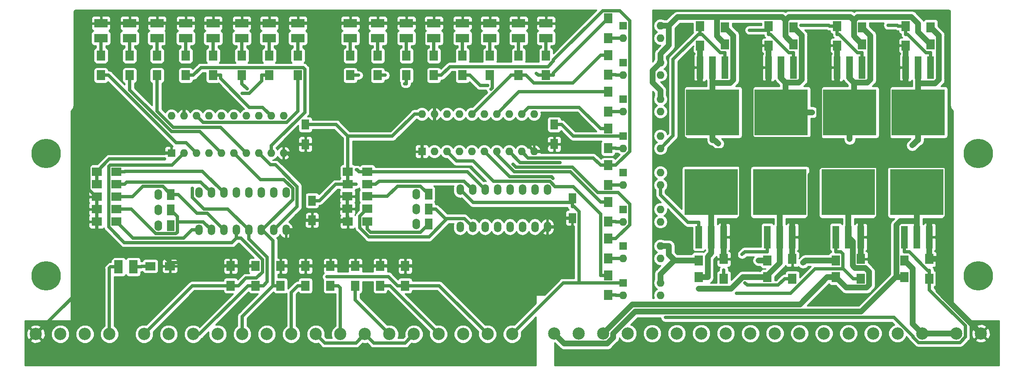
<source format=gbr>
G04 #@! TF.GenerationSoftware,KiCad,Pcbnew,(5.0.1)-3*
G04 #@! TF.CreationDate,2019-04-12T13:23:05-05:00*
G04 #@! TF.ProjectId,Vending_driveV2,56656E64696E675F647269766556322E,V1.0*
G04 #@! TF.SameCoordinates,Original*
G04 #@! TF.FileFunction,Copper,L1,Top,Signal*
G04 #@! TF.FilePolarity,Positive*
%FSLAX46Y46*%
G04 Gerber Fmt 4.6, Leading zero omitted, Abs format (unit mm)*
G04 Created by KiCad (PCBNEW (5.0.1)-3) date 12/04/2019 13:23:05*
%MOMM*%
%LPD*%
G01*
G04 APERTURE LIST*
G04 #@! TA.AperFunction,SMDPad,CuDef*
%ADD10R,2.697480X1.795780*%
G04 #@! TD*
G04 #@! TA.AperFunction,SMDPad,CuDef*
%ADD11R,2.000000X1.700000*%
G04 #@! TD*
G04 #@! TA.AperFunction,SMDPad,CuDef*
%ADD12R,1.700000X2.000000*%
G04 #@! TD*
G04 #@! TA.AperFunction,ComponentPad*
%ADD13R,1.600000X1.600000*%
G04 #@! TD*
G04 #@! TA.AperFunction,ComponentPad*
%ADD14O,1.600000X1.600000*%
G04 #@! TD*
G04 #@! TA.AperFunction,SMDPad,CuDef*
%ADD15R,1.699260X2.100580*%
G04 #@! TD*
G04 #@! TA.AperFunction,SMDPad,CuDef*
%ADD16R,1.390000X4.600000*%
G04 #@! TD*
G04 #@! TA.AperFunction,SMDPad,CuDef*
%ADD17R,10.800000X9.400000*%
G04 #@! TD*
G04 #@! TA.AperFunction,ComponentPad*
%ADD18C,2.500000*%
G04 #@! TD*
G04 #@! TA.AperFunction,ComponentPad*
%ADD19R,1.524000X2.199640*%
G04 #@! TD*
G04 #@! TA.AperFunction,ComponentPad*
%ADD20O,1.524000X2.199640*%
G04 #@! TD*
G04 #@! TA.AperFunction,ComponentPad*
%ADD21O,1.501140X2.199640*%
G04 #@! TD*
G04 #@! TA.AperFunction,SMDPad,CuDef*
%ADD22R,1.600000X2.000000*%
G04 #@! TD*
G04 #@! TA.AperFunction,SMDPad,CuDef*
%ADD23R,1.795780X2.697480*%
G04 #@! TD*
G04 #@! TA.AperFunction,ComponentPad*
%ADD24C,6.000000*%
G04 #@! TD*
G04 #@! TA.AperFunction,ViaPad*
%ADD25C,0.800000*%
G04 #@! TD*
G04 #@! TA.AperFunction,ViaPad*
%ADD26C,0.500000*%
G04 #@! TD*
G04 #@! TA.AperFunction,Conductor*
%ADD27C,1.200000*%
G04 #@! TD*
G04 #@! TA.AperFunction,Conductor*
%ADD28C,0.700000*%
G04 #@! TD*
G04 #@! TA.AperFunction,Conductor*
%ADD29C,0.254000*%
G04 #@! TD*
G04 APERTURE END LIST*
D10*
G04 #@! TO.P,D11,1*
G04 #@! TO.N,GND*
X128476000Y-62429400D03*
G04 #@! TO.P,D11,2*
G04 #@! TO.N,Net-(D11-Pad2)*
X128476000Y-65426600D03*
G04 #@! TD*
G04 #@! TO.P,D10,1*
G04 #@! TO.N,GND*
X134318000Y-62429400D03*
G04 #@! TO.P,D10,2*
G04 #@! TO.N,Net-(D10-Pad2)*
X134318000Y-65426600D03*
G04 #@! TD*
G04 #@! TO.P,D12,1*
G04 #@! TO.N,GND*
X122888000Y-62429400D03*
G04 #@! TO.P,D12,2*
G04 #@! TO.N,Net-(D12-Pad2)*
X122888000Y-65426600D03*
G04 #@! TD*
G04 #@! TO.P,D13,1*
G04 #@! TO.N,GND*
X117046000Y-62429400D03*
G04 #@! TO.P,D13,2*
G04 #@! TO.N,Net-(D13-Pad2)*
X117046000Y-65426600D03*
G04 #@! TD*
D11*
G04 #@! TO.P,R29,1*
G04 #@! TO.N,Net-(J6-Pad1)*
X103454000Y-100298000D03*
G04 #@! TO.P,R29,2*
G04 #@! TO.N,GND*
X99454000Y-100298000D03*
G04 #@! TD*
D12*
G04 #@! TO.P,R22,1*
G04 #@! TO.N,Q2*
X134318000Y-73040000D03*
G04 #@! TO.P,R22,2*
G04 #@! TO.N,Net-(D10-Pad2)*
X134318000Y-69040000D03*
G04 #@! TD*
D11*
G04 #@! TO.P,R28,1*
G04 #@! TO.N,Net-(J7-Pad1)*
X103518000Y-102902000D03*
G04 #@! TO.P,R28,2*
G04 #@! TO.N,GND*
X99518000Y-102902000D03*
G04 #@! TD*
G04 #@! TO.P,R30,1*
G04 #@! TO.N,Net-(J5-Pad1)*
X103454000Y-97758000D03*
G04 #@! TO.P,R30,2*
G04 #@! TO.N,GND*
X99454000Y-97758000D03*
G04 #@! TD*
G04 #@! TO.P,R31,1*
G04 #@! TO.N,Net-(J4-Pad1)*
X52330000Y-97822000D03*
G04 #@! TO.P,R31,2*
G04 #@! TO.N,GND*
X48330000Y-97822000D03*
G04 #@! TD*
D13*
G04 #@! TO.P,U4,1*
G04 #@! TO.N,+5Vcc*
X155623000Y-85407000D03*
D14*
G04 #@! TO.P,U4,3*
G04 #@! TO.N,Net-(Q4-Pad1)*
X163243000Y-87947000D03*
G04 #@! TO.P,U4,2*
G04 #@! TO.N,Net-(R4-Pad1)*
X155623000Y-87947000D03*
G04 #@! TO.P,U4,4*
G04 #@! TO.N,+24V*
X163243000Y-85407000D03*
G04 #@! TD*
D13*
G04 #@! TO.P,U2,1*
G04 #@! TO.N,+5Vcc*
X155623000Y-70421000D03*
D14*
G04 #@! TO.P,U2,3*
G04 #@! TO.N,Net-(Q2-Pad1)*
X163243000Y-72961000D03*
G04 #@! TO.P,U2,2*
G04 #@! TO.N,Net-(R2-Pad1)*
X155623000Y-72961000D03*
G04 #@! TO.P,U2,4*
G04 #@! TO.N,+24V*
X163243000Y-70421000D03*
G04 #@! TD*
D13*
G04 #@! TO.P,U3,1*
G04 #@! TO.N,+5Vcc*
X155623000Y-77914000D03*
D14*
G04 #@! TO.P,U3,3*
G04 #@! TO.N,Net-(Q3-Pad1)*
X163243000Y-80454000D03*
G04 #@! TO.P,U3,2*
G04 #@! TO.N,Net-(R3-Pad1)*
X155623000Y-80454000D03*
G04 #@! TO.P,U3,4*
G04 #@! TO.N,+24V*
X163243000Y-77914000D03*
G04 #@! TD*
D13*
G04 #@! TO.P,U1,1*
G04 #@! TO.N,+5Vcc*
X155623000Y-62928000D03*
D14*
G04 #@! TO.P,U1,3*
G04 #@! TO.N,Net-(Q1-Pad1)*
X163243000Y-65468000D03*
G04 #@! TO.P,U1,2*
G04 #@! TO.N,Net-(R1-Pad1)*
X155623000Y-65468000D03*
G04 #@! TO.P,U1,4*
G04 #@! TO.N,+24V*
X163243000Y-62928000D03*
G04 #@! TD*
D13*
G04 #@! TO.P,U8,1*
G04 #@! TO.N,+5Vcc*
X155623000Y-115379000D03*
D14*
G04 #@! TO.P,U8,3*
G04 #@! TO.N,Net-(Q8-Pad1)*
X163243000Y-117919000D03*
G04 #@! TO.P,U8,2*
G04 #@! TO.N,Net-(R12-Pad1)*
X155623000Y-117919000D03*
G04 #@! TO.P,U8,4*
G04 #@! TO.N,+24V*
X163243000Y-115379000D03*
G04 #@! TD*
D13*
G04 #@! TO.P,U12,1*
G04 #@! TO.N,GND*
X114617000Y-88582000D03*
D14*
G04 #@! TO.P,U12,11*
G04 #@! TO.N,SIGNAL_05*
X137477000Y-80962000D03*
G04 #@! TO.P,U12,2*
G04 #@! TO.N,SIGNAL_01*
X117157000Y-88582000D03*
G04 #@! TO.P,U12,12*
G04 #@! TO.N,Q4*
X134937000Y-80962000D03*
G04 #@! TO.P,U12,3*
G04 #@! TO.N,Q8*
X119697000Y-88582000D03*
G04 #@! TO.P,U12,13*
G04 #@! TO.N,SIGNAL_06*
X132397000Y-80962000D03*
G04 #@! TO.P,U12,4*
G04 #@! TO.N,SIGNAL_02*
X122237000Y-88582000D03*
G04 #@! TO.P,U12,14*
G04 #@! TO.N,Q3*
X129857000Y-80962000D03*
G04 #@! TO.P,U12,5*
G04 #@! TO.N,Q7*
X124777000Y-88582000D03*
G04 #@! TO.P,U12,15*
G04 #@! TO.N,SIGNAL_07*
X127317000Y-80962000D03*
G04 #@! TO.P,U12,6*
G04 #@! TO.N,SIGNAL_03*
X127317000Y-88582000D03*
G04 #@! TO.P,U12,16*
G04 #@! TO.N,Q2*
X124777000Y-80962000D03*
G04 #@! TO.P,U12,7*
G04 #@! TO.N,Q6*
X129857000Y-88582000D03*
G04 #@! TO.P,U12,17*
G04 #@! TO.N,SIGNAL_08*
X122237000Y-80962000D03*
G04 #@! TO.P,U12,8*
G04 #@! TO.N,SIGNAL_04*
X132397000Y-88582000D03*
G04 #@! TO.P,U12,18*
G04 #@! TO.N,Q1*
X119697000Y-80962000D03*
G04 #@! TO.P,U12,9*
G04 #@! TO.N,Q5*
X134937000Y-88582000D03*
G04 #@! TO.P,U12,19*
G04 #@! TO.N,GND*
X117157000Y-80962000D03*
G04 #@! TO.P,U12,10*
X137477000Y-88582000D03*
G04 #@! TO.P,U12,20*
G04 #@! TO.N,+5Vcc*
X114617000Y-80962000D03*
G04 #@! TD*
D12*
G04 #@! TO.P,R4,1*
G04 #@! TO.N,Net-(R4-Pad1)*
X152575000Y-87915000D03*
G04 #@! TO.P,R4,2*
G04 #@! TO.N,Q4*
X152575000Y-83915000D03*
G04 #@! TD*
G04 #@! TO.P,R2,1*
G04 #@! TO.N,Net-(R2-Pad1)*
X152575000Y-72929000D03*
G04 #@! TO.P,R2,2*
G04 #@! TO.N,Q2*
X152575000Y-68929000D03*
G04 #@! TD*
G04 #@! TO.P,R3,1*
G04 #@! TO.N,Net-(R3-Pad1)*
X152575000Y-80422000D03*
G04 #@! TO.P,R3,2*
G04 #@! TO.N,Q3*
X152575000Y-76422000D03*
G04 #@! TD*
G04 #@! TO.P,R8,1*
G04 #@! TO.N,Net-(Q4-Pad1)*
X171337000Y-62977000D03*
G04 #@! TO.P,R8,2*
G04 #@! TO.N,GNDPWR*
X171337000Y-66977000D03*
G04 #@! TD*
G04 #@! TO.P,R6,1*
G04 #@! TO.N,Net-(Q2-Pad1)*
X199277000Y-62977000D03*
G04 #@! TO.P,R6,2*
G04 #@! TO.N,GNDPWR*
X199277000Y-66977000D03*
G04 #@! TD*
G04 #@! TO.P,R7,1*
G04 #@! TO.N,Net-(Q3-Pad1)*
X185307000Y-62977000D03*
G04 #@! TO.P,R7,2*
G04 #@! TO.N,GNDPWR*
X185307000Y-66977000D03*
G04 #@! TD*
G04 #@! TO.P,R1,1*
G04 #@! TO.N,Net-(R1-Pad1)*
X152575000Y-65436000D03*
G04 #@! TO.P,R1,2*
G04 #@! TO.N,Q1*
X152575000Y-61436000D03*
G04 #@! TD*
G04 #@! TO.P,R12,1*
G04 #@! TO.N,Net-(R12-Pad1)*
X152575000Y-117887000D03*
G04 #@! TO.P,R12,2*
G04 #@! TO.N,Q8*
X152575000Y-113887000D03*
G04 #@! TD*
G04 #@! TO.P,R5,1*
G04 #@! TO.N,Net-(Q1-Pad1)*
X213247000Y-62977000D03*
G04 #@! TO.P,R5,2*
G04 #@! TO.N,GNDPWR*
X213247000Y-66977000D03*
G04 #@! TD*
G04 #@! TO.P,R16,1*
G04 #@! TO.N,Net-(Q8-Pad1)*
X218073000Y-114538000D03*
G04 #@! TO.P,R16,2*
G04 #@! TO.N,GNDPWR*
X218073000Y-110538000D03*
G04 #@! TD*
D15*
G04 #@! TO.P,D4,2*
G04 #@! TO.N,+24V*
X176417000Y-66706740D03*
G04 #@! TO.P,D4,1*
G04 #@! TO.N,MOTOR_04-*
X176417000Y-63247260D03*
G04 #@! TD*
G04 #@! TO.P,D2,2*
G04 #@! TO.N,+24V*
X204357000Y-66706740D03*
G04 #@! TO.P,D2,1*
G04 #@! TO.N,MOTOR_02-*
X204357000Y-63247260D03*
G04 #@! TD*
G04 #@! TO.P,D3,2*
G04 #@! TO.N,+24V*
X190387000Y-66706740D03*
G04 #@! TO.P,D3,1*
G04 #@! TO.N,MOTOR_03-*
X190387000Y-63247260D03*
G04 #@! TD*
G04 #@! TO.P,D1,2*
G04 #@! TO.N,+24V*
X218327000Y-66706740D03*
G04 #@! TO.P,D1,1*
G04 #@! TO.N,MOTOR_01-*
X218327000Y-63247260D03*
G04 #@! TD*
G04 #@! TO.P,D8,2*
G04 #@! TO.N,+24V*
X212993000Y-110808260D03*
G04 #@! TO.P,D8,1*
G04 #@! TO.N,MOTOR_08-*
X212993000Y-114267740D03*
G04 #@! TD*
D16*
G04 #@! TO.P,Q4,2*
G04 #@! TO.N,MOTOR_04-*
X173877000Y-71446000D03*
D17*
X173877000Y-80606000D03*
D16*
G04 #@! TO.P,Q4,3*
G04 #@! TO.N,GNDPWR*
X171337000Y-71446000D03*
G04 #@! TO.P,Q4,1*
G04 #@! TO.N,Net-(Q4-Pad1)*
X176417000Y-71446000D03*
G04 #@! TD*
G04 #@! TO.P,Q2,2*
G04 #@! TO.N,MOTOR_02-*
X201817000Y-71446000D03*
D17*
X201817000Y-80606000D03*
D16*
G04 #@! TO.P,Q2,3*
G04 #@! TO.N,GNDPWR*
X199277000Y-71446000D03*
G04 #@! TO.P,Q2,1*
G04 #@! TO.N,Net-(Q2-Pad1)*
X204357000Y-71446000D03*
G04 #@! TD*
G04 #@! TO.P,Q3,2*
G04 #@! TO.N,MOTOR_03-*
X187847000Y-71446000D03*
D17*
X187847000Y-80606000D03*
D16*
G04 #@! TO.P,Q3,3*
G04 #@! TO.N,GNDPWR*
X185307000Y-71446000D03*
G04 #@! TO.P,Q3,1*
G04 #@! TO.N,Net-(Q3-Pad1)*
X190387000Y-71446000D03*
G04 #@! TD*
G04 #@! TO.P,Q1,2*
G04 #@! TO.N,MOTOR_01-*
X215787000Y-71446000D03*
D17*
X215787000Y-80606000D03*
D16*
G04 #@! TO.P,Q1,3*
G04 #@! TO.N,GNDPWR*
X213247000Y-71446000D03*
G04 #@! TO.P,Q1,1*
G04 #@! TO.N,Net-(Q1-Pad1)*
X218327000Y-71446000D03*
G04 #@! TD*
G04 #@! TO.P,Q8,2*
G04 #@! TO.N,MOTOR_08-*
X215533000Y-106069000D03*
D17*
X215533000Y-96909000D03*
D16*
G04 #@! TO.P,Q8,3*
G04 #@! TO.N,GNDPWR*
X218073000Y-106069000D03*
G04 #@! TO.P,Q8,1*
G04 #@! TO.N,Net-(Q8-Pad1)*
X212993000Y-106069000D03*
G04 #@! TD*
D15*
G04 #@! TO.P,D6,2*
G04 #@! TO.N,+24V*
X185053000Y-110808260D03*
G04 #@! TO.P,D6,1*
G04 #@! TO.N,MOTOR_06-*
X185053000Y-114267740D03*
G04 #@! TD*
G04 #@! TO.P,D7,2*
G04 #@! TO.N,+24V*
X199023000Y-110808260D03*
G04 #@! TO.P,D7,1*
G04 #@! TO.N,MOTOR_07-*
X199023000Y-114267740D03*
G04 #@! TD*
D10*
G04 #@! TO.P,D14,1*
G04 #@! TO.N,GND*
X111458000Y-62429400D03*
G04 #@! TO.P,D14,2*
G04 #@! TO.N,Net-(D14-Pad2)*
X111458000Y-65426600D03*
G04 #@! TD*
G04 #@! TO.P,D15,1*
G04 #@! TO.N,GND*
X105616000Y-62429400D03*
G04 #@! TO.P,D15,2*
G04 #@! TO.N,Net-(D15-Pad2)*
X105616000Y-65426600D03*
G04 #@! TD*
G04 #@! TO.P,D16,1*
G04 #@! TO.N,GND*
X100028000Y-62429400D03*
G04 #@! TO.P,D16,2*
G04 #@! TO.N,Net-(D16-Pad2)*
X100028000Y-65426600D03*
G04 #@! TD*
G04 #@! TO.P,D17,1*
G04 #@! TO.N,GND*
X89344000Y-62429400D03*
G04 #@! TO.P,D17,2*
G04 #@! TO.N,Net-(D17-Pad2)*
X89344000Y-65426600D03*
G04 #@! TD*
G04 #@! TO.P,D18,1*
G04 #@! TO.N,GND*
X83502000Y-62429400D03*
G04 #@! TO.P,D18,2*
G04 #@! TO.N,Net-(D18-Pad2)*
X83502000Y-65426600D03*
G04 #@! TD*
G04 #@! TO.P,D19,1*
G04 #@! TO.N,GND*
X77914000Y-62429400D03*
G04 #@! TO.P,D19,2*
G04 #@! TO.N,Net-(D19-Pad2)*
X77914000Y-65426600D03*
G04 #@! TD*
G04 #@! TO.P,D20,1*
G04 #@! TO.N,GND*
X72072000Y-62429400D03*
G04 #@! TO.P,D20,2*
G04 #@! TO.N,Net-(D20-Pad2)*
X72072000Y-65426600D03*
G04 #@! TD*
G04 #@! TO.P,D21,1*
G04 #@! TO.N,GND*
X66484000Y-62429400D03*
G04 #@! TO.P,D21,2*
G04 #@! TO.N,Net-(D21-Pad2)*
X66484000Y-65426600D03*
G04 #@! TD*
G04 #@! TO.P,D22,1*
G04 #@! TO.N,GND*
X60642000Y-62429400D03*
G04 #@! TO.P,D22,2*
G04 #@! TO.N,Net-(D22-Pad2)*
X60642000Y-65426600D03*
G04 #@! TD*
G04 #@! TO.P,D23,1*
G04 #@! TO.N,GND*
X55054000Y-62429400D03*
G04 #@! TO.P,D23,2*
G04 #@! TO.N,Net-(D23-Pad2)*
X55054000Y-65426600D03*
G04 #@! TD*
G04 #@! TO.P,D24,1*
G04 #@! TO.N,GND*
X49212000Y-62429400D03*
G04 #@! TO.P,D24,2*
G04 #@! TO.N,Net-(D24-Pad2)*
X49212000Y-65426600D03*
G04 #@! TD*
D18*
G04 #@! TO.P,J1,4*
G04 #@! TO.N,+5Vcc*
X50934000Y-125857000D03*
G04 #@! TO.P,J1,3*
G04 #@! TO.N,SCL*
X45934000Y-125857000D03*
G04 #@! TO.P,J1,1*
G04 #@! TO.N,GND*
X35934000Y-125857000D03*
G04 #@! TO.P,J1,2*
G04 #@! TO.N,SDA*
X40934000Y-125857000D03*
G04 #@! TD*
D19*
G04 #@! TO.P,J2,1*
G04 #@! TO.N,Net-(J2-Pad1)*
X63474500Y-103728000D03*
D20*
G04 #@! TO.P,J2,2*
G04 #@! TO.N,+5Vcc*
X60934500Y-103728000D03*
G04 #@! TD*
D19*
G04 #@! TO.P,J5,1*
G04 #@! TO.N,Net-(J5-Pad1)*
X115996000Y-97314000D03*
D20*
G04 #@! TO.P,J5,2*
G04 #@! TO.N,+5Vcc*
X113456000Y-97314000D03*
G04 #@! TD*
D19*
G04 #@! TO.P,J6,1*
G04 #@! TO.N,Net-(J6-Pad1)*
X115996000Y-100362000D03*
D20*
G04 #@! TO.P,J6,2*
G04 #@! TO.N,+5Vcc*
X113456000Y-100362000D03*
G04 #@! TD*
D19*
G04 #@! TO.P,J7,1*
G04 #@! TO.N,Net-(J7-Pad1)*
X115996000Y-103410000D03*
D20*
G04 #@! TO.P,J7,2*
G04 #@! TO.N,+5Vcc*
X113456000Y-103410000D03*
G04 #@! TD*
D18*
G04 #@! TO.P,J10,1*
G04 #@! TO.N,+24V*
X223560000Y-125730000D03*
G04 #@! TO.P,J10,2*
G04 #@! TO.N,GNDPWR*
X228560000Y-125730000D03*
G04 #@! TD*
D16*
G04 #@! TO.P,Q5,2*
G04 #@! TO.N,MOTOR_05-*
X173623000Y-106069000D03*
D17*
X173623000Y-96909000D03*
D16*
G04 #@! TO.P,Q5,3*
G04 #@! TO.N,GNDPWR*
X176163000Y-106069000D03*
G04 #@! TO.P,Q5,1*
G04 #@! TO.N,Net-(Q5-Pad1)*
X171083000Y-106069000D03*
G04 #@! TD*
G04 #@! TO.P,Q6,2*
G04 #@! TO.N,MOTOR_06-*
X187593000Y-106069000D03*
D17*
X187593000Y-96909000D03*
D16*
G04 #@! TO.P,Q6,3*
G04 #@! TO.N,GNDPWR*
X190133000Y-106069000D03*
G04 #@! TO.P,Q6,1*
G04 #@! TO.N,Net-(Q6-Pad1)*
X185053000Y-106069000D03*
G04 #@! TD*
G04 #@! TO.P,Q7,2*
G04 #@! TO.N,MOTOR_07-*
X201563000Y-106069000D03*
D17*
X201563000Y-96909000D03*
D16*
G04 #@! TO.P,Q7,3*
G04 #@! TO.N,GNDPWR*
X204103000Y-106069000D03*
G04 #@! TO.P,Q7,1*
G04 #@! TO.N,Net-(Q7-Pad1)*
X199023000Y-106069000D03*
G04 #@! TD*
D12*
G04 #@! TO.P,R9,1*
G04 #@! TO.N,Net-(R9-Pad1)*
X152575000Y-95408000D03*
G04 #@! TO.P,R9,2*
G04 #@! TO.N,Q5*
X152575000Y-91408000D03*
G04 #@! TD*
G04 #@! TO.P,R10,1*
G04 #@! TO.N,Net-(R10-Pad1)*
X152575000Y-102901000D03*
G04 #@! TO.P,R10,2*
G04 #@! TO.N,Q6*
X152575000Y-98901000D03*
G04 #@! TD*
G04 #@! TO.P,R11,1*
G04 #@! TO.N,Net-(R11-Pad1)*
X152575000Y-110394000D03*
G04 #@! TO.P,R11,2*
G04 #@! TO.N,Q7*
X152575000Y-106394000D03*
G04 #@! TD*
G04 #@! TO.P,R13,1*
G04 #@! TO.N,Net-(Q5-Pad1)*
X176163000Y-114538000D03*
G04 #@! TO.P,R13,2*
G04 #@! TO.N,GNDPWR*
X176163000Y-110538000D03*
G04 #@! TD*
G04 #@! TO.P,R14,1*
G04 #@! TO.N,Net-(Q6-Pad1)*
X190133000Y-114538000D03*
G04 #@! TO.P,R14,2*
G04 #@! TO.N,GNDPWR*
X190133000Y-110538000D03*
G04 #@! TD*
G04 #@! TO.P,R15,1*
G04 #@! TO.N,Net-(Q7-Pad1)*
X204103000Y-114538000D03*
G04 #@! TO.P,R15,2*
G04 #@! TO.N,GNDPWR*
X204103000Y-110538000D03*
G04 #@! TD*
D11*
G04 #@! TO.P,R17,1*
G04 #@! TO.N,+5Vcc*
X48330000Y-92742000D03*
G04 #@! TO.P,R17,2*
G04 #@! TO.N,SCL*
X52330000Y-92742000D03*
G04 #@! TD*
G04 #@! TO.P,R18,1*
G04 #@! TO.N,+5Vcc*
X48330000Y-95282000D03*
G04 #@! TO.P,R18,2*
G04 #@! TO.N,SDA*
X52330000Y-95282000D03*
G04 #@! TD*
D12*
G04 #@! TO.P,R19,1*
G04 #@! TO.N,Q1*
X139906000Y-73040000D03*
G04 #@! TO.P,R19,2*
G04 #@! TO.N,Net-(D9-Pad2)*
X139906000Y-69040000D03*
G04 #@! TD*
D11*
G04 #@! TO.P,R20,1*
G04 #@! TO.N,+5Vcc*
X99518000Y-92742000D03*
G04 #@! TO.P,R20,2*
G04 #@! TO.N,SCL*
X103518000Y-92742000D03*
G04 #@! TD*
G04 #@! TO.P,R21,1*
G04 #@! TO.N,+5Vcc*
X99518000Y-95282000D03*
G04 #@! TO.P,R21,2*
G04 #@! TO.N,SDA*
X103518000Y-95282000D03*
G04 #@! TD*
D12*
G04 #@! TO.P,R23,1*
G04 #@! TO.N,Q3*
X128476000Y-73040000D03*
G04 #@! TO.P,R23,2*
G04 #@! TO.N,Net-(D11-Pad2)*
X128476000Y-69040000D03*
G04 #@! TD*
G04 #@! TO.P,R24,1*
G04 #@! TO.N,Q4*
X122888000Y-73040000D03*
G04 #@! TO.P,R24,2*
G04 #@! TO.N,Net-(D12-Pad2)*
X122888000Y-69040000D03*
G04 #@! TD*
G04 #@! TO.P,R25,1*
G04 #@! TO.N,Q5*
X117046000Y-73040000D03*
G04 #@! TO.P,R25,2*
G04 #@! TO.N,Net-(D13-Pad2)*
X117046000Y-69040000D03*
G04 #@! TD*
G04 #@! TO.P,R26,1*
G04 #@! TO.N,Q6*
X111458000Y-73040000D03*
G04 #@! TO.P,R26,2*
G04 #@! TO.N,Net-(D14-Pad2)*
X111458000Y-69040000D03*
G04 #@! TD*
G04 #@! TO.P,R27,1*
G04 #@! TO.N,Q7*
X105616000Y-73040000D03*
G04 #@! TO.P,R27,2*
G04 #@! TO.N,Net-(D15-Pad2)*
X105616000Y-69040000D03*
G04 #@! TD*
D11*
G04 #@! TO.P,R32,1*
G04 #@! TO.N,Net-(J3-Pad1)*
X52330000Y-100362000D03*
G04 #@! TO.P,R32,2*
G04 #@! TO.N,GND*
X48330000Y-100362000D03*
G04 #@! TD*
G04 #@! TO.P,R33,1*
G04 #@! TO.N,Net-(J2-Pad1)*
X52330000Y-102902000D03*
G04 #@! TO.P,R33,2*
G04 #@! TO.N,GND*
X48330000Y-102902000D03*
G04 #@! TD*
D12*
G04 #@! TO.P,R34,1*
G04 #@! TO.N,Q8*
X100028000Y-73040000D03*
G04 #@! TO.P,R34,2*
G04 #@! TO.N,Net-(D16-Pad2)*
X100028000Y-69040000D03*
G04 #@! TD*
G04 #@! TO.P,R35,1*
G04 #@! TO.N,IN01*
X75658500Y-115982000D03*
G04 #@! TO.P,R35,2*
G04 #@! TO.N,GND*
X75658500Y-111982000D03*
G04 #@! TD*
G04 #@! TO.P,R36,1*
G04 #@! TO.N,IN02*
X80738500Y-115982000D03*
G04 #@! TO.P,R36,2*
G04 #@! TO.N,GND*
X80738500Y-111982000D03*
G04 #@! TD*
G04 #@! TO.P,R37,1*
G04 #@! TO.N,IN03*
X85818500Y-115982000D03*
G04 #@! TO.P,R37,2*
G04 #@! TO.N,GND*
X85818500Y-111982000D03*
G04 #@! TD*
G04 #@! TO.P,R38,1*
G04 #@! TO.N,IN04*
X90898000Y-115982000D03*
G04 #@! TO.P,R38,2*
G04 #@! TO.N,GND*
X90898000Y-111982000D03*
G04 #@! TD*
G04 #@! TO.P,R39,1*
G04 #@! TO.N,IN05*
X95978000Y-115982000D03*
G04 #@! TO.P,R39,2*
G04 #@! TO.N,GND*
X95978000Y-111982000D03*
G04 #@! TD*
G04 #@! TO.P,R40,1*
G04 #@! TO.N,IN06*
X101058000Y-115982000D03*
G04 #@! TO.P,R40,2*
G04 #@! TO.N,GND*
X101058000Y-111982000D03*
G04 #@! TD*
G04 #@! TO.P,R41,1*
G04 #@! TO.N,IN07*
X106138000Y-115982000D03*
G04 #@! TO.P,R41,2*
G04 #@! TO.N,GND*
X106138000Y-111982000D03*
G04 #@! TD*
G04 #@! TO.P,R42,1*
G04 #@! TO.N,IN08*
X111218000Y-115982000D03*
G04 #@! TO.P,R42,2*
G04 #@! TO.N,GND*
X111218000Y-111982000D03*
G04 #@! TD*
G04 #@! TO.P,R43,1*
G04 #@! TO.N,S1*
X89344000Y-73040000D03*
G04 #@! TO.P,R43,2*
G04 #@! TO.N,Net-(D17-Pad2)*
X89344000Y-69040000D03*
G04 #@! TD*
G04 #@! TO.P,R44,1*
G04 #@! TO.N,S2*
X83502000Y-73040000D03*
G04 #@! TO.P,R44,2*
G04 #@! TO.N,Net-(D18-Pad2)*
X83502000Y-69040000D03*
G04 #@! TD*
G04 #@! TO.P,R45,1*
G04 #@! TO.N,S3*
X77914000Y-73040000D03*
G04 #@! TO.P,R45,2*
G04 #@! TO.N,Net-(D19-Pad2)*
X77914000Y-69040000D03*
G04 #@! TD*
G04 #@! TO.P,R46,1*
G04 #@! TO.N,S4*
X72072000Y-73040000D03*
G04 #@! TO.P,R46,2*
G04 #@! TO.N,Net-(D20-Pad2)*
X72072000Y-69040000D03*
G04 #@! TD*
G04 #@! TO.P,R47,1*
G04 #@! TO.N,S5*
X66484000Y-73040000D03*
G04 #@! TO.P,R47,2*
G04 #@! TO.N,Net-(D21-Pad2)*
X66484000Y-69040000D03*
G04 #@! TD*
G04 #@! TO.P,R48,1*
G04 #@! TO.N,S6*
X60642000Y-73040000D03*
G04 #@! TO.P,R48,2*
G04 #@! TO.N,Net-(D22-Pad2)*
X60642000Y-69040000D03*
G04 #@! TD*
G04 #@! TO.P,R49,1*
G04 #@! TO.N,S7*
X55054000Y-73040000D03*
G04 #@! TO.P,R49,2*
G04 #@! TO.N,Net-(D23-Pad2)*
X55054000Y-69040000D03*
G04 #@! TD*
G04 #@! TO.P,R50,1*
G04 #@! TO.N,S8*
X49212000Y-73040000D03*
G04 #@! TO.P,R50,2*
G04 #@! TO.N,Net-(D24-Pad2)*
X49212000Y-69040000D03*
G04 #@! TD*
D13*
G04 #@! TO.P,U5,1*
G04 #@! TO.N,+5Vcc*
X155623000Y-92900000D03*
D14*
G04 #@! TO.P,U5,3*
G04 #@! TO.N,Net-(Q5-Pad1)*
X163243000Y-95440000D03*
G04 #@! TO.P,U5,2*
G04 #@! TO.N,Net-(R9-Pad1)*
X155623000Y-95440000D03*
G04 #@! TO.P,U5,4*
G04 #@! TO.N,+24V*
X163243000Y-92900000D03*
G04 #@! TD*
D13*
G04 #@! TO.P,U6,1*
G04 #@! TO.N,+5Vcc*
X155623000Y-100393000D03*
D14*
G04 #@! TO.P,U6,3*
G04 #@! TO.N,Net-(Q6-Pad1)*
X163243000Y-102933000D03*
G04 #@! TO.P,U6,2*
G04 #@! TO.N,Net-(R10-Pad1)*
X155623000Y-102933000D03*
G04 #@! TO.P,U6,4*
G04 #@! TO.N,+24V*
X163243000Y-100393000D03*
G04 #@! TD*
D13*
G04 #@! TO.P,U7,1*
G04 #@! TO.N,+5Vcc*
X155623000Y-107886000D03*
D14*
G04 #@! TO.P,U7,3*
G04 #@! TO.N,Net-(Q7-Pad1)*
X163243000Y-110426000D03*
G04 #@! TO.P,U7,2*
G04 #@! TO.N,Net-(R11-Pad1)*
X155623000Y-110426000D03*
G04 #@! TO.P,U7,4*
G04 #@! TO.N,+24V*
X163243000Y-107886000D03*
G04 #@! TD*
D21*
G04 #@! TO.P,U9,1*
G04 #@! TO.N,Net-(J2-Pad1)*
X69189500Y-104616000D03*
G04 #@! TO.P,U9,2*
G04 #@! TO.N,Net-(J3-Pad1)*
X71729500Y-104616000D03*
G04 #@! TO.P,U9,3*
G04 #@! TO.N,Net-(J4-Pad1)*
X74269500Y-104616000D03*
G04 #@! TO.P,U9,4*
G04 #@! TO.N,IN01*
X76809500Y-104616000D03*
G04 #@! TO.P,U9,5*
G04 #@! TO.N,IN02*
X79349500Y-104616000D03*
G04 #@! TO.P,U9,6*
G04 #@! TO.N,IN03*
X81889500Y-104616000D03*
G04 #@! TO.P,U9,7*
G04 #@! TO.N,IN04*
X84429500Y-104616000D03*
G04 #@! TO.P,U9,8*
G04 #@! TO.N,GND*
X86969500Y-104616000D03*
G04 #@! TO.P,U9,9*
G04 #@! TO.N,IN05*
X86969500Y-96996000D03*
G04 #@! TO.P,U9,10*
G04 #@! TO.N,IN06*
X84429500Y-96996000D03*
G04 #@! TO.P,U9,11*
G04 #@! TO.N,IN07*
X81889500Y-96996000D03*
G04 #@! TO.P,U9,12*
G04 #@! TO.N,IN08*
X79349500Y-96996000D03*
G04 #@! TO.P,U9,13*
G04 #@! TO.N,N/C*
X76809500Y-96996000D03*
G04 #@! TO.P,U9,14*
G04 #@! TO.N,SCL*
X74269500Y-96996000D03*
G04 #@! TO.P,U9,15*
G04 #@! TO.N,SDA*
X71729500Y-96996000D03*
G04 #@! TO.P,U9,16*
G04 #@! TO.N,+5Vcc*
X69189500Y-96996000D03*
G04 #@! TD*
G04 #@! TO.P,U10,1*
G04 #@! TO.N,Net-(J5-Pad1)*
X122410000Y-103982000D03*
G04 #@! TO.P,U10,2*
G04 #@! TO.N,Net-(J6-Pad1)*
X124950000Y-103982000D03*
G04 #@! TO.P,U10,3*
G04 #@! TO.N,Net-(J7-Pad1)*
X127490000Y-103982000D03*
G04 #@! TO.P,U10,4*
G04 #@! TO.N,SIGNAL_01*
X130030000Y-103982000D03*
G04 #@! TO.P,U10,5*
G04 #@! TO.N,SIGNAL_02*
X132570000Y-103982000D03*
G04 #@! TO.P,U10,6*
G04 #@! TO.N,SIGNAL_03*
X135110000Y-103982000D03*
G04 #@! TO.P,U10,7*
G04 #@! TO.N,SIGNAL_04*
X137650000Y-103982000D03*
G04 #@! TO.P,U10,8*
G04 #@! TO.N,GND*
X140190000Y-103982000D03*
G04 #@! TO.P,U10,9*
G04 #@! TO.N,SIGNAL_05*
X140190000Y-96362000D03*
G04 #@! TO.P,U10,10*
G04 #@! TO.N,SIGNAL_06*
X137650000Y-96362000D03*
G04 #@! TO.P,U10,11*
G04 #@! TO.N,SIGNAL_07*
X135110000Y-96362000D03*
G04 #@! TO.P,U10,12*
G04 #@! TO.N,SIGNAL_08*
X132570000Y-96362000D03*
G04 #@! TO.P,U10,13*
G04 #@! TO.N,N/C*
X130030000Y-96362000D03*
G04 #@! TO.P,U10,14*
G04 #@! TO.N,SCL*
X127490000Y-96362000D03*
G04 #@! TO.P,U10,15*
G04 #@! TO.N,SDA*
X124950000Y-96362000D03*
G04 #@! TO.P,U10,16*
G04 #@! TO.N,+5Vcc*
X122410000Y-96362000D03*
G04 #@! TD*
D13*
G04 #@! TO.P,U11,1*
G04 #@! TO.N,GND*
X63588000Y-88916000D03*
D14*
G04 #@! TO.P,U11,11*
G04 #@! TO.N,IN05*
X86448000Y-81296000D03*
G04 #@! TO.P,U11,2*
G04 #@! TO.N,IN01*
X66128000Y-88916000D03*
G04 #@! TO.P,U11,12*
G04 #@! TO.N,S4*
X83908000Y-81296000D03*
G04 #@! TO.P,U11,3*
G04 #@! TO.N,S8*
X68668000Y-88916000D03*
G04 #@! TO.P,U11,13*
G04 #@! TO.N,IN06*
X81368000Y-81296000D03*
G04 #@! TO.P,U11,4*
G04 #@! TO.N,IN02*
X71208000Y-88916000D03*
G04 #@! TO.P,U11,14*
G04 #@! TO.N,S3*
X78828000Y-81296000D03*
G04 #@! TO.P,U11,5*
G04 #@! TO.N,S7*
X73748000Y-88916000D03*
G04 #@! TO.P,U11,15*
G04 #@! TO.N,IN07*
X76288000Y-81296000D03*
G04 #@! TO.P,U11,6*
G04 #@! TO.N,IN03*
X76288000Y-88916000D03*
G04 #@! TO.P,U11,16*
G04 #@! TO.N,S2*
X73748000Y-81296000D03*
G04 #@! TO.P,U11,7*
G04 #@! TO.N,S6*
X78828000Y-88916000D03*
G04 #@! TO.P,U11,17*
G04 #@! TO.N,IN08*
X71208000Y-81296000D03*
G04 #@! TO.P,U11,8*
G04 #@! TO.N,IN04*
X81368000Y-88916000D03*
G04 #@! TO.P,U11,18*
G04 #@! TO.N,S1*
X68668000Y-81296000D03*
G04 #@! TO.P,U11,9*
G04 #@! TO.N,S5*
X83908000Y-88916000D03*
G04 #@! TO.P,U11,19*
G04 #@! TO.N,GND*
X66128000Y-81296000D03*
G04 #@! TO.P,U11,10*
X86448000Y-88916000D03*
G04 #@! TO.P,U11,20*
G04 #@! TO.N,+5Vcc*
X63588000Y-81296000D03*
G04 #@! TD*
D22*
G04 #@! TO.P,C1,1*
G04 #@! TO.N,GND*
X92240000Y-102616000D03*
G04 #@! TO.P,C1,2*
G04 #@! TO.N,+5Vcc*
X92240000Y-98616000D03*
G04 #@! TD*
G04 #@! TO.P,C2,1*
G04 #@! TO.N,GND*
X145270000Y-102172000D03*
G04 #@! TO.P,C2,2*
G04 #@! TO.N,+5Vcc*
X145270000Y-98172000D03*
G04 #@! TD*
G04 #@! TO.P,C3,1*
G04 #@! TO.N,+5Vcc*
X90893000Y-83106000D03*
G04 #@! TO.P,C3,2*
G04 #@! TO.N,GND*
X90893000Y-87106000D03*
G04 #@! TD*
G04 #@! TO.P,C4,1*
G04 #@! TO.N,+5Vcc*
X141605000Y-83090000D03*
G04 #@! TO.P,C4,2*
G04 #@! TO.N,GND*
X141605000Y-87090000D03*
G04 #@! TD*
D23*
G04 #@! TO.P,D25,1*
G04 #@! TO.N,Net-(D25-Pad1)*
X55789600Y-112141000D03*
G04 #@! TO.P,D25,2*
G04 #@! TO.N,+5Vcc*
X52792400Y-112141000D03*
G04 #@! TD*
D11*
G04 #@! TO.P,R51,1*
G04 #@! TO.N,Net-(D25-Pad1)*
X59276000Y-112014000D03*
G04 #@! TO.P,R51,2*
G04 #@! TO.N,GND*
X63276000Y-112014000D03*
G04 #@! TD*
D19*
G04 #@! TO.P,J3,1*
G04 #@! TO.N,Net-(J3-Pad1)*
X63474500Y-100552000D03*
D20*
G04 #@! TO.P,J3,2*
G04 #@! TO.N,+5Vcc*
X60934500Y-100552000D03*
G04 #@! TD*
D19*
G04 #@! TO.P,J4,1*
G04 #@! TO.N,Net-(J4-Pad1)*
X63474500Y-97378000D03*
D20*
G04 #@! TO.P,J4,2*
G04 #@! TO.N,+5Vcc*
X60934500Y-97378000D03*
G04 #@! TD*
D18*
G04 #@! TO.P,J8,16*
G04 #@! TO.N,+24V*
X216570000Y-125730000D03*
G04 #@! TO.P,J8,15*
G04 #@! TO.N,MOTOR_01-*
X211570000Y-125730000D03*
G04 #@! TO.P,J8,14*
G04 #@! TO.N,+24V*
X206570000Y-125730000D03*
G04 #@! TO.P,J8,13*
G04 #@! TO.N,MOTOR_02-*
X201570000Y-125730000D03*
G04 #@! TO.P,J8,12*
G04 #@! TO.N,+24V*
X196570000Y-125730000D03*
G04 #@! TO.P,J8,11*
G04 #@! TO.N,MOTOR_03-*
X191570000Y-125730000D03*
G04 #@! TO.P,J8,10*
G04 #@! TO.N,+24V*
X186570000Y-125730000D03*
G04 #@! TO.P,J8,9*
G04 #@! TO.N,MOTOR_04-*
X181570000Y-125730000D03*
G04 #@! TO.P,J8,8*
G04 #@! TO.N,+24V*
X176570000Y-125730000D03*
G04 #@! TO.P,J8,7*
G04 #@! TO.N,MOTOR_05-*
X171570000Y-125730000D03*
G04 #@! TO.P,J8,6*
G04 #@! TO.N,+24V*
X166570000Y-125730000D03*
G04 #@! TO.P,J8,5*
G04 #@! TO.N,MOTOR_06-*
X161570000Y-125730000D03*
G04 #@! TO.P,J8,4*
G04 #@! TO.N,+24V*
X156570000Y-125730000D03*
G04 #@! TO.P,J8,3*
G04 #@! TO.N,MOTOR_07-*
X151570000Y-125730000D03*
G04 #@! TO.P,J8,1*
G04 #@! TO.N,MOTOR_08-*
X141570000Y-125730000D03*
G04 #@! TO.P,J8,2*
G04 #@! TO.N,+24V*
X146570000Y-125730000D03*
G04 #@! TD*
G04 #@! TO.P,J9,16*
G04 #@! TO.N,+5Vcc*
X133004000Y-125857000D03*
G04 #@! TO.P,J9,15*
G04 #@! TO.N,IN08*
X128004000Y-125857000D03*
G04 #@! TO.P,J9,14*
G04 #@! TO.N,+5Vcc*
X123004000Y-125857000D03*
G04 #@! TO.P,J9,13*
G04 #@! TO.N,IN07*
X118004000Y-125857000D03*
G04 #@! TO.P,J9,12*
G04 #@! TO.N,+5Vcc*
X113004000Y-125857000D03*
G04 #@! TO.P,J9,11*
G04 #@! TO.N,IN06*
X108004000Y-125857000D03*
G04 #@! TO.P,J9,10*
G04 #@! TO.N,+5Vcc*
X103004000Y-125857000D03*
G04 #@! TO.P,J9,9*
G04 #@! TO.N,IN05*
X98004000Y-125857000D03*
G04 #@! TO.P,J9,8*
G04 #@! TO.N,+5Vcc*
X93004000Y-125857000D03*
G04 #@! TO.P,J9,7*
G04 #@! TO.N,IN04*
X88004000Y-125857000D03*
G04 #@! TO.P,J9,6*
G04 #@! TO.N,+5Vcc*
X83004000Y-125857000D03*
G04 #@! TO.P,J9,5*
G04 #@! TO.N,IN03*
X78004000Y-125857000D03*
G04 #@! TO.P,J9,4*
G04 #@! TO.N,+5Vcc*
X73004000Y-125857000D03*
G04 #@! TO.P,J9,3*
G04 #@! TO.N,IN02*
X68004000Y-125857000D03*
G04 #@! TO.P,J9,1*
G04 #@! TO.N,IN01*
X58004000Y-125857000D03*
G04 #@! TO.P,J9,2*
G04 #@! TO.N,+5Vcc*
X63004000Y-125857000D03*
G04 #@! TD*
D15*
G04 #@! TO.P,D5,2*
G04 #@! TO.N,+24V*
X171083000Y-110808260D03*
G04 #@! TO.P,D5,1*
G04 #@! TO.N,MOTOR_05-*
X171083000Y-114267740D03*
G04 #@! TD*
D10*
G04 #@! TO.P,D9,1*
G04 #@! TO.N,GND*
X139906000Y-62429400D03*
G04 #@! TO.P,D9,2*
G04 #@! TO.N,Net-(D9-Pad2)*
X139906000Y-65426600D03*
G04 #@! TD*
D24*
G04 #@! TO.P,J11,1*
G04 #@! TO.N,N/C*
X38000000Y-89000000D03*
G04 #@! TD*
G04 #@! TO.P,J12,1*
G04 #@! TO.N,N/C*
X228000000Y-89000000D03*
G04 #@! TD*
G04 #@! TO.P,J13,1*
G04 #@! TO.N,N/C*
X38000000Y-114000000D03*
G04 #@! TD*
G04 #@! TO.P,J14,1*
G04 #@! TO.N,N/C*
X228000000Y-114000000D03*
G04 #@! TD*
D25*
G04 #@! TO.N,MOTOR_01-*
X214570000Y-87342100D03*
G04 #@! TO.N,MOTOR_03-*
X194197000Y-80606000D03*
G04 #@! TO.N,MOTOR_02-*
X201817000Y-86039200D03*
G04 #@! TO.N,MOTOR_04-*
X175022800Y-87003100D03*
G04 #@! TO.N,MOTOR_05-*
X172551100Y-114267700D03*
D26*
G04 #@! TO.N,SIGNAL_03*
X141366300Y-94073200D03*
G04 #@! TO.N,SIGNAL_04*
X142799100Y-90864900D03*
G04 #@! TO.N,Net-(Q1-Pad1)*
X209626600Y-62810700D03*
G04 #@! TO.N,Net-(Q2-Pad1)*
X191890400Y-62801700D03*
G04 #@! TO.N,Net-(Q3-Pad1)*
X181370000Y-63827000D03*
G04 #@! TO.N,Net-(Q5-Pad1)*
X176163000Y-112757500D03*
G04 #@! TO.N,Q1*
X137927500Y-72634900D03*
G04 #@! TO.N,Q3*
X128687700Y-75874000D03*
G04 #@! TO.N,Q4*
X128048800Y-75092900D03*
D25*
G04 #@! TO.N,MOTOR_06-*
X171064900Y-116614700D03*
D26*
G04 #@! TO.N,Q6*
X111144500Y-74740000D03*
G04 #@! TO.N,Q7*
X107166000Y-73040000D03*
X133187500Y-91209900D03*
G04 #@! TO.N,Q8*
X101678300Y-73040000D03*
G04 #@! TO.N,S2*
X78018100Y-76756800D03*
G04 #@! TO.N,S3*
X78995600Y-75821600D03*
G04 #@! TO.N,+5Vcc*
X101218000Y-95282000D03*
X62162100Y-90128800D03*
G04 #@! TO.N,SCL*
X101261400Y-92340300D03*
X54762700Y-92608600D03*
G04 #@! TO.N,SDA*
X54030000Y-95282000D03*
X105858100Y-94719300D03*
G04 #@! TO.N,IN08*
X95300800Y-114147400D03*
G04 #@! TO.N,IN02*
X67872200Y-96095700D03*
G04 #@! TO.N,Net-(Q6-Pad1)*
X179888600Y-109602700D03*
X180479800Y-115389100D03*
G04 #@! TO.N,Net-(Q7-Pad1)*
X178792900Y-117537700D03*
G04 #@! TO.N,Net-(Q8-Pad1)*
X164244800Y-122444500D03*
D25*
G04 #@! TO.N,+24V*
X192324700Y-111307700D03*
X183253400Y-110808300D03*
G04 #@! TD*
D27*
G04 #@! TO.N,MOTOR_01-*
X215787000Y-80606000D02*
X215787000Y-86256000D01*
X214570000Y-87342100D02*
X215656100Y-86256000D01*
X215656100Y-86256000D02*
X215787000Y-86256000D01*
X215787000Y-74696000D02*
X219242800Y-74696000D01*
X219242800Y-74696000D02*
X219977000Y-73961800D01*
X219977000Y-73961800D02*
X219977000Y-64897300D01*
X219977000Y-64897300D02*
X218327000Y-63247300D01*
X215787000Y-74696000D02*
X215787000Y-80606000D01*
X215787000Y-71446000D02*
X215787000Y-74696000D01*
G04 #@! TO.N,MOTOR_03-*
X188719500Y-74559400D02*
X191412500Y-74559400D01*
X191412500Y-74559400D02*
X192037000Y-73934900D01*
X192037000Y-73934900D02*
X192037000Y-64897300D01*
X192037000Y-64897300D02*
X190387000Y-63247300D01*
X187847000Y-71446000D02*
X187847000Y-73686900D01*
X187847000Y-73686900D02*
X188719500Y-74559400D01*
X188719500Y-80606000D02*
X188719500Y-74559400D01*
X188719500Y-80606000D02*
X194197000Y-80606000D01*
X187847000Y-80606000D02*
X188719500Y-80606000D01*
G04 #@! TO.N,MOTOR_02-*
X201817000Y-86039200D02*
X201817000Y-80606000D01*
X202689500Y-74551700D02*
X205407500Y-74551700D01*
X205407500Y-74551700D02*
X206030300Y-73928900D01*
X206030300Y-73928900D02*
X206030300Y-64920600D01*
X206030300Y-64920600D02*
X204357000Y-63247300D01*
X201817000Y-71446000D02*
X201817000Y-73679200D01*
X201817000Y-73679200D02*
X202689500Y-74551700D01*
X202689500Y-80606000D02*
X202689500Y-74551700D01*
X201817000Y-80606000D02*
X202689500Y-80606000D01*
G04 #@! TO.N,MOTOR_04-*
X173877000Y-80606000D02*
X173877000Y-86256000D01*
X175022800Y-87003100D02*
X174275700Y-86256000D01*
X174275700Y-86256000D02*
X173877000Y-86256000D01*
X173877000Y-74588900D02*
X173877000Y-71446000D01*
X173877000Y-80606000D02*
X173877000Y-74588900D01*
X173877000Y-74588900D02*
X177481800Y-74588900D01*
X177481800Y-74588900D02*
X178090300Y-73980400D01*
X178090300Y-73980400D02*
X178090300Y-64920600D01*
X178090300Y-64920600D02*
X176417000Y-63247300D01*
G04 #@! TO.N,MOTOR_05-*
X173623000Y-106069000D02*
X173623000Y-96909000D01*
X173623000Y-107694000D02*
X173623000Y-106069000D01*
X173623000Y-107694000D02*
X173623000Y-109319000D01*
X172551100Y-114267700D02*
X172882600Y-114267700D01*
X171083000Y-114267700D02*
X172551100Y-114267700D01*
X172882600Y-114267700D02*
X172882600Y-110059400D01*
X172882600Y-110059400D02*
X173623000Y-109319000D01*
D28*
G04 #@! TO.N,SIGNAL_03*
X141366300Y-94073200D02*
X141076000Y-93782900D01*
X141076000Y-93782900D02*
X132517900Y-93782900D01*
X132517900Y-93782900D02*
X127317000Y-88582000D01*
G04 #@! TO.N,SIGNAL_04*
X142799100Y-90864900D02*
X134679900Y-90864900D01*
X134679900Y-90864900D02*
X132397000Y-88582000D01*
G04 #@! TO.N,GND*
X141605000Y-87090000D02*
X140105000Y-87090000D01*
X137477000Y-88582000D02*
X138977000Y-88582000D01*
X140105000Y-87090000D02*
X140105000Y-87454000D01*
X140105000Y-87454000D02*
X138977000Y-88582000D01*
X87896200Y-104616000D02*
X88740000Y-104616000D01*
X88740000Y-104616000D02*
X90740000Y-102616000D01*
X87896200Y-104616000D02*
X87896200Y-111454300D01*
X87896100Y-104616000D02*
X87896200Y-104616000D01*
X92240000Y-102616000D02*
X90740000Y-102616000D01*
X87198000Y-88916000D02*
X90740000Y-92458000D01*
X90740000Y-92458000D02*
X90740000Y-102616000D01*
X87198000Y-88916000D02*
X87948000Y-88916000D01*
X86448000Y-88916000D02*
X87198000Y-88916000D01*
X99454000Y-102616000D02*
X99454000Y-101848000D01*
X99518000Y-102902000D02*
X99454000Y-102838000D01*
X99454000Y-102838000D02*
X99454000Y-102616000D01*
X93740000Y-102616000D02*
X99454000Y-102616000D01*
X99454000Y-97758000D02*
X99454000Y-100298000D01*
X99454000Y-100298000D02*
X99454000Y-101848000D01*
X117157000Y-80962000D02*
X117157000Y-82462000D01*
X118346600Y-83502000D02*
X117306600Y-82462000D01*
X117306600Y-82462000D02*
X117157000Y-82462000D01*
X118346600Y-83502000D02*
X118197000Y-83502000D01*
X118197000Y-83502000D02*
X114617000Y-87082000D01*
X137477000Y-88582000D02*
X132397000Y-83502000D01*
X132397000Y-83502000D02*
X118346600Y-83502000D01*
X111458000Y-62429400D02*
X114997300Y-62429400D01*
X105616000Y-62429400D02*
X111458000Y-62429400D01*
X117046000Y-62429400D02*
X114997300Y-62429400D01*
X117157000Y-80962000D02*
X117157000Y-79462000D01*
X117157000Y-79462000D02*
X114997300Y-77302300D01*
X114997300Y-77302300D02*
X114997300Y-62429400D01*
X87896200Y-111454300D02*
X87368500Y-111982000D01*
X90898000Y-111982000D02*
X88423900Y-111982000D01*
X88423900Y-111982000D02*
X87896200Y-111454300D01*
X95978000Y-111982000D02*
X90898000Y-111982000D01*
X85818500Y-111982000D02*
X87368500Y-111982000D01*
X86969500Y-104616000D02*
X87896100Y-104616000D01*
X48330000Y-97822000D02*
X48330000Y-100362000D01*
X63588000Y-88916000D02*
X49505700Y-88916000D01*
X49505700Y-88916000D02*
X46779600Y-91642100D01*
X46779600Y-91642100D02*
X46779600Y-96374400D01*
X46779600Y-96374400D02*
X48227200Y-97822000D01*
X48227200Y-97822000D02*
X48330000Y-97822000D01*
X105616000Y-62429400D02*
X100028000Y-62429400D01*
X134318000Y-62429400D02*
X139906000Y-62429400D01*
X128476000Y-62429400D02*
X134318000Y-62429400D01*
X114617000Y-88582000D02*
X114617000Y-87082000D01*
X140190000Y-103982000D02*
X132190000Y-111982000D01*
X132190000Y-111982000D02*
X111218000Y-111982000D01*
X51965700Y-109825300D02*
X51965700Y-108087700D01*
X51965700Y-108087700D02*
X48330000Y-104452000D01*
X35934000Y-125857000D02*
X51965700Y-109825300D01*
X51965700Y-109825300D02*
X61862300Y-109825300D01*
X61862300Y-109825300D02*
X63276000Y-111239000D01*
X48330000Y-102902000D02*
X48330000Y-104452000D01*
X48330000Y-100362000D02*
X48330000Y-102902000D01*
X77914000Y-62429400D02*
X83502000Y-62429400D01*
X72072000Y-62429400D02*
X77914000Y-62429400D01*
X122888000Y-62429400D02*
X128476000Y-62429400D01*
X106138000Y-111982000D02*
X109668000Y-111982000D01*
X101058000Y-111982000D02*
X106138000Y-111982000D01*
X111218000Y-111982000D02*
X109668000Y-111982000D01*
X90893000Y-87106000D02*
X89393000Y-87106000D01*
X89393000Y-87106000D02*
X87948000Y-88551000D01*
X87948000Y-88551000D02*
X87948000Y-88916000D01*
X66484000Y-62429400D02*
X62690700Y-62429400D01*
X72072000Y-62429400D02*
X66484000Y-62429400D01*
X60642000Y-62429400D02*
X62690700Y-62429400D01*
X66128000Y-81296000D02*
X66128000Y-79796000D01*
X66128000Y-79796000D02*
X62690700Y-76358700D01*
X62690700Y-76358700D02*
X62690700Y-62429400D01*
X140190000Y-103982000D02*
X141960000Y-103982000D01*
X141960000Y-103982000D02*
X143770000Y-102172000D01*
X145270000Y-102172000D02*
X143770000Y-102172000D01*
X92240000Y-102616000D02*
X93740000Y-102616000D01*
X75658500Y-111982000D02*
X74108500Y-111982000D01*
X63276000Y-111239000D02*
X73365500Y-111239000D01*
X73365500Y-111239000D02*
X74108500Y-111982000D01*
X63276000Y-112014000D02*
X63276000Y-111239000D01*
X49212000Y-62429400D02*
X55054000Y-62429400D01*
X55054000Y-62429400D02*
X60642000Y-62429400D01*
X100028000Y-62429400D02*
X89344000Y-62429400D01*
X117046000Y-62429400D02*
X122888000Y-62429400D01*
X89344000Y-62429400D02*
X83502000Y-62429400D01*
X80738500Y-111982000D02*
X75658500Y-111982000D01*
X101058000Y-111982000D02*
X95978000Y-111982000D01*
G04 #@! TO.N,Net-(Q1-Pad1)*
X213247000Y-62977000D02*
X213247000Y-64677000D01*
X218327000Y-71446000D02*
X218327000Y-68446000D01*
X218327000Y-68446000D02*
X217368300Y-68446000D01*
X217368300Y-68446000D02*
X213599300Y-64677000D01*
X213599300Y-64677000D02*
X213247000Y-64677000D01*
X213247000Y-62977000D02*
X211697000Y-62977000D01*
X209626600Y-62810700D02*
X211530700Y-62810700D01*
X211530700Y-62810700D02*
X211697000Y-62977000D01*
G04 #@! TO.N,Net-(Q2-Pad1)*
X199277000Y-62977000D02*
X199277000Y-64677000D01*
X204357000Y-71446000D02*
X204357000Y-68446000D01*
X204357000Y-68446000D02*
X203397900Y-68446000D01*
X203397900Y-68446000D02*
X199628900Y-64677000D01*
X199628900Y-64677000D02*
X199277000Y-64677000D01*
X197727000Y-62977000D02*
X197551700Y-62801700D01*
X197551700Y-62801700D02*
X191890400Y-62801700D01*
X199277000Y-62977000D02*
X197727000Y-62977000D01*
G04 #@! TO.N,Net-(Q3-Pad1)*
X185307000Y-63827000D02*
X181370000Y-63827000D01*
X185307000Y-63827000D02*
X185307000Y-64677000D01*
X185307000Y-62977000D02*
X185307000Y-63827000D01*
X190387000Y-71446000D02*
X190387000Y-68446000D01*
X190387000Y-68446000D02*
X189427900Y-68446000D01*
X189427900Y-68446000D02*
X185658900Y-64677000D01*
X185658900Y-64677000D02*
X185307000Y-64677000D01*
G04 #@! TO.N,Net-(Q4-Pad1)*
X163243000Y-87947000D02*
X165839600Y-85350400D01*
X165839600Y-85350400D02*
X165839600Y-69781200D01*
X165839600Y-69781200D02*
X170943800Y-64677000D01*
X170943800Y-64677000D02*
X171337000Y-64677000D01*
X171337000Y-62977000D02*
X171337000Y-64677000D01*
X176417000Y-71446000D02*
X176417000Y-68446000D01*
X176417000Y-68446000D02*
X175457900Y-68446000D01*
X175457900Y-68446000D02*
X171688900Y-64677000D01*
X171688900Y-64677000D02*
X171337000Y-64677000D01*
G04 #@! TO.N,Net-(Q5-Pad1)*
X176163000Y-112757500D02*
X176163000Y-114538000D01*
X171083000Y-106069000D02*
X171083000Y-103069000D01*
X171083000Y-103069000D02*
X168867400Y-103069000D01*
X168867400Y-103069000D02*
X163243000Y-97444600D01*
X163243000Y-97444600D02*
X163243000Y-95440000D01*
G04 #@! TO.N,Net-(R1-Pad1)*
X152575000Y-65436000D02*
X154125000Y-65436000D01*
X155623000Y-65468000D02*
X154157000Y-65468000D01*
X154157000Y-65468000D02*
X154125000Y-65436000D01*
G04 #@! TO.N,Net-(R2-Pad1)*
X152575000Y-72929000D02*
X154125000Y-72929000D01*
X155623000Y-72961000D02*
X154157000Y-72961000D01*
X154157000Y-72961000D02*
X154125000Y-72929000D01*
G04 #@! TO.N,Net-(R3-Pad1)*
X152575000Y-80422000D02*
X154125000Y-80422000D01*
X155623000Y-80454000D02*
X154157000Y-80454000D01*
X154157000Y-80454000D02*
X154125000Y-80422000D01*
G04 #@! TO.N,Q1*
X139906000Y-73040000D02*
X138356000Y-73040000D01*
X137927500Y-72634900D02*
X137950900Y-72634900D01*
X137950900Y-72634900D02*
X138356000Y-73040000D01*
X139906000Y-73040000D02*
X141456000Y-73040000D01*
X141456000Y-73040000D02*
X141456000Y-72555000D01*
X141456000Y-72555000D02*
X152575000Y-61436000D01*
G04 #@! TO.N,Q3*
X128687700Y-75874000D02*
X128949100Y-75612600D01*
X128949100Y-75612600D02*
X128949100Y-73513100D01*
X128949100Y-73513100D02*
X128476000Y-73040000D01*
X152575000Y-76422000D02*
X151025000Y-76422000D01*
X129857000Y-80962000D02*
X134397000Y-76422000D01*
X134397000Y-76422000D02*
X151025000Y-76422000D01*
G04 #@! TO.N,Q2*
X134318000Y-73040000D02*
X132768000Y-73040000D01*
X124777000Y-80962000D02*
X124905300Y-80962000D01*
X124905300Y-80962000D02*
X132768000Y-73099300D01*
X132768000Y-73099300D02*
X132768000Y-73040000D01*
X134318000Y-73040000D02*
X135868000Y-73040000D01*
X152575000Y-68929000D02*
X151025000Y-68929000D01*
X151025000Y-68929000D02*
X145351300Y-74602700D01*
X145351300Y-74602700D02*
X137430700Y-74602700D01*
X137430700Y-74602700D02*
X135868000Y-73040000D01*
G04 #@! TO.N,Q4*
X124438000Y-73040000D02*
X126490900Y-75092900D01*
X126490900Y-75092900D02*
X128048800Y-75092900D01*
X122888000Y-73040000D02*
X124438000Y-73040000D01*
X152575000Y-83915000D02*
X151025000Y-83915000D01*
X134937000Y-80962000D02*
X136305600Y-79593400D01*
X136305600Y-79593400D02*
X146703400Y-79593400D01*
X146703400Y-79593400D02*
X151025000Y-83915000D01*
G04 #@! TO.N,Q5*
X151025000Y-91408000D02*
X149549300Y-89932300D01*
X149549300Y-89932300D02*
X136287300Y-89932300D01*
X136287300Y-89932300D02*
X134937000Y-88582000D01*
X152575000Y-91408000D02*
X151025000Y-91408000D01*
X117046000Y-73040000D02*
X118596000Y-73040000D01*
X152575000Y-91408000D02*
X154125900Y-91408000D01*
X154125900Y-91408000D02*
X156973400Y-88560500D01*
X156973400Y-88560500D02*
X156973400Y-61884000D01*
X156973400Y-61884000D02*
X154938200Y-59848800D01*
X154938200Y-59848800D02*
X151513000Y-59848800D01*
X151513000Y-59848800D02*
X141456000Y-69905800D01*
X141456000Y-69905800D02*
X141456000Y-70129700D01*
X141456000Y-70129700D02*
X140316800Y-71268900D01*
X140316800Y-71268900D02*
X120367100Y-71268900D01*
X120367100Y-71268900D02*
X118596000Y-73040000D01*
D27*
G04 #@! TO.N,MOTOR_06-*
X183253400Y-114267700D02*
X183224500Y-114238800D01*
X183224500Y-114238800D02*
X180003300Y-114238800D01*
X180003300Y-114238800D02*
X177627400Y-116614700D01*
X177627400Y-116614700D02*
X171064900Y-116614700D01*
X187593000Y-106069000D02*
X187593000Y-109319000D01*
X184373400Y-114267700D02*
X184684100Y-114267700D01*
X184684100Y-114267700D02*
X187593000Y-111358800D01*
X187593000Y-111358800D02*
X187593000Y-109319000D01*
X184373400Y-114267700D02*
X183253400Y-114267700D01*
X185053000Y-114267700D02*
X184373400Y-114267700D01*
X187593000Y-96909000D02*
X187593000Y-106069000D01*
G04 #@! TO.N,MOTOR_08-*
X211193400Y-114267700D02*
X204166900Y-121294200D01*
X204166900Y-121294200D02*
X158101200Y-121294200D01*
X158101200Y-121294200D02*
X153620300Y-125775100D01*
X153620300Y-125775100D02*
X153620300Y-126579500D01*
X153620300Y-126579500D02*
X152412000Y-127787800D01*
X152412000Y-127787800D02*
X143627800Y-127787800D01*
X143627800Y-127787800D02*
X141570000Y-125730000D01*
X215533000Y-96909000D02*
X215533000Y-102819000D01*
X215533000Y-106069000D02*
X215533000Y-102819000D01*
X211343000Y-114267700D02*
X211343000Y-103558500D01*
X211343000Y-103558500D02*
X212082500Y-102819000D01*
X212082500Y-102819000D02*
X215533000Y-102819000D01*
X211343000Y-114267700D02*
X211193400Y-114267700D01*
X211618400Y-114267700D02*
X211343000Y-114267700D01*
X212993000Y-114267700D02*
X211618400Y-114267700D01*
G04 #@! TO.N,MOTOR_07-*
X199023000Y-114267700D02*
X197223400Y-114267700D01*
X151570000Y-125730000D02*
X157513900Y-119786100D01*
X157513900Y-119786100D02*
X191705000Y-119786100D01*
X191705000Y-119786100D02*
X197223400Y-114267700D01*
X201563000Y-106069000D02*
X202452700Y-106958700D01*
X202452700Y-106958700D02*
X202452700Y-111869500D01*
X202452700Y-111869500D02*
X202921600Y-112338400D01*
X202921600Y-112338400D02*
X204957000Y-112338400D01*
X204957000Y-112338400D02*
X205753400Y-113134800D01*
X205753400Y-113134800D02*
X205753400Y-115877600D01*
X205753400Y-115877600D02*
X205263000Y-116368000D01*
X205263000Y-116368000D02*
X201123300Y-116368000D01*
X201123300Y-116368000D02*
X199023000Y-114267700D01*
X201563000Y-106069000D02*
X201563000Y-102559000D01*
X201563000Y-96909000D02*
X201563000Y-102559000D01*
D28*
G04 #@! TO.N,Q6*
X111144500Y-74740000D02*
X111458000Y-74740000D01*
X129857000Y-88582000D02*
X129857000Y-89152700D01*
X129857000Y-89152700D02*
X133427300Y-92723000D01*
X133427300Y-92723000D02*
X144847000Y-92723000D01*
X144847000Y-92723000D02*
X151025000Y-98901000D01*
X111458000Y-73040000D02*
X111458000Y-74740000D01*
X152575000Y-98901000D02*
X151025000Y-98901000D01*
G04 #@! TO.N,Q7*
X105616000Y-73040000D02*
X107166000Y-73040000D01*
X152575000Y-106394000D02*
X154125000Y-106394000D01*
X133187500Y-91209900D02*
X133800300Y-91822700D01*
X133800300Y-91822700D02*
X145311100Y-91822700D01*
X145311100Y-91822700D02*
X150446800Y-96958400D01*
X150446800Y-96958400D02*
X154587000Y-96958400D01*
X154587000Y-96958400D02*
X156977000Y-99348400D01*
X156977000Y-99348400D02*
X156977000Y-103542000D01*
X156977000Y-103542000D02*
X154125000Y-106394000D01*
G04 #@! TO.N,Q8*
X152575000Y-113887000D02*
X151025000Y-113887000D01*
X119697000Y-88582000D02*
X121683500Y-90568500D01*
X121683500Y-90568500D02*
X125049700Y-90568500D01*
X125049700Y-90568500D02*
X129193000Y-94711800D01*
X129193000Y-94711800D02*
X140729000Y-94711800D01*
X140729000Y-94711800D02*
X141786900Y-95769700D01*
X141786900Y-95769700D02*
X145448700Y-95769700D01*
X145448700Y-95769700D02*
X151025000Y-101346000D01*
X151025000Y-101346000D02*
X151025000Y-113887000D01*
X101678300Y-73040000D02*
X100028000Y-73040000D01*
G04 #@! TO.N,S1*
X68668000Y-81296000D02*
X70018400Y-82646400D01*
X70018400Y-82646400D02*
X87026600Y-82646400D01*
X87026600Y-82646400D02*
X89344000Y-80329000D01*
X89344000Y-80329000D02*
X89344000Y-73040000D01*
G04 #@! TO.N,S2*
X83502000Y-73040000D02*
X81952000Y-73040000D01*
X78018100Y-76756800D02*
X79397700Y-76756800D01*
X79397700Y-76756800D02*
X81952000Y-74202500D01*
X81952000Y-74202500D02*
X81952000Y-73040000D01*
G04 #@! TO.N,S3*
X78995600Y-75821600D02*
X77914000Y-74740000D01*
X77914000Y-73040000D02*
X77914000Y-74740000D01*
G04 #@! TO.N,S4*
X72072000Y-73040000D02*
X73622000Y-73040000D01*
X83908000Y-81296000D02*
X82181900Y-79569900D01*
X82181900Y-79569900D02*
X79473800Y-79569900D01*
X79473800Y-79569900D02*
X73622000Y-73718100D01*
X73622000Y-73718100D02*
X73622000Y-73040000D01*
G04 #@! TO.N,S5*
X66484000Y-73040000D02*
X68034000Y-73040000D01*
X83908000Y-88916000D02*
X83908000Y-87416000D01*
X83908000Y-87416000D02*
X90744400Y-80579600D01*
X90744400Y-80579600D02*
X90744400Y-71778700D01*
X90744400Y-71778700D02*
X90455300Y-71489600D01*
X90455300Y-71489600D02*
X69584400Y-71489600D01*
X69584400Y-71489600D02*
X68034000Y-73040000D01*
G04 #@! TO.N,S6*
X60642000Y-74740000D02*
X60642000Y-80328000D01*
X60642000Y-80328000D02*
X63966500Y-83652500D01*
X63966500Y-83652500D02*
X73564500Y-83652500D01*
X73564500Y-83652500D02*
X78828000Y-88916000D01*
X60642000Y-73040000D02*
X60642000Y-74740000D01*
G04 #@! TO.N,S7*
X55054000Y-74740000D02*
X55054000Y-76013300D01*
X55054000Y-76013300D02*
X63593500Y-84552800D01*
X63593500Y-84552800D02*
X69384800Y-84552800D01*
X69384800Y-84552800D02*
X73748000Y-88916000D01*
X55054000Y-73040000D02*
X55054000Y-74740000D01*
G04 #@! TO.N,S8*
X49212000Y-73040000D02*
X50762000Y-73040000D01*
X68668000Y-88916000D02*
X66579800Y-86827800D01*
X66579800Y-86827800D02*
X64549800Y-86827800D01*
X64549800Y-86827800D02*
X50762000Y-73040000D01*
G04 #@! TO.N,+5Vcc*
X114617000Y-80962000D02*
X113117000Y-80962000D01*
X99518000Y-85477200D02*
X108601800Y-85477200D01*
X108601800Y-85477200D02*
X113117000Y-80962000D01*
X99518000Y-85477200D02*
X97146800Y-83106000D01*
X97146800Y-83106000D02*
X92393000Y-83106000D01*
X99518000Y-92742000D02*
X99518000Y-85477200D01*
X99518000Y-95282000D02*
X101218000Y-95282000D01*
X103004000Y-125857000D02*
X104805200Y-127658200D01*
X104805200Y-127658200D02*
X111202800Y-127658200D01*
X111202800Y-127658200D02*
X113004000Y-125857000D01*
X93004000Y-125857000D02*
X94819100Y-127672100D01*
X94819100Y-127672100D02*
X101188900Y-127672100D01*
X101188900Y-127672100D02*
X103004000Y-125857000D01*
X99518000Y-93517000D02*
X99518000Y-92742000D01*
X99518000Y-93517000D02*
X99518000Y-94292000D01*
X98668000Y-95282000D02*
X97074000Y-95282000D01*
X97074000Y-95282000D02*
X93740000Y-98616000D01*
X92240000Y-98616000D02*
X93740000Y-98616000D01*
X99518000Y-95282000D02*
X98668000Y-95282000D01*
X145270000Y-99022000D02*
X125070000Y-99022000D01*
X125070000Y-99022000D02*
X122410000Y-96362000D01*
X145270000Y-99022000D02*
X145270000Y-99872000D01*
X145270000Y-98172000D02*
X145270000Y-99022000D01*
X90893000Y-83106000D02*
X92393000Y-83106000D01*
X146627300Y-115438800D02*
X146627300Y-100889900D01*
X146627300Y-100889900D02*
X145609400Y-99872000D01*
X145609400Y-99872000D02*
X145270000Y-99872000D01*
X133004000Y-125857000D02*
X143422200Y-115438800D01*
X143422200Y-115438800D02*
X146627300Y-115438800D01*
X146627300Y-115438800D02*
X154063200Y-115438800D01*
X154063200Y-115438800D02*
X154123000Y-115379000D01*
X48330000Y-92742000D02*
X50943200Y-90128800D01*
X50943200Y-90128800D02*
X62162100Y-90128800D01*
X52792400Y-112141000D02*
X51194500Y-112141000D01*
X50934000Y-125857000D02*
X50934000Y-112401500D01*
X50934000Y-112401500D02*
X51194500Y-112141000D01*
X155623000Y-115379000D02*
X154123000Y-115379000D01*
X48330000Y-95282000D02*
X48330000Y-92742000D01*
X99518000Y-95282000D02*
X99518000Y-94292000D01*
X154123000Y-85407000D02*
X154064600Y-85465400D01*
X154064600Y-85465400D02*
X145480400Y-85465400D01*
X145480400Y-85465400D02*
X143105000Y-83090000D01*
X155623000Y-85407000D02*
X154123000Y-85407000D01*
X141605000Y-83090000D02*
X143105000Y-83090000D01*
G04 #@! TO.N,SCL*
X103518000Y-92742000D02*
X101818000Y-92742000D01*
X101818000Y-92742000D02*
X101416300Y-92340300D01*
X101416300Y-92340300D02*
X101261400Y-92340300D01*
X103582300Y-92742000D02*
X103518000Y-92742000D01*
X74269500Y-96996000D02*
X69882100Y-92608600D01*
X69882100Y-92608600D02*
X54762700Y-92608600D01*
X54030000Y-92742000D02*
X54163400Y-92608600D01*
X54163400Y-92608600D02*
X54762700Y-92608600D01*
X52330000Y-92742000D02*
X54030000Y-92742000D01*
X103582300Y-92742000D02*
X103775000Y-92742000D01*
X127490000Y-96362000D02*
X123870000Y-92742000D01*
X123870000Y-92742000D02*
X103775000Y-92742000D01*
G04 #@! TO.N,SDA*
X71729500Y-96996000D02*
X69560400Y-94826900D01*
X69560400Y-94826900D02*
X54485100Y-94826900D01*
X54485100Y-94826900D02*
X54030000Y-95282000D01*
X124950000Y-96362000D02*
X123243700Y-94655700D01*
X123243700Y-94655700D02*
X105921700Y-94655700D01*
X105921700Y-94655700D02*
X105858100Y-94719300D01*
X105858100Y-94719300D02*
X105780700Y-94719300D01*
X105780700Y-94719300D02*
X105218000Y-95282000D01*
X52330000Y-95282000D02*
X54030000Y-95282000D01*
X103518000Y-95282000D02*
X105218000Y-95282000D01*
G04 #@! TO.N,IN08*
X128004000Y-125857000D02*
X118129000Y-115982000D01*
X118129000Y-115982000D02*
X111218000Y-115982000D01*
X111218000Y-115982000D02*
X109668000Y-115982000D01*
X109668000Y-115982000D02*
X107833400Y-114147400D01*
X107833400Y-114147400D02*
X95300800Y-114147400D01*
G04 #@! TO.N,IN07*
X118004000Y-125857000D02*
X108129000Y-115982000D01*
X108129000Y-115982000D02*
X106138000Y-115982000D01*
G04 #@! TO.N,IN06*
X108004000Y-125857000D02*
X101058000Y-118911000D01*
X101058000Y-118911000D02*
X101058000Y-115982000D01*
G04 #@! TO.N,IN05*
X95978000Y-115982000D02*
X97528000Y-115982000D01*
X98004000Y-125857000D02*
X98004000Y-116458000D01*
X98004000Y-116458000D02*
X97528000Y-115982000D01*
G04 #@! TO.N,IN04*
X84429500Y-104616000D02*
X89190500Y-99855000D01*
X89190500Y-99855000D02*
X89190500Y-95736300D01*
X89190500Y-95736300D02*
X84781200Y-91327000D01*
X84781200Y-91327000D02*
X83779000Y-91327000D01*
X83779000Y-91327000D02*
X81368000Y-88916000D01*
X90898000Y-115982000D02*
X89348000Y-115982000D01*
X88004000Y-125857000D02*
X88004000Y-117326000D01*
X88004000Y-117326000D02*
X89348000Y-115982000D01*
G04 #@! TO.N,IN03*
X76288000Y-88916000D02*
X81689300Y-94317300D01*
X81689300Y-94317300D02*
X86498200Y-94317300D01*
X86498200Y-94317300D02*
X88288700Y-96107800D01*
X88288700Y-96107800D02*
X88288700Y-98392400D01*
X88288700Y-98392400D02*
X82065100Y-104616000D01*
X82065100Y-104616000D02*
X81889500Y-104616000D01*
X84268500Y-115982000D02*
X84268500Y-106819400D01*
X84268500Y-106819400D02*
X82065100Y-104616000D01*
X85818500Y-115982000D02*
X84268500Y-115982000D01*
X78004000Y-125857000D02*
X78004000Y-122246500D01*
X78004000Y-122246500D02*
X84268500Y-115982000D01*
G04 #@! TO.N,IN02*
X79349500Y-104616000D02*
X75054500Y-100321000D01*
X75054500Y-100321000D02*
X70238700Y-100321000D01*
X70238700Y-100321000D02*
X67872200Y-97954500D01*
X67872200Y-97954500D02*
X67872200Y-96095700D01*
X79349500Y-105109800D02*
X79349500Y-104616000D01*
X79349500Y-105109800D02*
X79349500Y-106415900D01*
X80738500Y-115982000D02*
X79188500Y-115982000D01*
X68004000Y-125857000D02*
X69313500Y-125857000D01*
X69313500Y-125857000D02*
X79188500Y-115982000D01*
X80738500Y-115982000D02*
X82288500Y-115982000D01*
X82288500Y-115982000D02*
X83072300Y-115198200D01*
X83072300Y-115198200D02*
X83072300Y-110138700D01*
X83072300Y-110138700D02*
X79349500Y-106415900D01*
G04 #@! TO.N,IN01*
X76809500Y-106284900D02*
X75907100Y-107187300D01*
X75907100Y-107187300D02*
X53948100Y-107187300D01*
X53948100Y-107187300D02*
X50779600Y-104018800D01*
X50779600Y-104018800D02*
X50779600Y-91641500D01*
X50779600Y-91641500D02*
X51079500Y-91341600D01*
X51079500Y-91341600D02*
X63702400Y-91341600D01*
X63702400Y-91341600D02*
X66128000Y-88916000D01*
X77208500Y-115982000D02*
X78758900Y-114431600D01*
X78758900Y-114431600D02*
X80918700Y-114431600D01*
X80918700Y-114431600D02*
X82138900Y-113211400D01*
X82138900Y-113211400D02*
X82138900Y-110694700D01*
X82138900Y-110694700D02*
X77729100Y-106284900D01*
X77729100Y-106284900D02*
X76809500Y-106284900D01*
X76809500Y-104616000D02*
X76809500Y-106284900D01*
X75658500Y-115982000D02*
X77208500Y-115982000D01*
X58004000Y-125857000D02*
X67879000Y-115982000D01*
X67879000Y-115982000D02*
X75658500Y-115982000D01*
D27*
G04 #@! TO.N,GNDPWR*
X179830200Y-88500800D02*
X179830200Y-102000600D01*
X179830200Y-102000600D02*
X179011800Y-102819000D01*
X179011800Y-102819000D02*
X176163000Y-102819000D01*
X182163400Y-86167600D02*
X179830200Y-88500800D01*
X179830200Y-88500800D02*
X170516300Y-88500800D01*
X170516300Y-88500800D02*
X167676600Y-85661100D01*
X167676600Y-85661100D02*
X167676600Y-75507600D01*
X167676600Y-75507600D02*
X168488200Y-74696000D01*
X168488200Y-74696000D02*
X171337000Y-74696000D01*
X171337000Y-71446000D02*
X171337000Y-74696000D01*
X182163400Y-86167600D02*
X181646600Y-85650800D01*
X181646600Y-85650800D02*
X181646600Y-75507600D01*
X181646600Y-75507600D02*
X182458200Y-74696000D01*
X182458200Y-74696000D02*
X185307000Y-74696000D01*
X195607000Y-86167600D02*
X182163400Y-86167600D01*
X176163000Y-106069000D02*
X176163000Y-102819000D01*
X190133000Y-106069000D02*
X190133000Y-102819000D01*
X190133000Y-102819000D02*
X192976700Y-102819000D01*
X192976700Y-102819000D02*
X193793400Y-102002300D01*
X193793400Y-102002300D02*
X193793400Y-93392700D01*
X193793400Y-93392700D02*
X195777500Y-91408600D01*
X190133000Y-106069000D02*
X190133000Y-110538000D01*
X195777500Y-91408600D02*
X207774700Y-91408600D01*
X195777500Y-91408600D02*
X195777500Y-86338100D01*
X195777500Y-86338100D02*
X195607000Y-86167600D01*
X199277000Y-74696000D02*
X196433200Y-74696000D01*
X196433200Y-74696000D02*
X195607000Y-75522200D01*
X195607000Y-75522200D02*
X195607000Y-86167600D01*
X209586600Y-91408600D02*
X207774700Y-91408600D01*
X207774700Y-91408600D02*
X207774700Y-101991000D01*
X207774700Y-101991000D02*
X206946700Y-102819000D01*
X206946700Y-102819000D02*
X204103000Y-102819000D01*
X185307000Y-71446000D02*
X185307000Y-74696000D01*
X209586600Y-91408600D02*
X221268700Y-91408600D01*
X221268700Y-91408600D02*
X221740000Y-91879900D01*
X221740000Y-91879900D02*
X221740000Y-101995800D01*
X221740000Y-101995800D02*
X220916800Y-102819000D01*
X220916800Y-102819000D02*
X218073000Y-102819000D01*
X209586600Y-91408600D02*
X209586600Y-75507600D01*
X209586600Y-75507600D02*
X210398200Y-74696000D01*
X210398200Y-74696000D02*
X213247000Y-74696000D01*
X213247000Y-71446000D02*
X213247000Y-74696000D01*
X199277000Y-71446000D02*
X199277000Y-66977000D01*
X176163000Y-106069000D02*
X176163000Y-109319000D01*
X176163000Y-109319000D02*
X176163000Y-110538000D01*
X199277000Y-71446000D02*
X199277000Y-74696000D01*
X213247000Y-71446000D02*
X213247000Y-66977000D01*
X204103000Y-106069000D02*
X204103000Y-102819000D01*
X204103000Y-106069000D02*
X204103000Y-110538000D01*
X218073000Y-106069000D02*
X218073000Y-102819000D01*
X171337000Y-71446000D02*
X171337000Y-66977000D01*
X185307000Y-71446000D02*
X185307000Y-66977000D01*
X218073000Y-106069000D02*
X218073000Y-110538000D01*
X218073000Y-110538000D02*
X219873000Y-110538000D01*
X228560000Y-125730000D02*
X219873000Y-117043000D01*
X219873000Y-117043000D02*
X219873000Y-110538000D01*
D28*
G04 #@! TO.N,Net-(Q6-Pad1)*
X185053000Y-106069000D02*
X185053000Y-109069000D01*
X185053000Y-109069000D02*
X180422300Y-109069000D01*
X180422300Y-109069000D02*
X179888600Y-109602700D01*
X190133000Y-114538000D02*
X188583000Y-114538000D01*
X180479800Y-115389100D02*
X180959100Y-115868400D01*
X180959100Y-115868400D02*
X187252600Y-115868400D01*
X187252600Y-115868400D02*
X188583000Y-114538000D01*
G04 #@! TO.N,Net-(Q7-Pad1)*
X200423000Y-112537500D02*
X194778900Y-112537500D01*
X194778900Y-112537500D02*
X189778700Y-117537700D01*
X189778700Y-117537700D02*
X178792900Y-117537700D01*
X200423000Y-112537500D02*
X200552500Y-112537500D01*
X200552500Y-112537500D02*
X202553000Y-114538000D01*
X199023000Y-109069000D02*
X199982100Y-109069000D01*
X199982100Y-109069000D02*
X200423000Y-109509900D01*
X200423000Y-109509900D02*
X200423000Y-112537500D01*
X204103000Y-114538000D02*
X202553000Y-114538000D01*
X199023000Y-106069000D02*
X199023000Y-109069000D01*
G04 #@! TO.N,Net-(Q8-Pad1)*
X218073000Y-114538000D02*
X218073000Y-112838000D01*
X212993000Y-106069000D02*
X212993000Y-109069000D01*
X212993000Y-109069000D02*
X213952100Y-109069000D01*
X213952100Y-109069000D02*
X217721100Y-112838000D01*
X217721100Y-112838000D02*
X218073000Y-112838000D01*
X218073000Y-114538000D02*
X218073000Y-116869900D01*
X218073000Y-116869900D02*
X225381200Y-124178100D01*
X225381200Y-124178100D02*
X225381200Y-126464600D01*
X225381200Y-126464600D02*
X224276600Y-127569200D01*
X224276600Y-127569200D02*
X215857700Y-127569200D01*
X215857700Y-127569200D02*
X214769600Y-126481100D01*
X214769600Y-126481100D02*
X214769600Y-126374400D01*
X214769600Y-126374400D02*
X210839700Y-122444500D01*
X210839700Y-122444500D02*
X164244800Y-122444500D01*
G04 #@! TO.N,Net-(R4-Pad1)*
X152575000Y-87915000D02*
X154125000Y-87915000D01*
X155623000Y-87947000D02*
X154157000Y-87947000D01*
X154157000Y-87947000D02*
X154125000Y-87915000D01*
G04 #@! TO.N,Net-(R10-Pad1)*
X152575000Y-102901000D02*
X154125000Y-102901000D01*
X155623000Y-102933000D02*
X154157000Y-102933000D01*
X154157000Y-102933000D02*
X154125000Y-102901000D01*
G04 #@! TO.N,Net-(R11-Pad1)*
X152575000Y-110394000D02*
X154125000Y-110394000D01*
X155623000Y-110426000D02*
X154157000Y-110426000D01*
X154157000Y-110426000D02*
X154125000Y-110394000D01*
G04 #@! TO.N,Net-(R12-Pad1)*
X152575000Y-117887000D02*
X154125000Y-117887000D01*
X155623000Y-117919000D02*
X154157000Y-117919000D01*
X154157000Y-117919000D02*
X154125000Y-117887000D01*
G04 #@! TO.N,Net-(J2-Pad1)*
X69189500Y-104616000D02*
X67738900Y-104616000D01*
X67738900Y-104616000D02*
X66069800Y-106285100D01*
X66069800Y-106285100D02*
X55713100Y-106285100D01*
X55713100Y-106285100D02*
X52330000Y-102902000D01*
G04 #@! TO.N,Net-(J5-Pad1)*
X115996000Y-97314000D02*
X114345700Y-95663700D01*
X114345700Y-95663700D02*
X109673100Y-95663700D01*
X109673100Y-95663700D02*
X107578800Y-97758000D01*
X107578800Y-97758000D02*
X103454000Y-97758000D01*
G04 #@! TO.N,Net-(J6-Pad1)*
X119587800Y-102491700D02*
X116068700Y-106010800D01*
X116068700Y-106010800D02*
X103798900Y-106010800D01*
X103798900Y-106010800D02*
X101967600Y-104179500D01*
X101967600Y-104179500D02*
X101967600Y-101784400D01*
X101967600Y-101784400D02*
X103454000Y-100298000D01*
X124950000Y-103982000D02*
X123273900Y-102305900D01*
X123273900Y-102305900D02*
X119773600Y-102305900D01*
X119773600Y-102305900D02*
X119587800Y-102491700D01*
X117458000Y-100362000D02*
X119587800Y-102491700D01*
X115996000Y-100362000D02*
X117458000Y-100362000D01*
G04 #@! TO.N,Net-(J7-Pad1)*
X103518000Y-102902000D02*
X103518000Y-104452000D01*
X115996000Y-103410000D02*
X114335200Y-105070800D01*
X114335200Y-105070800D02*
X104136800Y-105070800D01*
X104136800Y-105070800D02*
X103518000Y-104452000D01*
G04 #@! TO.N,Net-(D25-Pad1)*
X55789600Y-112141000D02*
X57387500Y-112141000D01*
X59276000Y-112014000D02*
X57514500Y-112014000D01*
X57514500Y-112014000D02*
X57387500Y-112141000D01*
G04 #@! TO.N,Net-(J3-Pad1)*
X64786800Y-102949900D02*
X64786800Y-105055800D01*
X64786800Y-105055800D02*
X64464400Y-105378200D01*
X64464400Y-105378200D02*
X60390900Y-105378200D01*
X60390900Y-105378200D02*
X55374700Y-100362000D01*
X55374700Y-100362000D02*
X52330000Y-100362000D01*
X63474500Y-100552000D02*
X64786800Y-101864300D01*
X64786800Y-101864300D02*
X64786800Y-102949900D01*
X71729500Y-104616000D02*
X70063400Y-102949900D01*
X70063400Y-102949900D02*
X64786800Y-102949900D01*
G04 #@! TO.N,Net-(J4-Pad1)*
X63474500Y-97378000D02*
X64936500Y-97378000D01*
X74269500Y-104616000D02*
X70874900Y-101221400D01*
X70874900Y-101221400D02*
X68779900Y-101221400D01*
X68779900Y-101221400D02*
X64936500Y-97378000D01*
X63474500Y-97378000D02*
X61824200Y-95727700D01*
X61824200Y-95727700D02*
X57762400Y-95727700D01*
X57762400Y-95727700D02*
X55668100Y-97822000D01*
X55668100Y-97822000D02*
X52330000Y-97822000D01*
G04 #@! TO.N,Net-(R9-Pad1)*
X152575000Y-95408000D02*
X154125000Y-95408000D01*
X155623000Y-95440000D02*
X154157000Y-95440000D01*
X154157000Y-95440000D02*
X154125000Y-95408000D01*
D27*
G04 #@! TO.N,+24V*
X199023000Y-110808300D02*
X192824100Y-110808300D01*
X192824100Y-110808300D02*
X192324700Y-111307700D01*
X163243000Y-68671000D02*
X164993000Y-66921000D01*
X164993000Y-66921000D02*
X164993000Y-62928000D01*
X163243000Y-70421000D02*
X163243000Y-68671000D01*
X164993000Y-62928000D02*
X166744400Y-61176600D01*
X166744400Y-61176600D02*
X174750300Y-61176600D01*
X163243000Y-76164000D02*
X161636200Y-74557200D01*
X161636200Y-74557200D02*
X161636200Y-72027800D01*
X161636200Y-72027800D02*
X163243000Y-70421000D01*
X163243000Y-107886000D02*
X164993000Y-107886000D01*
X166114500Y-110757500D02*
X166165300Y-110808300D01*
X166165300Y-110808300D02*
X169283400Y-110808300D01*
X164993000Y-107886000D02*
X164993000Y-109636000D01*
X164993000Y-109636000D02*
X166114500Y-110757500D01*
X163243000Y-113629000D02*
X166114500Y-110757500D01*
X163243000Y-115379000D02*
X163243000Y-113629000D01*
X185053000Y-110808300D02*
X183253400Y-110808300D01*
X188720000Y-61835100D02*
X188061500Y-61176600D01*
X188061500Y-61176600D02*
X174750300Y-61176600D01*
X176417000Y-66706700D02*
X174750300Y-65040000D01*
X174750300Y-65040000D02*
X174750300Y-61176600D01*
X188720000Y-61835100D02*
X188720000Y-65039700D01*
X188720000Y-65039700D02*
X190387000Y-66706700D01*
X202690000Y-61822700D02*
X201989600Y-61122300D01*
X201989600Y-61122300D02*
X189432800Y-61122300D01*
X189432800Y-61122300D02*
X188720000Y-61835100D01*
X163243000Y-62928000D02*
X164993000Y-62928000D01*
X171083000Y-110808300D02*
X169283400Y-110808300D01*
X163243000Y-77914000D02*
X163243000Y-76164000D01*
X202690000Y-61822700D02*
X202690000Y-65039700D01*
X202690000Y-65039700D02*
X204357000Y-66706700D01*
X218327000Y-66706700D02*
X215787200Y-64166900D01*
X215787200Y-64166900D02*
X215787200Y-62511300D01*
X215787200Y-62511300D02*
X214405800Y-61129900D01*
X214405800Y-61129900D02*
X203382800Y-61129900D01*
X203382800Y-61129900D02*
X202690000Y-61822700D01*
X212993000Y-110808300D02*
X214643000Y-112458300D01*
X214643000Y-112458300D02*
X214643000Y-123803000D01*
X214643000Y-123803000D02*
X216570000Y-125730000D01*
X216570000Y-125730000D02*
X223560000Y-125730000D01*
D28*
G04 #@! TO.N,Net-(D9-Pad2)*
X139906000Y-69040000D02*
X139906000Y-65426600D01*
G04 #@! TO.N,Net-(D10-Pad2)*
X134318000Y-69040000D02*
X134318000Y-65426600D01*
G04 #@! TO.N,Net-(D11-Pad2)*
X128476000Y-69040000D02*
X128476000Y-65426600D01*
G04 #@! TO.N,Net-(D12-Pad2)*
X122888000Y-69040000D02*
X122888000Y-65426600D01*
G04 #@! TO.N,Net-(D13-Pad2)*
X117046000Y-69040000D02*
X117046000Y-65426600D01*
G04 #@! TO.N,Net-(D14-Pad2)*
X111458000Y-69040000D02*
X111458000Y-65426600D01*
G04 #@! TO.N,Net-(D15-Pad2)*
X105616000Y-69040000D02*
X105616000Y-65426600D01*
G04 #@! TO.N,Net-(D16-Pad2)*
X100028000Y-69040000D02*
X100028000Y-65426600D01*
G04 #@! TO.N,Net-(D17-Pad2)*
X89344000Y-69040000D02*
X89344000Y-65426600D01*
G04 #@! TO.N,Net-(D18-Pad2)*
X83502000Y-69040000D02*
X83502000Y-65426600D01*
G04 #@! TO.N,Net-(D19-Pad2)*
X77914000Y-69040000D02*
X77914000Y-65426600D01*
G04 #@! TO.N,Net-(D20-Pad2)*
X72072000Y-69040000D02*
X72072000Y-65426600D01*
G04 #@! TO.N,Net-(D21-Pad2)*
X66484000Y-69040000D02*
X66484000Y-65426600D01*
G04 #@! TO.N,Net-(D22-Pad2)*
X60642000Y-69040000D02*
X60642000Y-65426600D01*
G04 #@! TO.N,Net-(D23-Pad2)*
X55054000Y-69040000D02*
X55054000Y-65426600D01*
G04 #@! TO.N,Net-(D24-Pad2)*
X49212000Y-69040000D02*
X49212000Y-65426600D01*
G04 #@! TD*
D29*
G04 #@! TO.N,GND*
G36*
X141403440Y-68565360D02*
X141403440Y-68040000D01*
X141354157Y-67792235D01*
X141213809Y-67582191D01*
X141003765Y-67441843D01*
X140891000Y-67419413D01*
X140891000Y-66971930D01*
X141254740Y-66971930D01*
X141502505Y-66922647D01*
X141712549Y-66782299D01*
X141852897Y-66572255D01*
X141902180Y-66324490D01*
X141902180Y-64528710D01*
X141852897Y-64280945D01*
X141712549Y-64070901D01*
X141502505Y-63930553D01*
X141472215Y-63924528D01*
X141614439Y-63865617D01*
X141793067Y-63686988D01*
X141889740Y-63453599D01*
X141889740Y-62715150D01*
X141730990Y-62556400D01*
X140033000Y-62556400D01*
X140033000Y-62576400D01*
X139779000Y-62576400D01*
X139779000Y-62556400D01*
X138081010Y-62556400D01*
X137922260Y-62715150D01*
X137922260Y-63453599D01*
X138018933Y-63686988D01*
X138197561Y-63865617D01*
X138339785Y-63924528D01*
X138309495Y-63930553D01*
X138099451Y-64070901D01*
X137959103Y-64280945D01*
X137909820Y-64528710D01*
X137909820Y-66324490D01*
X137959103Y-66572255D01*
X138099451Y-66782299D01*
X138309495Y-66922647D01*
X138557260Y-66971930D01*
X138921001Y-66971930D01*
X138921000Y-67419413D01*
X138808235Y-67441843D01*
X138598191Y-67582191D01*
X138457843Y-67792235D01*
X138408560Y-68040000D01*
X138408560Y-70040000D01*
X138457074Y-70283900D01*
X135766926Y-70283900D01*
X135815440Y-70040000D01*
X135815440Y-68040000D01*
X135766157Y-67792235D01*
X135625809Y-67582191D01*
X135415765Y-67441843D01*
X135303000Y-67419413D01*
X135303000Y-66971930D01*
X135666740Y-66971930D01*
X135914505Y-66922647D01*
X136124549Y-66782299D01*
X136264897Y-66572255D01*
X136314180Y-66324490D01*
X136314180Y-64528710D01*
X136264897Y-64280945D01*
X136124549Y-64070901D01*
X135914505Y-63930553D01*
X135884215Y-63924528D01*
X136026439Y-63865617D01*
X136205067Y-63686988D01*
X136301740Y-63453599D01*
X136301740Y-62715150D01*
X136142990Y-62556400D01*
X134445000Y-62556400D01*
X134445000Y-62576400D01*
X134191000Y-62576400D01*
X134191000Y-62556400D01*
X132493010Y-62556400D01*
X132334260Y-62715150D01*
X132334260Y-63453599D01*
X132430933Y-63686988D01*
X132609561Y-63865617D01*
X132751785Y-63924528D01*
X132721495Y-63930553D01*
X132511451Y-64070901D01*
X132371103Y-64280945D01*
X132321820Y-64528710D01*
X132321820Y-66324490D01*
X132371103Y-66572255D01*
X132511451Y-66782299D01*
X132721495Y-66922647D01*
X132969260Y-66971930D01*
X133333001Y-66971930D01*
X133333000Y-67419413D01*
X133220235Y-67441843D01*
X133010191Y-67582191D01*
X132869843Y-67792235D01*
X132820560Y-68040000D01*
X132820560Y-70040000D01*
X132869074Y-70283900D01*
X129924926Y-70283900D01*
X129973440Y-70040000D01*
X129973440Y-68040000D01*
X129924157Y-67792235D01*
X129783809Y-67582191D01*
X129573765Y-67441843D01*
X129461000Y-67419413D01*
X129461000Y-66971930D01*
X129824740Y-66971930D01*
X130072505Y-66922647D01*
X130282549Y-66782299D01*
X130422897Y-66572255D01*
X130472180Y-66324490D01*
X130472180Y-64528710D01*
X130422897Y-64280945D01*
X130282549Y-64070901D01*
X130072505Y-63930553D01*
X130042215Y-63924528D01*
X130184439Y-63865617D01*
X130363067Y-63686988D01*
X130459740Y-63453599D01*
X130459740Y-62715150D01*
X130300990Y-62556400D01*
X128603000Y-62556400D01*
X128603000Y-62576400D01*
X128349000Y-62576400D01*
X128349000Y-62556400D01*
X126651010Y-62556400D01*
X126492260Y-62715150D01*
X126492260Y-63453599D01*
X126588933Y-63686988D01*
X126767561Y-63865617D01*
X126909785Y-63924528D01*
X126879495Y-63930553D01*
X126669451Y-64070901D01*
X126529103Y-64280945D01*
X126479820Y-64528710D01*
X126479820Y-66324490D01*
X126529103Y-66572255D01*
X126669451Y-66782299D01*
X126879495Y-66922647D01*
X127127260Y-66971930D01*
X127491001Y-66971930D01*
X127491000Y-67419413D01*
X127378235Y-67441843D01*
X127168191Y-67582191D01*
X127027843Y-67792235D01*
X126978560Y-68040000D01*
X126978560Y-70040000D01*
X127027074Y-70283900D01*
X124336926Y-70283900D01*
X124385440Y-70040000D01*
X124385440Y-68040000D01*
X124336157Y-67792235D01*
X124195809Y-67582191D01*
X123985765Y-67441843D01*
X123873000Y-67419413D01*
X123873000Y-66971930D01*
X124236740Y-66971930D01*
X124484505Y-66922647D01*
X124694549Y-66782299D01*
X124834897Y-66572255D01*
X124884180Y-66324490D01*
X124884180Y-64528710D01*
X124834897Y-64280945D01*
X124694549Y-64070901D01*
X124484505Y-63930553D01*
X124454215Y-63924528D01*
X124596439Y-63865617D01*
X124775067Y-63686988D01*
X124871740Y-63453599D01*
X124871740Y-62715150D01*
X124712990Y-62556400D01*
X123015000Y-62556400D01*
X123015000Y-62576400D01*
X122761000Y-62576400D01*
X122761000Y-62556400D01*
X121063010Y-62556400D01*
X120904260Y-62715150D01*
X120904260Y-63453599D01*
X121000933Y-63686988D01*
X121179561Y-63865617D01*
X121321785Y-63924528D01*
X121291495Y-63930553D01*
X121081451Y-64070901D01*
X120941103Y-64280945D01*
X120891820Y-64528710D01*
X120891820Y-66324490D01*
X120941103Y-66572255D01*
X121081451Y-66782299D01*
X121291495Y-66922647D01*
X121539260Y-66971930D01*
X121903001Y-66971930D01*
X121903000Y-67419413D01*
X121790235Y-67441843D01*
X121580191Y-67582191D01*
X121439843Y-67792235D01*
X121390560Y-68040000D01*
X121390560Y-70040000D01*
X121439074Y-70283900D01*
X120464108Y-70283900D01*
X120367100Y-70264604D01*
X120270092Y-70283900D01*
X120270088Y-70283900D01*
X119982772Y-70341051D01*
X119739197Y-70503802D01*
X119739195Y-70503804D01*
X119656955Y-70558755D01*
X119602004Y-70640995D01*
X118476776Y-71766223D01*
X118353809Y-71582191D01*
X118143765Y-71441843D01*
X117896000Y-71392560D01*
X116196000Y-71392560D01*
X115948235Y-71441843D01*
X115738191Y-71582191D01*
X115597843Y-71792235D01*
X115548560Y-72040000D01*
X115548560Y-74040000D01*
X115597843Y-74287765D01*
X115738191Y-74497809D01*
X115948235Y-74638157D01*
X116196000Y-74687440D01*
X117896000Y-74687440D01*
X118143765Y-74638157D01*
X118353809Y-74497809D01*
X118494157Y-74287765D01*
X118543440Y-74040000D01*
X118543440Y-74033841D01*
X118596000Y-74044296D01*
X118693008Y-74025000D01*
X118693012Y-74025000D01*
X118980328Y-73967849D01*
X119306145Y-73750145D01*
X119361098Y-73667902D01*
X120775101Y-72253900D01*
X121390560Y-72253900D01*
X121390560Y-74040000D01*
X121439843Y-74287765D01*
X121580191Y-74497809D01*
X121790235Y-74638157D01*
X122038000Y-74687440D01*
X123738000Y-74687440D01*
X123985765Y-74638157D01*
X124195809Y-74497809D01*
X124318776Y-74313777D01*
X125725804Y-75720805D01*
X125780755Y-75803045D01*
X125862995Y-75857996D01*
X125862997Y-75857998D01*
X126042444Y-75977900D01*
X126106572Y-76020749D01*
X126393888Y-76077900D01*
X126393891Y-76077900D01*
X126490899Y-76097196D01*
X126587907Y-76077900D01*
X127723962Y-76077900D01*
X127759851Y-76258327D01*
X127942547Y-76531752D01*
X124942494Y-79531806D01*
X124918333Y-79527000D01*
X124635667Y-79527000D01*
X124217091Y-79610260D01*
X123742423Y-79927423D01*
X123507000Y-80279758D01*
X123271577Y-79927423D01*
X122796909Y-79610260D01*
X122378333Y-79527000D01*
X122095667Y-79527000D01*
X121677091Y-79610260D01*
X121202423Y-79927423D01*
X120967000Y-80279758D01*
X120731577Y-79927423D01*
X120256909Y-79610260D01*
X119838333Y-79527000D01*
X119555667Y-79527000D01*
X119137091Y-79610260D01*
X118662423Y-79927423D01*
X118406053Y-80311108D01*
X118309389Y-80106866D01*
X117894423Y-79730959D01*
X117506039Y-79570096D01*
X117284000Y-79692085D01*
X117284000Y-80835000D01*
X117304000Y-80835000D01*
X117304000Y-81089000D01*
X117284000Y-81089000D01*
X117284000Y-82231915D01*
X117506039Y-82353904D01*
X117894423Y-82193041D01*
X118309389Y-81817134D01*
X118406053Y-81612892D01*
X118662423Y-81996577D01*
X119137091Y-82313740D01*
X119555667Y-82397000D01*
X119838333Y-82397000D01*
X120256909Y-82313740D01*
X120731577Y-81996577D01*
X120967000Y-81644242D01*
X121202423Y-81996577D01*
X121677091Y-82313740D01*
X122095667Y-82397000D01*
X122378333Y-82397000D01*
X122796909Y-82313740D01*
X123271577Y-81996577D01*
X123507000Y-81644242D01*
X123742423Y-81996577D01*
X124217091Y-82313740D01*
X124635667Y-82397000D01*
X124918333Y-82397000D01*
X125336909Y-82313740D01*
X125811577Y-81996577D01*
X126047000Y-81644242D01*
X126282423Y-81996577D01*
X126757091Y-82313740D01*
X127175667Y-82397000D01*
X127458333Y-82397000D01*
X127876909Y-82313740D01*
X128351577Y-81996577D01*
X128587000Y-81644242D01*
X128822423Y-81996577D01*
X129297091Y-82313740D01*
X129715667Y-82397000D01*
X129998333Y-82397000D01*
X130416909Y-82313740D01*
X130891577Y-81996577D01*
X131127000Y-81644242D01*
X131362423Y-81996577D01*
X131837091Y-82313740D01*
X132255667Y-82397000D01*
X132538333Y-82397000D01*
X132956909Y-82313740D01*
X133431577Y-81996577D01*
X133667000Y-81644242D01*
X133902423Y-81996577D01*
X134377091Y-82313740D01*
X134795667Y-82397000D01*
X135078333Y-82397000D01*
X135496909Y-82313740D01*
X135971577Y-81996577D01*
X136207000Y-81644242D01*
X136442423Y-81996577D01*
X136917091Y-82313740D01*
X137335667Y-82397000D01*
X137618333Y-82397000D01*
X138036909Y-82313740D01*
X138511577Y-81996577D01*
X138828740Y-81521909D01*
X138940113Y-80962000D01*
X138863810Y-80578400D01*
X146295400Y-80578400D01*
X150197400Y-84480400D01*
X145888401Y-84480400D01*
X143870098Y-82462098D01*
X143815145Y-82379855D01*
X143489328Y-82162151D01*
X143202012Y-82105000D01*
X143202008Y-82105000D01*
X143105000Y-82085704D01*
X143052440Y-82096159D01*
X143052440Y-82090000D01*
X143003157Y-81842235D01*
X142862809Y-81632191D01*
X142652765Y-81491843D01*
X142405000Y-81442560D01*
X140805000Y-81442560D01*
X140557235Y-81491843D01*
X140347191Y-81632191D01*
X140206843Y-81842235D01*
X140157560Y-82090000D01*
X140157560Y-84090000D01*
X140206843Y-84337765D01*
X140347191Y-84547809D01*
X140557235Y-84688157D01*
X140805000Y-84737440D01*
X142405000Y-84737440D01*
X142652765Y-84688157D01*
X142862809Y-84547809D01*
X142985776Y-84363777D01*
X144715304Y-86093305D01*
X144770255Y-86175545D01*
X144852495Y-86230496D01*
X144852497Y-86230498D01*
X144981722Y-86316843D01*
X145096072Y-86393249D01*
X145383388Y-86450400D01*
X145383392Y-86450400D01*
X145480400Y-86469696D01*
X145577408Y-86450400D01*
X151277354Y-86450400D01*
X151267191Y-86457191D01*
X151126843Y-86667235D01*
X151077560Y-86915000D01*
X151077560Y-88915000D01*
X151126843Y-89162765D01*
X151267191Y-89372809D01*
X151477235Y-89513157D01*
X151725000Y-89562440D01*
X153425000Y-89562440D01*
X153672765Y-89513157D01*
X153882809Y-89372809D01*
X154023157Y-89162765D01*
X154068713Y-88933735D01*
X154157000Y-88951296D01*
X154254008Y-88932000D01*
X154555297Y-88932000D01*
X154588423Y-88981577D01*
X154930653Y-89210247D01*
X154006137Y-90134763D01*
X153882809Y-89950191D01*
X153672765Y-89809843D01*
X153425000Y-89760560D01*
X151725000Y-89760560D01*
X151477235Y-89809843D01*
X151267191Y-89950191D01*
X151144224Y-90134223D01*
X150314397Y-89304397D01*
X150259445Y-89222155D01*
X149933628Y-89004451D01*
X149646312Y-88947300D01*
X149646308Y-88947300D01*
X149549300Y-88928004D01*
X149452292Y-88947300D01*
X138861219Y-88947300D01*
X138868914Y-88931041D01*
X138747629Y-88709000D01*
X137604000Y-88709000D01*
X137604000Y-88729000D01*
X137350000Y-88729000D01*
X137350000Y-88709000D01*
X137330000Y-88709000D01*
X137330000Y-88455000D01*
X137350000Y-88455000D01*
X137350000Y-87312085D01*
X137604000Y-87312085D01*
X137604000Y-88455000D01*
X138747629Y-88455000D01*
X138868914Y-88232959D01*
X138629389Y-87726866D01*
X138241790Y-87375750D01*
X140170000Y-87375750D01*
X140170000Y-88216309D01*
X140266673Y-88449698D01*
X140445301Y-88628327D01*
X140678690Y-88725000D01*
X141319250Y-88725000D01*
X141478000Y-88566250D01*
X141478000Y-87217000D01*
X141732000Y-87217000D01*
X141732000Y-88566250D01*
X141890750Y-88725000D01*
X142531310Y-88725000D01*
X142764699Y-88628327D01*
X142943327Y-88449698D01*
X143040000Y-88216309D01*
X143040000Y-87375750D01*
X142881250Y-87217000D01*
X141732000Y-87217000D01*
X141478000Y-87217000D01*
X140328750Y-87217000D01*
X140170000Y-87375750D01*
X138241790Y-87375750D01*
X138214423Y-87350959D01*
X137826039Y-87190096D01*
X137604000Y-87312085D01*
X137350000Y-87312085D01*
X137127961Y-87190096D01*
X136739577Y-87350959D01*
X136324611Y-87726866D01*
X136227947Y-87931108D01*
X135971577Y-87547423D01*
X135496909Y-87230260D01*
X135078333Y-87147000D01*
X134795667Y-87147000D01*
X134377091Y-87230260D01*
X133902423Y-87547423D01*
X133667000Y-87899758D01*
X133431577Y-87547423D01*
X132956909Y-87230260D01*
X132538333Y-87147000D01*
X132255667Y-87147000D01*
X131837091Y-87230260D01*
X131362423Y-87547423D01*
X131127000Y-87899758D01*
X130891577Y-87547423D01*
X130416909Y-87230260D01*
X129998333Y-87147000D01*
X129715667Y-87147000D01*
X129297091Y-87230260D01*
X128822423Y-87547423D01*
X128587000Y-87899758D01*
X128351577Y-87547423D01*
X127876909Y-87230260D01*
X127458333Y-87147000D01*
X127175667Y-87147000D01*
X126757091Y-87230260D01*
X126282423Y-87547423D01*
X126047000Y-87899758D01*
X125811577Y-87547423D01*
X125336909Y-87230260D01*
X124918333Y-87147000D01*
X124635667Y-87147000D01*
X124217091Y-87230260D01*
X123742423Y-87547423D01*
X123507000Y-87899758D01*
X123271577Y-87547423D01*
X122796909Y-87230260D01*
X122378333Y-87147000D01*
X122095667Y-87147000D01*
X121677091Y-87230260D01*
X121202423Y-87547423D01*
X120967000Y-87899758D01*
X120731577Y-87547423D01*
X120256909Y-87230260D01*
X119838333Y-87147000D01*
X119555667Y-87147000D01*
X119137091Y-87230260D01*
X118662423Y-87547423D01*
X118427000Y-87899758D01*
X118191577Y-87547423D01*
X117716909Y-87230260D01*
X117298333Y-87147000D01*
X117015667Y-87147000D01*
X116597091Y-87230260D01*
X116122423Y-87547423D01*
X116051265Y-87653918D01*
X115955327Y-87422302D01*
X115776699Y-87243673D01*
X115543310Y-87147000D01*
X114902750Y-87147000D01*
X114744000Y-87305750D01*
X114744000Y-88455000D01*
X114764000Y-88455000D01*
X114764000Y-88709000D01*
X114744000Y-88709000D01*
X114744000Y-89858250D01*
X114902750Y-90017000D01*
X115543310Y-90017000D01*
X115776699Y-89920327D01*
X115955327Y-89741698D01*
X116051265Y-89510082D01*
X116122423Y-89616577D01*
X116597091Y-89933740D01*
X117015667Y-90017000D01*
X117298333Y-90017000D01*
X117716909Y-89933740D01*
X118191577Y-89616577D01*
X118427000Y-89264242D01*
X118662423Y-89616577D01*
X119137091Y-89933740D01*
X119555667Y-90017000D01*
X119739000Y-90017000D01*
X120918402Y-91196402D01*
X120973355Y-91278645D01*
X121299172Y-91496349D01*
X121586488Y-91553500D01*
X121586491Y-91553500D01*
X121683499Y-91572796D01*
X121780507Y-91553500D01*
X124641700Y-91553500D01*
X127737458Y-94649258D01*
X127490000Y-94600036D01*
X127182251Y-94661251D01*
X124635098Y-92114098D01*
X124580145Y-92031855D01*
X124254328Y-91814151D01*
X123967012Y-91757000D01*
X123967008Y-91757000D01*
X123870000Y-91737704D01*
X123772992Y-91757000D01*
X105138587Y-91757000D01*
X105116157Y-91644235D01*
X104975809Y-91434191D01*
X104765765Y-91293843D01*
X104518000Y-91244560D01*
X102518000Y-91244560D01*
X102270235Y-91293843D01*
X102060191Y-91434191D01*
X101990117Y-91539063D01*
X101800628Y-91412451D01*
X101513312Y-91355300D01*
X101513308Y-91355300D01*
X101416300Y-91336004D01*
X101319292Y-91355300D01*
X101164388Y-91355300D01*
X100928086Y-91402304D01*
X100765765Y-91293843D01*
X100518000Y-91244560D01*
X100503000Y-91244560D01*
X100503000Y-88867750D01*
X113182000Y-88867750D01*
X113182000Y-89508309D01*
X113278673Y-89741698D01*
X113457301Y-89920327D01*
X113690690Y-90017000D01*
X114331250Y-90017000D01*
X114490000Y-89858250D01*
X114490000Y-88709000D01*
X113340750Y-88709000D01*
X113182000Y-88867750D01*
X100503000Y-88867750D01*
X100503000Y-87655691D01*
X113182000Y-87655691D01*
X113182000Y-88296250D01*
X113340750Y-88455000D01*
X114490000Y-88455000D01*
X114490000Y-87305750D01*
X114331250Y-87147000D01*
X113690690Y-87147000D01*
X113457301Y-87243673D01*
X113278673Y-87422302D01*
X113182000Y-87655691D01*
X100503000Y-87655691D01*
X100503000Y-86462200D01*
X108504792Y-86462200D01*
X108601800Y-86481496D01*
X108698808Y-86462200D01*
X108698812Y-86462200D01*
X108986128Y-86405049D01*
X109311945Y-86187345D01*
X109366898Y-86105102D01*
X109508309Y-85963691D01*
X140170000Y-85963691D01*
X140170000Y-86804250D01*
X140328750Y-86963000D01*
X141478000Y-86963000D01*
X141478000Y-85613750D01*
X141732000Y-85613750D01*
X141732000Y-86963000D01*
X142881250Y-86963000D01*
X143040000Y-86804250D01*
X143040000Y-85963691D01*
X142943327Y-85730302D01*
X142764699Y-85551673D01*
X142531310Y-85455000D01*
X141890750Y-85455000D01*
X141732000Y-85613750D01*
X141478000Y-85613750D01*
X141319250Y-85455000D01*
X140678690Y-85455000D01*
X140445301Y-85551673D01*
X140266673Y-85730302D01*
X140170000Y-85963691D01*
X109508309Y-85963691D01*
X113525000Y-81947000D01*
X113549297Y-81947000D01*
X113582423Y-81996577D01*
X114057091Y-82313740D01*
X114475667Y-82397000D01*
X114758333Y-82397000D01*
X115176909Y-82313740D01*
X115651577Y-81996577D01*
X115907947Y-81612892D01*
X116004611Y-81817134D01*
X116419577Y-82193041D01*
X116807961Y-82353904D01*
X117030000Y-82231915D01*
X117030000Y-81089000D01*
X117010000Y-81089000D01*
X117010000Y-80835000D01*
X117030000Y-80835000D01*
X117030000Y-79692085D01*
X116807961Y-79570096D01*
X116419577Y-79730959D01*
X116004611Y-80106866D01*
X115907947Y-80311108D01*
X115651577Y-79927423D01*
X115176909Y-79610260D01*
X114758333Y-79527000D01*
X114475667Y-79527000D01*
X114057091Y-79610260D01*
X113582423Y-79927423D01*
X113549297Y-79977000D01*
X113214007Y-79977000D01*
X113116999Y-79957704D01*
X113019991Y-79977000D01*
X113019988Y-79977000D01*
X112732672Y-80034151D01*
X112406855Y-80251855D01*
X112351902Y-80334098D01*
X108193800Y-84492200D01*
X99926000Y-84492200D01*
X97911898Y-82478098D01*
X97856945Y-82395855D01*
X97531128Y-82178151D01*
X97243812Y-82121000D01*
X97243808Y-82121000D01*
X97146800Y-82101704D01*
X97049792Y-82121000D01*
X92340440Y-82121000D01*
X92340440Y-82106000D01*
X92291157Y-81858235D01*
X92150809Y-81648191D01*
X91940765Y-81507843D01*
X91693000Y-81458560D01*
X91258441Y-81458560D01*
X91372305Y-81344696D01*
X91454545Y-81289745D01*
X91509496Y-81207505D01*
X91509498Y-81207503D01*
X91672249Y-80963928D01*
X91694183Y-80853657D01*
X91729400Y-80676612D01*
X91729400Y-80676608D01*
X91748696Y-80579600D01*
X91729400Y-80482592D01*
X91729400Y-72040000D01*
X98530560Y-72040000D01*
X98530560Y-74040000D01*
X98579843Y-74287765D01*
X98720191Y-74497809D01*
X98930235Y-74638157D01*
X99178000Y-74687440D01*
X100878000Y-74687440D01*
X101125765Y-74638157D01*
X101335809Y-74497809D01*
X101476157Y-74287765D01*
X101525440Y-74040000D01*
X101525440Y-74025000D01*
X101775312Y-74025000D01*
X102062628Y-73967849D01*
X102388445Y-73750145D01*
X102606149Y-73424328D01*
X102682597Y-73040000D01*
X102606149Y-72655672D01*
X102388445Y-72329855D01*
X102062628Y-72112151D01*
X101775312Y-72055000D01*
X101525440Y-72055000D01*
X101525440Y-72040000D01*
X104118560Y-72040000D01*
X104118560Y-74040000D01*
X104167843Y-74287765D01*
X104308191Y-74497809D01*
X104518235Y-74638157D01*
X104766000Y-74687440D01*
X106466000Y-74687440D01*
X106713765Y-74638157D01*
X106923809Y-74497809D01*
X107064157Y-74287765D01*
X107113440Y-74040000D01*
X107113440Y-74025000D01*
X107263012Y-74025000D01*
X107550328Y-73967849D01*
X107876145Y-73750145D01*
X108093849Y-73424328D01*
X108170297Y-73040000D01*
X108093849Y-72655672D01*
X107876145Y-72329855D01*
X107550328Y-72112151D01*
X107263012Y-72055000D01*
X107113440Y-72055000D01*
X107113440Y-72040000D01*
X109960560Y-72040000D01*
X109960560Y-74040000D01*
X110009843Y-74287765D01*
X110150191Y-74497809D01*
X110183898Y-74520331D01*
X110140203Y-74740000D01*
X110216651Y-75124328D01*
X110434355Y-75450145D01*
X110760172Y-75667849D01*
X111047488Y-75725000D01*
X111360988Y-75725000D01*
X111458000Y-75744297D01*
X111555012Y-75725000D01*
X111690936Y-75697963D01*
X111842328Y-75667849D01*
X112168145Y-75450145D01*
X112385849Y-75124328D01*
X112443000Y-74837012D01*
X112462297Y-74740000D01*
X112446367Y-74659917D01*
X112555765Y-74638157D01*
X112765809Y-74497809D01*
X112906157Y-74287765D01*
X112955440Y-74040000D01*
X112955440Y-72040000D01*
X112906157Y-71792235D01*
X112765809Y-71582191D01*
X112555765Y-71441843D01*
X112308000Y-71392560D01*
X110608000Y-71392560D01*
X110360235Y-71441843D01*
X110150191Y-71582191D01*
X110009843Y-71792235D01*
X109960560Y-72040000D01*
X107113440Y-72040000D01*
X107064157Y-71792235D01*
X106923809Y-71582191D01*
X106713765Y-71441843D01*
X106466000Y-71392560D01*
X104766000Y-71392560D01*
X104518235Y-71441843D01*
X104308191Y-71582191D01*
X104167843Y-71792235D01*
X104118560Y-72040000D01*
X101525440Y-72040000D01*
X101476157Y-71792235D01*
X101335809Y-71582191D01*
X101125765Y-71441843D01*
X100878000Y-71392560D01*
X99178000Y-71392560D01*
X98930235Y-71441843D01*
X98720191Y-71582191D01*
X98579843Y-71792235D01*
X98530560Y-72040000D01*
X91729400Y-72040000D01*
X91729400Y-71875707D01*
X91748696Y-71778699D01*
X91729400Y-71681691D01*
X91729400Y-71681688D01*
X91672249Y-71394372D01*
X91454545Y-71068555D01*
X91372300Y-71013601D01*
X91220399Y-70861699D01*
X91165445Y-70779455D01*
X90839628Y-70561751D01*
X90621152Y-70518293D01*
X90651809Y-70497809D01*
X90792157Y-70287765D01*
X90841440Y-70040000D01*
X90841440Y-68040000D01*
X90792157Y-67792235D01*
X90651809Y-67582191D01*
X90441765Y-67441843D01*
X90329000Y-67419413D01*
X90329000Y-66971930D01*
X90692740Y-66971930D01*
X90940505Y-66922647D01*
X91150549Y-66782299D01*
X91290897Y-66572255D01*
X91340180Y-66324490D01*
X91340180Y-64528710D01*
X98031820Y-64528710D01*
X98031820Y-66324490D01*
X98081103Y-66572255D01*
X98221451Y-66782299D01*
X98431495Y-66922647D01*
X98679260Y-66971930D01*
X99043001Y-66971930D01*
X99043000Y-67419413D01*
X98930235Y-67441843D01*
X98720191Y-67582191D01*
X98579843Y-67792235D01*
X98530560Y-68040000D01*
X98530560Y-70040000D01*
X98579843Y-70287765D01*
X98720191Y-70497809D01*
X98930235Y-70638157D01*
X99178000Y-70687440D01*
X100878000Y-70687440D01*
X101125765Y-70638157D01*
X101335809Y-70497809D01*
X101476157Y-70287765D01*
X101525440Y-70040000D01*
X101525440Y-68040000D01*
X101476157Y-67792235D01*
X101335809Y-67582191D01*
X101125765Y-67441843D01*
X101013000Y-67419413D01*
X101013000Y-66971930D01*
X101376740Y-66971930D01*
X101624505Y-66922647D01*
X101834549Y-66782299D01*
X101974897Y-66572255D01*
X102024180Y-66324490D01*
X102024180Y-64528710D01*
X103619820Y-64528710D01*
X103619820Y-66324490D01*
X103669103Y-66572255D01*
X103809451Y-66782299D01*
X104019495Y-66922647D01*
X104267260Y-66971930D01*
X104631001Y-66971930D01*
X104631000Y-67419413D01*
X104518235Y-67441843D01*
X104308191Y-67582191D01*
X104167843Y-67792235D01*
X104118560Y-68040000D01*
X104118560Y-70040000D01*
X104167843Y-70287765D01*
X104308191Y-70497809D01*
X104518235Y-70638157D01*
X104766000Y-70687440D01*
X106466000Y-70687440D01*
X106713765Y-70638157D01*
X106923809Y-70497809D01*
X107064157Y-70287765D01*
X107113440Y-70040000D01*
X107113440Y-68040000D01*
X107064157Y-67792235D01*
X106923809Y-67582191D01*
X106713765Y-67441843D01*
X106601000Y-67419413D01*
X106601000Y-66971930D01*
X106964740Y-66971930D01*
X107212505Y-66922647D01*
X107422549Y-66782299D01*
X107562897Y-66572255D01*
X107612180Y-66324490D01*
X107612180Y-64528710D01*
X109461820Y-64528710D01*
X109461820Y-66324490D01*
X109511103Y-66572255D01*
X109651451Y-66782299D01*
X109861495Y-66922647D01*
X110109260Y-66971930D01*
X110473001Y-66971930D01*
X110473000Y-67419413D01*
X110360235Y-67441843D01*
X110150191Y-67582191D01*
X110009843Y-67792235D01*
X109960560Y-68040000D01*
X109960560Y-70040000D01*
X110009843Y-70287765D01*
X110150191Y-70497809D01*
X110360235Y-70638157D01*
X110608000Y-70687440D01*
X112308000Y-70687440D01*
X112555765Y-70638157D01*
X112765809Y-70497809D01*
X112906157Y-70287765D01*
X112955440Y-70040000D01*
X112955440Y-68040000D01*
X112906157Y-67792235D01*
X112765809Y-67582191D01*
X112555765Y-67441843D01*
X112443000Y-67419413D01*
X112443000Y-66971930D01*
X112806740Y-66971930D01*
X113054505Y-66922647D01*
X113264549Y-66782299D01*
X113404897Y-66572255D01*
X113454180Y-66324490D01*
X113454180Y-64528710D01*
X115049820Y-64528710D01*
X115049820Y-66324490D01*
X115099103Y-66572255D01*
X115239451Y-66782299D01*
X115449495Y-66922647D01*
X115697260Y-66971930D01*
X116061001Y-66971930D01*
X116061000Y-67419413D01*
X115948235Y-67441843D01*
X115738191Y-67582191D01*
X115597843Y-67792235D01*
X115548560Y-68040000D01*
X115548560Y-70040000D01*
X115597843Y-70287765D01*
X115738191Y-70497809D01*
X115948235Y-70638157D01*
X116196000Y-70687440D01*
X117896000Y-70687440D01*
X118143765Y-70638157D01*
X118353809Y-70497809D01*
X118494157Y-70287765D01*
X118543440Y-70040000D01*
X118543440Y-68040000D01*
X118494157Y-67792235D01*
X118353809Y-67582191D01*
X118143765Y-67441843D01*
X118031000Y-67419413D01*
X118031000Y-66971930D01*
X118394740Y-66971930D01*
X118642505Y-66922647D01*
X118852549Y-66782299D01*
X118992897Y-66572255D01*
X119042180Y-66324490D01*
X119042180Y-64528710D01*
X118992897Y-64280945D01*
X118852549Y-64070901D01*
X118642505Y-63930553D01*
X118612215Y-63924528D01*
X118754439Y-63865617D01*
X118933067Y-63686988D01*
X119029740Y-63453599D01*
X119029740Y-62715150D01*
X118870990Y-62556400D01*
X117173000Y-62556400D01*
X117173000Y-62576400D01*
X116919000Y-62576400D01*
X116919000Y-62556400D01*
X115221010Y-62556400D01*
X115062260Y-62715150D01*
X115062260Y-63453599D01*
X115158933Y-63686988D01*
X115337561Y-63865617D01*
X115479785Y-63924528D01*
X115449495Y-63930553D01*
X115239451Y-64070901D01*
X115099103Y-64280945D01*
X115049820Y-64528710D01*
X113454180Y-64528710D01*
X113404897Y-64280945D01*
X113264549Y-64070901D01*
X113054505Y-63930553D01*
X113024215Y-63924528D01*
X113166439Y-63865617D01*
X113345067Y-63686988D01*
X113441740Y-63453599D01*
X113441740Y-62715150D01*
X113282990Y-62556400D01*
X111585000Y-62556400D01*
X111585000Y-62576400D01*
X111331000Y-62576400D01*
X111331000Y-62556400D01*
X109633010Y-62556400D01*
X109474260Y-62715150D01*
X109474260Y-63453599D01*
X109570933Y-63686988D01*
X109749561Y-63865617D01*
X109891785Y-63924528D01*
X109861495Y-63930553D01*
X109651451Y-64070901D01*
X109511103Y-64280945D01*
X109461820Y-64528710D01*
X107612180Y-64528710D01*
X107562897Y-64280945D01*
X107422549Y-64070901D01*
X107212505Y-63930553D01*
X107182215Y-63924528D01*
X107324439Y-63865617D01*
X107503067Y-63686988D01*
X107599740Y-63453599D01*
X107599740Y-62715150D01*
X107440990Y-62556400D01*
X105743000Y-62556400D01*
X105743000Y-62576400D01*
X105489000Y-62576400D01*
X105489000Y-62556400D01*
X103791010Y-62556400D01*
X103632260Y-62715150D01*
X103632260Y-63453599D01*
X103728933Y-63686988D01*
X103907561Y-63865617D01*
X104049785Y-63924528D01*
X104019495Y-63930553D01*
X103809451Y-64070901D01*
X103669103Y-64280945D01*
X103619820Y-64528710D01*
X102024180Y-64528710D01*
X101974897Y-64280945D01*
X101834549Y-64070901D01*
X101624505Y-63930553D01*
X101594215Y-63924528D01*
X101736439Y-63865617D01*
X101915067Y-63686988D01*
X102011740Y-63453599D01*
X102011740Y-62715150D01*
X101852990Y-62556400D01*
X100155000Y-62556400D01*
X100155000Y-62576400D01*
X99901000Y-62576400D01*
X99901000Y-62556400D01*
X98203010Y-62556400D01*
X98044260Y-62715150D01*
X98044260Y-63453599D01*
X98140933Y-63686988D01*
X98319561Y-63865617D01*
X98461785Y-63924528D01*
X98431495Y-63930553D01*
X98221451Y-64070901D01*
X98081103Y-64280945D01*
X98031820Y-64528710D01*
X91340180Y-64528710D01*
X91290897Y-64280945D01*
X91150549Y-64070901D01*
X90940505Y-63930553D01*
X90910215Y-63924528D01*
X91052439Y-63865617D01*
X91231067Y-63686988D01*
X91327740Y-63453599D01*
X91327740Y-62715150D01*
X91168990Y-62556400D01*
X89471000Y-62556400D01*
X89471000Y-62576400D01*
X89217000Y-62576400D01*
X89217000Y-62556400D01*
X87519010Y-62556400D01*
X87360260Y-62715150D01*
X87360260Y-63453599D01*
X87456933Y-63686988D01*
X87635561Y-63865617D01*
X87777785Y-63924528D01*
X87747495Y-63930553D01*
X87537451Y-64070901D01*
X87397103Y-64280945D01*
X87347820Y-64528710D01*
X87347820Y-66324490D01*
X87397103Y-66572255D01*
X87537451Y-66782299D01*
X87747495Y-66922647D01*
X87995260Y-66971930D01*
X88359001Y-66971930D01*
X88359000Y-67419413D01*
X88246235Y-67441843D01*
X88036191Y-67582191D01*
X87895843Y-67792235D01*
X87846560Y-68040000D01*
X87846560Y-70040000D01*
X87895843Y-70287765D01*
X88036191Y-70497809D01*
X88046354Y-70504600D01*
X84799646Y-70504600D01*
X84809809Y-70497809D01*
X84950157Y-70287765D01*
X84999440Y-70040000D01*
X84999440Y-68040000D01*
X84950157Y-67792235D01*
X84809809Y-67582191D01*
X84599765Y-67441843D01*
X84487000Y-67419413D01*
X84487000Y-66971930D01*
X84850740Y-66971930D01*
X85098505Y-66922647D01*
X85308549Y-66782299D01*
X85448897Y-66572255D01*
X85498180Y-66324490D01*
X85498180Y-64528710D01*
X85448897Y-64280945D01*
X85308549Y-64070901D01*
X85098505Y-63930553D01*
X85068215Y-63924528D01*
X85210439Y-63865617D01*
X85389067Y-63686988D01*
X85485740Y-63453599D01*
X85485740Y-62715150D01*
X85326990Y-62556400D01*
X83629000Y-62556400D01*
X83629000Y-62576400D01*
X83375000Y-62576400D01*
X83375000Y-62556400D01*
X81677010Y-62556400D01*
X81518260Y-62715150D01*
X81518260Y-63453599D01*
X81614933Y-63686988D01*
X81793561Y-63865617D01*
X81935785Y-63924528D01*
X81905495Y-63930553D01*
X81695451Y-64070901D01*
X81555103Y-64280945D01*
X81505820Y-64528710D01*
X81505820Y-66324490D01*
X81555103Y-66572255D01*
X81695451Y-66782299D01*
X81905495Y-66922647D01*
X82153260Y-66971930D01*
X82517001Y-66971930D01*
X82517000Y-67419413D01*
X82404235Y-67441843D01*
X82194191Y-67582191D01*
X82053843Y-67792235D01*
X82004560Y-68040000D01*
X82004560Y-70040000D01*
X82053843Y-70287765D01*
X82194191Y-70497809D01*
X82204354Y-70504600D01*
X79211646Y-70504600D01*
X79221809Y-70497809D01*
X79362157Y-70287765D01*
X79411440Y-70040000D01*
X79411440Y-68040000D01*
X79362157Y-67792235D01*
X79221809Y-67582191D01*
X79011765Y-67441843D01*
X78899000Y-67419413D01*
X78899000Y-66971930D01*
X79262740Y-66971930D01*
X79510505Y-66922647D01*
X79720549Y-66782299D01*
X79860897Y-66572255D01*
X79910180Y-66324490D01*
X79910180Y-64528710D01*
X79860897Y-64280945D01*
X79720549Y-64070901D01*
X79510505Y-63930553D01*
X79480215Y-63924528D01*
X79622439Y-63865617D01*
X79801067Y-63686988D01*
X79897740Y-63453599D01*
X79897740Y-62715150D01*
X79738990Y-62556400D01*
X78041000Y-62556400D01*
X78041000Y-62576400D01*
X77787000Y-62576400D01*
X77787000Y-62556400D01*
X76089010Y-62556400D01*
X75930260Y-62715150D01*
X75930260Y-63453599D01*
X76026933Y-63686988D01*
X76205561Y-63865617D01*
X76347785Y-63924528D01*
X76317495Y-63930553D01*
X76107451Y-64070901D01*
X75967103Y-64280945D01*
X75917820Y-64528710D01*
X75917820Y-66324490D01*
X75967103Y-66572255D01*
X76107451Y-66782299D01*
X76317495Y-66922647D01*
X76565260Y-66971930D01*
X76929001Y-66971930D01*
X76929000Y-67419413D01*
X76816235Y-67441843D01*
X76606191Y-67582191D01*
X76465843Y-67792235D01*
X76416560Y-68040000D01*
X76416560Y-70040000D01*
X76465843Y-70287765D01*
X76606191Y-70497809D01*
X76616354Y-70504600D01*
X73369646Y-70504600D01*
X73379809Y-70497809D01*
X73520157Y-70287765D01*
X73569440Y-70040000D01*
X73569440Y-68040000D01*
X73520157Y-67792235D01*
X73379809Y-67582191D01*
X73169765Y-67441843D01*
X73057000Y-67419413D01*
X73057000Y-66971930D01*
X73420740Y-66971930D01*
X73668505Y-66922647D01*
X73878549Y-66782299D01*
X74018897Y-66572255D01*
X74068180Y-66324490D01*
X74068180Y-64528710D01*
X74018897Y-64280945D01*
X73878549Y-64070901D01*
X73668505Y-63930553D01*
X73638215Y-63924528D01*
X73780439Y-63865617D01*
X73959067Y-63686988D01*
X74055740Y-63453599D01*
X74055740Y-62715150D01*
X73896990Y-62556400D01*
X72199000Y-62556400D01*
X72199000Y-62576400D01*
X71945000Y-62576400D01*
X71945000Y-62556400D01*
X70247010Y-62556400D01*
X70088260Y-62715150D01*
X70088260Y-63453599D01*
X70184933Y-63686988D01*
X70363561Y-63865617D01*
X70505785Y-63924528D01*
X70475495Y-63930553D01*
X70265451Y-64070901D01*
X70125103Y-64280945D01*
X70075820Y-64528710D01*
X70075820Y-66324490D01*
X70125103Y-66572255D01*
X70265451Y-66782299D01*
X70475495Y-66922647D01*
X70723260Y-66971930D01*
X71087001Y-66971930D01*
X71087000Y-67419413D01*
X70974235Y-67441843D01*
X70764191Y-67582191D01*
X70623843Y-67792235D01*
X70574560Y-68040000D01*
X70574560Y-70040000D01*
X70623843Y-70287765D01*
X70764191Y-70497809D01*
X70774354Y-70504600D01*
X69681408Y-70504600D01*
X69584400Y-70485304D01*
X69487392Y-70504600D01*
X69487388Y-70504600D01*
X69215134Y-70558755D01*
X69200072Y-70561751D01*
X68956497Y-70724502D01*
X68956495Y-70724504D01*
X68874255Y-70779455D01*
X68819304Y-70861695D01*
X67914776Y-71766223D01*
X67791809Y-71582191D01*
X67581765Y-71441843D01*
X67334000Y-71392560D01*
X65634000Y-71392560D01*
X65386235Y-71441843D01*
X65176191Y-71582191D01*
X65035843Y-71792235D01*
X64986560Y-72040000D01*
X64986560Y-74040000D01*
X65035843Y-74287765D01*
X65176191Y-74497809D01*
X65386235Y-74638157D01*
X65634000Y-74687440D01*
X67334000Y-74687440D01*
X67581765Y-74638157D01*
X67791809Y-74497809D01*
X67932157Y-74287765D01*
X67981440Y-74040000D01*
X67981440Y-74033841D01*
X68034000Y-74044296D01*
X68131008Y-74025000D01*
X68131012Y-74025000D01*
X68418328Y-73967849D01*
X68744145Y-73750145D01*
X68799098Y-73667902D01*
X69992401Y-72474600D01*
X70574560Y-72474600D01*
X70574560Y-74040000D01*
X70623843Y-74287765D01*
X70764191Y-74497809D01*
X70974235Y-74638157D01*
X71222000Y-74687440D01*
X72922000Y-74687440D01*
X73152493Y-74641593D01*
X78424122Y-79913223D01*
X78268091Y-79944260D01*
X77793423Y-80261423D01*
X77558000Y-80613758D01*
X77322577Y-80261423D01*
X76847909Y-79944260D01*
X76429333Y-79861000D01*
X76146667Y-79861000D01*
X75728091Y-79944260D01*
X75253423Y-80261423D01*
X75018000Y-80613758D01*
X74782577Y-80261423D01*
X74307909Y-79944260D01*
X73889333Y-79861000D01*
X73606667Y-79861000D01*
X73188091Y-79944260D01*
X72713423Y-80261423D01*
X72478000Y-80613758D01*
X72242577Y-80261423D01*
X71767909Y-79944260D01*
X71349333Y-79861000D01*
X71066667Y-79861000D01*
X70648091Y-79944260D01*
X70173423Y-80261423D01*
X69938000Y-80613758D01*
X69702577Y-80261423D01*
X69227909Y-79944260D01*
X68809333Y-79861000D01*
X68526667Y-79861000D01*
X68108091Y-79944260D01*
X67633423Y-80261423D01*
X67377053Y-80645108D01*
X67280389Y-80440866D01*
X66865423Y-80064959D01*
X66477039Y-79904096D01*
X66255000Y-80026085D01*
X66255000Y-81169000D01*
X66275000Y-81169000D01*
X66275000Y-81423000D01*
X66255000Y-81423000D01*
X66255000Y-81443000D01*
X66001000Y-81443000D01*
X66001000Y-81423000D01*
X65981000Y-81423000D01*
X65981000Y-81169000D01*
X66001000Y-81169000D01*
X66001000Y-80026085D01*
X65778961Y-79904096D01*
X65390577Y-80064959D01*
X64975611Y-80440866D01*
X64878947Y-80645108D01*
X64622577Y-80261423D01*
X64147909Y-79944260D01*
X63729333Y-79861000D01*
X63446667Y-79861000D01*
X63028091Y-79944260D01*
X62553423Y-80261423D01*
X62319105Y-80612105D01*
X61627000Y-79920000D01*
X61627000Y-74660587D01*
X61739765Y-74638157D01*
X61949809Y-74497809D01*
X62090157Y-74287765D01*
X62139440Y-74040000D01*
X62139440Y-72040000D01*
X62090157Y-71792235D01*
X61949809Y-71582191D01*
X61739765Y-71441843D01*
X61492000Y-71392560D01*
X59792000Y-71392560D01*
X59544235Y-71441843D01*
X59334191Y-71582191D01*
X59193843Y-71792235D01*
X59144560Y-72040000D01*
X59144560Y-74040000D01*
X59193843Y-74287765D01*
X59334191Y-74497809D01*
X59544235Y-74638157D01*
X59657000Y-74660587D01*
X59657001Y-79223300D01*
X56039000Y-75605300D01*
X56039000Y-74660587D01*
X56151765Y-74638157D01*
X56361809Y-74497809D01*
X56502157Y-74287765D01*
X56551440Y-74040000D01*
X56551440Y-72040000D01*
X56502157Y-71792235D01*
X56361809Y-71582191D01*
X56151765Y-71441843D01*
X55904000Y-71392560D01*
X54204000Y-71392560D01*
X53956235Y-71441843D01*
X53746191Y-71582191D01*
X53605843Y-71792235D01*
X53556560Y-72040000D01*
X53556560Y-74040000D01*
X53605843Y-74287765D01*
X53746191Y-74497809D01*
X53956235Y-74638157D01*
X54069000Y-74660587D01*
X54069000Y-74954000D01*
X51527098Y-72412098D01*
X51472145Y-72329855D01*
X51146328Y-72112151D01*
X50859012Y-72055000D01*
X50859008Y-72055000D01*
X50762000Y-72035704D01*
X50709440Y-72046159D01*
X50709440Y-72040000D01*
X50660157Y-71792235D01*
X50519809Y-71582191D01*
X50309765Y-71441843D01*
X50062000Y-71392560D01*
X48362000Y-71392560D01*
X48114235Y-71441843D01*
X47904191Y-71582191D01*
X47763843Y-71792235D01*
X47714560Y-72040000D01*
X47714560Y-74040000D01*
X47763843Y-74287765D01*
X47904191Y-74497809D01*
X48114235Y-74638157D01*
X48362000Y-74687440D01*
X50062000Y-74687440D01*
X50309765Y-74638157D01*
X50519809Y-74497809D01*
X50642777Y-74313777D01*
X63784704Y-87455705D01*
X63830503Y-87524247D01*
X63715000Y-87639750D01*
X63715000Y-88789000D01*
X63735000Y-88789000D01*
X63735000Y-89043000D01*
X63715000Y-89043000D01*
X63715000Y-89063000D01*
X63461000Y-89063000D01*
X63461000Y-89043000D01*
X62311750Y-89043000D01*
X62210950Y-89143800D01*
X51040208Y-89143800D01*
X50943200Y-89124504D01*
X50846192Y-89143800D01*
X50846188Y-89143800D01*
X50558872Y-89200951D01*
X50315297Y-89363702D01*
X50315295Y-89363704D01*
X50233055Y-89418655D01*
X50178104Y-89500895D01*
X48434440Y-91244560D01*
X47330000Y-91244560D01*
X47082235Y-91293843D01*
X46872191Y-91434191D01*
X46731843Y-91644235D01*
X46682560Y-91892000D01*
X46682560Y-93592000D01*
X46731843Y-93839765D01*
X46846928Y-94012000D01*
X46731843Y-94184235D01*
X46682560Y-94432000D01*
X46682560Y-96132000D01*
X46731843Y-96379765D01*
X46848949Y-96555025D01*
X46791673Y-96612301D01*
X46695000Y-96845690D01*
X46695000Y-97536250D01*
X46853750Y-97695000D01*
X48203000Y-97695000D01*
X48203000Y-97675000D01*
X48457000Y-97675000D01*
X48457000Y-97695000D01*
X48477000Y-97695000D01*
X48477000Y-97949000D01*
X48457000Y-97949000D01*
X48457000Y-100235000D01*
X48477000Y-100235000D01*
X48477000Y-100489000D01*
X48457000Y-100489000D01*
X48457000Y-102775000D01*
X48477000Y-102775000D01*
X48477000Y-103029000D01*
X48457000Y-103029000D01*
X48457000Y-104228250D01*
X48615750Y-104387000D01*
X49456309Y-104387000D01*
X49689698Y-104290327D01*
X49806150Y-104173876D01*
X49851751Y-104403127D01*
X50069455Y-104728945D01*
X50151698Y-104783898D01*
X53183004Y-107815205D01*
X53237955Y-107897445D01*
X53320195Y-107952396D01*
X53320197Y-107952398D01*
X53563772Y-108115149D01*
X53851088Y-108172300D01*
X53851092Y-108172300D01*
X53948100Y-108191596D01*
X54045108Y-108172300D01*
X75810092Y-108172300D01*
X75907100Y-108191596D01*
X76004108Y-108172300D01*
X76004112Y-108172300D01*
X76291428Y-108115149D01*
X76617245Y-107897445D01*
X76672198Y-107815202D01*
X77217500Y-107269900D01*
X77321100Y-107269900D01*
X80398199Y-110347000D01*
X79762190Y-110347000D01*
X79528801Y-110443673D01*
X79350173Y-110622302D01*
X79253500Y-110855691D01*
X79253500Y-111696250D01*
X79412250Y-111855000D01*
X80611500Y-111855000D01*
X80611500Y-111835000D01*
X80865500Y-111835000D01*
X80865500Y-111855000D01*
X80885500Y-111855000D01*
X80885500Y-112109000D01*
X80865500Y-112109000D01*
X80865500Y-112129000D01*
X80611500Y-112129000D01*
X80611500Y-112109000D01*
X79412250Y-112109000D01*
X79253500Y-112267750D01*
X79253500Y-113108309D01*
X79350173Y-113341698D01*
X79455074Y-113446600D01*
X78855908Y-113446600D01*
X78758900Y-113427304D01*
X78661892Y-113446600D01*
X78661888Y-113446600D01*
X78374572Y-113503751D01*
X78130997Y-113666502D01*
X78130995Y-113666504D01*
X78048755Y-113721455D01*
X77993804Y-113803695D01*
X77089276Y-114708223D01*
X76966309Y-114524191D01*
X76756265Y-114383843D01*
X76508500Y-114334560D01*
X74808500Y-114334560D01*
X74560735Y-114383843D01*
X74350691Y-114524191D01*
X74210343Y-114734235D01*
X74161060Y-114982000D01*
X74161060Y-114997000D01*
X67976008Y-114997000D01*
X67879000Y-114977704D01*
X67781992Y-114997000D01*
X67781988Y-114997000D01*
X67494672Y-115054151D01*
X67251097Y-115216902D01*
X67251095Y-115216904D01*
X67168855Y-115271855D01*
X67113904Y-115354095D01*
X58461717Y-124006283D01*
X58378950Y-123972000D01*
X57629050Y-123972000D01*
X56936233Y-124258974D01*
X56405974Y-124789233D01*
X56119000Y-125482050D01*
X56119000Y-126231950D01*
X56405974Y-126924767D01*
X56936233Y-127455026D01*
X57629050Y-127742000D01*
X58378950Y-127742000D01*
X59071767Y-127455026D01*
X59602026Y-126924767D01*
X59889000Y-126231950D01*
X59889000Y-125482050D01*
X61119000Y-125482050D01*
X61119000Y-126231950D01*
X61405974Y-126924767D01*
X61936233Y-127455026D01*
X62629050Y-127742000D01*
X63378950Y-127742000D01*
X64071767Y-127455026D01*
X64602026Y-126924767D01*
X64889000Y-126231950D01*
X64889000Y-125482050D01*
X64602026Y-124789233D01*
X64071767Y-124258974D01*
X63378950Y-123972000D01*
X62629050Y-123972000D01*
X61936233Y-124258974D01*
X61405974Y-124789233D01*
X61119000Y-125482050D01*
X59889000Y-125482050D01*
X59854717Y-125399283D01*
X68287001Y-116967000D01*
X74161060Y-116967000D01*
X74161060Y-116982000D01*
X74210343Y-117229765D01*
X74350691Y-117439809D01*
X74560735Y-117580157D01*
X74808500Y-117629440D01*
X76148059Y-117629440D01*
X69295146Y-124482353D01*
X69071767Y-124258974D01*
X68378950Y-123972000D01*
X67629050Y-123972000D01*
X66936233Y-124258974D01*
X66405974Y-124789233D01*
X66119000Y-125482050D01*
X66119000Y-126231950D01*
X66405974Y-126924767D01*
X66936233Y-127455026D01*
X67629050Y-127742000D01*
X68378950Y-127742000D01*
X69071767Y-127455026D01*
X69602026Y-126924767D01*
X69656584Y-126793053D01*
X69697828Y-126784849D01*
X70023645Y-126567145D01*
X70078598Y-126484902D01*
X71145552Y-125417948D01*
X71119000Y-125482050D01*
X71119000Y-126231950D01*
X71405974Y-126924767D01*
X71936233Y-127455026D01*
X72629050Y-127742000D01*
X73378950Y-127742000D01*
X74071767Y-127455026D01*
X74602026Y-126924767D01*
X74889000Y-126231950D01*
X74889000Y-125482050D01*
X74602026Y-124789233D01*
X74071767Y-124258974D01*
X73378950Y-123972000D01*
X72629050Y-123972000D01*
X72564949Y-123998552D01*
X79307724Y-117255777D01*
X79430691Y-117439809D01*
X79640735Y-117580157D01*
X79888500Y-117629440D01*
X81228059Y-117629440D01*
X77376096Y-121481404D01*
X77293856Y-121536355D01*
X77238905Y-121618595D01*
X77238902Y-121618598D01*
X77076151Y-121862173D01*
X76999704Y-122246500D01*
X77019001Y-122343513D01*
X77019000Y-124224691D01*
X76936233Y-124258974D01*
X76405974Y-124789233D01*
X76119000Y-125482050D01*
X76119000Y-126231950D01*
X76405974Y-126924767D01*
X76936233Y-127455026D01*
X77629050Y-127742000D01*
X78378950Y-127742000D01*
X79071767Y-127455026D01*
X79602026Y-126924767D01*
X79889000Y-126231950D01*
X79889000Y-125482050D01*
X81119000Y-125482050D01*
X81119000Y-126231950D01*
X81405974Y-126924767D01*
X81936233Y-127455026D01*
X82629050Y-127742000D01*
X83378950Y-127742000D01*
X84071767Y-127455026D01*
X84602026Y-126924767D01*
X84889000Y-126231950D01*
X84889000Y-125482050D01*
X84602026Y-124789233D01*
X84071767Y-124258974D01*
X83378950Y-123972000D01*
X82629050Y-123972000D01*
X81936233Y-124258974D01*
X81405974Y-124789233D01*
X81119000Y-125482050D01*
X79889000Y-125482050D01*
X79602026Y-124789233D01*
X79071767Y-124258974D01*
X78989000Y-124224691D01*
X78989000Y-122654500D01*
X84387724Y-117255777D01*
X84510691Y-117439809D01*
X84720735Y-117580157D01*
X84968500Y-117629440D01*
X86668500Y-117629440D01*
X86916265Y-117580157D01*
X87019001Y-117511510D01*
X87019000Y-124224691D01*
X86936233Y-124258974D01*
X86405974Y-124789233D01*
X86119000Y-125482050D01*
X86119000Y-126231950D01*
X86405974Y-126924767D01*
X86936233Y-127455026D01*
X87629050Y-127742000D01*
X88378950Y-127742000D01*
X89071767Y-127455026D01*
X89602026Y-126924767D01*
X89889000Y-126231950D01*
X89889000Y-125482050D01*
X91119000Y-125482050D01*
X91119000Y-126231950D01*
X91405974Y-126924767D01*
X91936233Y-127455026D01*
X92629050Y-127742000D01*
X93378950Y-127742000D01*
X93461717Y-127707717D01*
X94054002Y-128300002D01*
X94108955Y-128382245D01*
X94434772Y-128599949D01*
X94722088Y-128657100D01*
X94722091Y-128657100D01*
X94819099Y-128676396D01*
X94916107Y-128657100D01*
X101091892Y-128657100D01*
X101188900Y-128676396D01*
X101285908Y-128657100D01*
X101285912Y-128657100D01*
X101573228Y-128599949D01*
X101899045Y-128382245D01*
X101953998Y-128300002D01*
X102546283Y-127707717D01*
X102629050Y-127742000D01*
X103378950Y-127742000D01*
X103461717Y-127707717D01*
X104040102Y-128286102D01*
X104095055Y-128368345D01*
X104420872Y-128586049D01*
X104708188Y-128643200D01*
X104708192Y-128643200D01*
X104805199Y-128662496D01*
X104902206Y-128643200D01*
X111105792Y-128643200D01*
X111202800Y-128662496D01*
X111299808Y-128643200D01*
X111299812Y-128643200D01*
X111587128Y-128586049D01*
X111912945Y-128368345D01*
X111967898Y-128286102D01*
X112546283Y-127707717D01*
X112629050Y-127742000D01*
X113378950Y-127742000D01*
X114071767Y-127455026D01*
X114602026Y-126924767D01*
X114889000Y-126231950D01*
X114889000Y-125482050D01*
X114602026Y-124789233D01*
X114071767Y-124258974D01*
X113378950Y-123972000D01*
X112629050Y-123972000D01*
X111936233Y-124258974D01*
X111405974Y-124789233D01*
X111119000Y-125482050D01*
X111119000Y-126231950D01*
X111153283Y-126314717D01*
X110794800Y-126673200D01*
X109706228Y-126673200D01*
X109889000Y-126231950D01*
X109889000Y-125482050D01*
X109602026Y-124789233D01*
X109071767Y-124258974D01*
X108378950Y-123972000D01*
X107629050Y-123972000D01*
X107546283Y-124006283D01*
X102043000Y-118503000D01*
X102043000Y-117602587D01*
X102155765Y-117580157D01*
X102365809Y-117439809D01*
X102506157Y-117229765D01*
X102555440Y-116982000D01*
X102555440Y-115132400D01*
X104640560Y-115132400D01*
X104640560Y-116982000D01*
X104689843Y-117229765D01*
X104830191Y-117439809D01*
X105040235Y-117580157D01*
X105288000Y-117629440D01*
X106988000Y-117629440D01*
X107235765Y-117580157D01*
X107445809Y-117439809D01*
X107586157Y-117229765D01*
X107635440Y-116982000D01*
X107635440Y-116967000D01*
X107721000Y-116967000D01*
X116153283Y-125399284D01*
X116119000Y-125482050D01*
X116119000Y-126231950D01*
X116405974Y-126924767D01*
X116936233Y-127455026D01*
X117629050Y-127742000D01*
X118378950Y-127742000D01*
X119071767Y-127455026D01*
X119602026Y-126924767D01*
X119889000Y-126231950D01*
X119889000Y-125482050D01*
X121119000Y-125482050D01*
X121119000Y-126231950D01*
X121405974Y-126924767D01*
X121936233Y-127455026D01*
X122629050Y-127742000D01*
X123378950Y-127742000D01*
X124071767Y-127455026D01*
X124602026Y-126924767D01*
X124889000Y-126231950D01*
X124889000Y-125482050D01*
X124602026Y-124789233D01*
X124071767Y-124258974D01*
X123378950Y-123972000D01*
X122629050Y-123972000D01*
X121936233Y-124258974D01*
X121405974Y-124789233D01*
X121119000Y-125482050D01*
X119889000Y-125482050D01*
X119602026Y-124789233D01*
X119071767Y-124258974D01*
X118378950Y-123972000D01*
X117629050Y-123972000D01*
X117546284Y-124006283D01*
X111169440Y-117629440D01*
X112068000Y-117629440D01*
X112315765Y-117580157D01*
X112525809Y-117439809D01*
X112666157Y-117229765D01*
X112715440Y-116982000D01*
X112715440Y-116967000D01*
X117721000Y-116967000D01*
X126153283Y-125399284D01*
X126119000Y-125482050D01*
X126119000Y-126231950D01*
X126405974Y-126924767D01*
X126936233Y-127455026D01*
X127629050Y-127742000D01*
X128378950Y-127742000D01*
X129071767Y-127455026D01*
X129602026Y-126924767D01*
X129889000Y-126231950D01*
X129889000Y-125482050D01*
X129602026Y-124789233D01*
X129071767Y-124258974D01*
X128378950Y-123972000D01*
X127629050Y-123972000D01*
X127546284Y-124006283D01*
X118894097Y-115354097D01*
X118839145Y-115271855D01*
X118513328Y-115054151D01*
X118226012Y-114997000D01*
X118226008Y-114997000D01*
X118129000Y-114977704D01*
X118031992Y-114997000D01*
X112715440Y-114997000D01*
X112715440Y-114982000D01*
X112666157Y-114734235D01*
X112525809Y-114524191D01*
X112315765Y-114383843D01*
X112068000Y-114334560D01*
X110368000Y-114334560D01*
X110120235Y-114383843D01*
X109910191Y-114524191D01*
X109787223Y-114708223D01*
X108598498Y-113519498D01*
X108543545Y-113437255D01*
X108217728Y-113219551D01*
X107930412Y-113162400D01*
X107930408Y-113162400D01*
X107833400Y-113143104D01*
X107736392Y-113162400D01*
X107600595Y-113162400D01*
X107623000Y-113108309D01*
X107623000Y-112267750D01*
X109733000Y-112267750D01*
X109733000Y-113108309D01*
X109829673Y-113341698D01*
X110008301Y-113520327D01*
X110241690Y-113617000D01*
X110932250Y-113617000D01*
X111091000Y-113458250D01*
X111091000Y-112109000D01*
X111345000Y-112109000D01*
X111345000Y-113458250D01*
X111503750Y-113617000D01*
X112194310Y-113617000D01*
X112427699Y-113520327D01*
X112606327Y-113341698D01*
X112703000Y-113108309D01*
X112703000Y-112267750D01*
X112544250Y-112109000D01*
X111345000Y-112109000D01*
X111091000Y-112109000D01*
X109891750Y-112109000D01*
X109733000Y-112267750D01*
X107623000Y-112267750D01*
X107464250Y-112109000D01*
X106265000Y-112109000D01*
X106265000Y-112129000D01*
X106011000Y-112129000D01*
X106011000Y-112109000D01*
X104811750Y-112109000D01*
X104653000Y-112267750D01*
X104653000Y-113108309D01*
X104675405Y-113162400D01*
X102520595Y-113162400D01*
X102543000Y-113108309D01*
X102543000Y-112267750D01*
X102384250Y-112109000D01*
X101185000Y-112109000D01*
X101185000Y-112129000D01*
X100931000Y-112129000D01*
X100931000Y-112109000D01*
X99731750Y-112109000D01*
X99573000Y-112267750D01*
X99573000Y-113108309D01*
X99595405Y-113162400D01*
X97440595Y-113162400D01*
X97463000Y-113108309D01*
X97463000Y-112267750D01*
X97304250Y-112109000D01*
X96105000Y-112109000D01*
X96105000Y-112129000D01*
X95851000Y-112129000D01*
X95851000Y-112109000D01*
X94651750Y-112109000D01*
X94493000Y-112267750D01*
X94493000Y-113108309D01*
X94589673Y-113341698D01*
X94647348Y-113399374D01*
X94590655Y-113437255D01*
X94372951Y-113763072D01*
X94296503Y-114147400D01*
X94372951Y-114531728D01*
X94524892Y-114759124D01*
X94480560Y-114982000D01*
X94480560Y-116982000D01*
X94529843Y-117229765D01*
X94670191Y-117439809D01*
X94880235Y-117580157D01*
X95128000Y-117629440D01*
X96828000Y-117629440D01*
X97019001Y-117591448D01*
X97019000Y-124224691D01*
X96936233Y-124258974D01*
X96405974Y-124789233D01*
X96119000Y-125482050D01*
X96119000Y-126231950D01*
X96307529Y-126687100D01*
X95227100Y-126687100D01*
X94854717Y-126314717D01*
X94889000Y-126231950D01*
X94889000Y-125482050D01*
X94602026Y-124789233D01*
X94071767Y-124258974D01*
X93378950Y-123972000D01*
X92629050Y-123972000D01*
X91936233Y-124258974D01*
X91405974Y-124789233D01*
X91119000Y-125482050D01*
X89889000Y-125482050D01*
X89602026Y-124789233D01*
X89071767Y-124258974D01*
X88989000Y-124224691D01*
X88989000Y-117734000D01*
X89467224Y-117255777D01*
X89590191Y-117439809D01*
X89800235Y-117580157D01*
X90048000Y-117629440D01*
X91748000Y-117629440D01*
X91995765Y-117580157D01*
X92205809Y-117439809D01*
X92346157Y-117229765D01*
X92395440Y-116982000D01*
X92395440Y-114982000D01*
X92346157Y-114734235D01*
X92205809Y-114524191D01*
X91995765Y-114383843D01*
X91748000Y-114334560D01*
X90048000Y-114334560D01*
X89800235Y-114383843D01*
X89590191Y-114524191D01*
X89449843Y-114734235D01*
X89400560Y-114982000D01*
X89400560Y-114988159D01*
X89347999Y-114977704D01*
X89250991Y-114997000D01*
X89250988Y-114997000D01*
X88963672Y-115054151D01*
X88720097Y-115216902D01*
X88720095Y-115216904D01*
X88637855Y-115271855D01*
X88582904Y-115354095D01*
X87376096Y-116560904D01*
X87315940Y-116601099D01*
X87315940Y-114982000D01*
X87266657Y-114734235D01*
X87126309Y-114524191D01*
X86916265Y-114383843D01*
X86668500Y-114334560D01*
X85253500Y-114334560D01*
X85253500Y-113617000D01*
X85532750Y-113617000D01*
X85691500Y-113458250D01*
X85691500Y-112109000D01*
X85945500Y-112109000D01*
X85945500Y-113458250D01*
X86104250Y-113617000D01*
X86794810Y-113617000D01*
X87028199Y-113520327D01*
X87206827Y-113341698D01*
X87303500Y-113108309D01*
X87303500Y-112267750D01*
X89413000Y-112267750D01*
X89413000Y-113108309D01*
X89509673Y-113341698D01*
X89688301Y-113520327D01*
X89921690Y-113617000D01*
X90612250Y-113617000D01*
X90771000Y-113458250D01*
X90771000Y-112109000D01*
X91025000Y-112109000D01*
X91025000Y-113458250D01*
X91183750Y-113617000D01*
X91874310Y-113617000D01*
X92107699Y-113520327D01*
X92286327Y-113341698D01*
X92383000Y-113108309D01*
X92383000Y-112267750D01*
X92224250Y-112109000D01*
X91025000Y-112109000D01*
X90771000Y-112109000D01*
X89571750Y-112109000D01*
X89413000Y-112267750D01*
X87303500Y-112267750D01*
X87144750Y-112109000D01*
X85945500Y-112109000D01*
X85691500Y-112109000D01*
X85671500Y-112109000D01*
X85671500Y-111855000D01*
X85691500Y-111855000D01*
X85691500Y-110505750D01*
X85945500Y-110505750D01*
X85945500Y-111855000D01*
X87144750Y-111855000D01*
X87303500Y-111696250D01*
X87303500Y-110855691D01*
X89413000Y-110855691D01*
X89413000Y-111696250D01*
X89571750Y-111855000D01*
X90771000Y-111855000D01*
X90771000Y-110505750D01*
X91025000Y-110505750D01*
X91025000Y-111855000D01*
X92224250Y-111855000D01*
X92383000Y-111696250D01*
X92383000Y-110855691D01*
X94493000Y-110855691D01*
X94493000Y-111696250D01*
X94651750Y-111855000D01*
X95851000Y-111855000D01*
X95851000Y-110505750D01*
X96105000Y-110505750D01*
X96105000Y-111855000D01*
X97304250Y-111855000D01*
X97463000Y-111696250D01*
X97463000Y-110855691D01*
X99573000Y-110855691D01*
X99573000Y-111696250D01*
X99731750Y-111855000D01*
X100931000Y-111855000D01*
X100931000Y-110505750D01*
X101185000Y-110505750D01*
X101185000Y-111855000D01*
X102384250Y-111855000D01*
X102543000Y-111696250D01*
X102543000Y-110855691D01*
X104653000Y-110855691D01*
X104653000Y-111696250D01*
X104811750Y-111855000D01*
X106011000Y-111855000D01*
X106011000Y-110505750D01*
X106265000Y-110505750D01*
X106265000Y-111855000D01*
X107464250Y-111855000D01*
X107623000Y-111696250D01*
X107623000Y-110855691D01*
X109733000Y-110855691D01*
X109733000Y-111696250D01*
X109891750Y-111855000D01*
X111091000Y-111855000D01*
X111091000Y-110505750D01*
X111345000Y-110505750D01*
X111345000Y-111855000D01*
X112544250Y-111855000D01*
X112703000Y-111696250D01*
X112703000Y-110855691D01*
X112606327Y-110622302D01*
X112427699Y-110443673D01*
X112194310Y-110347000D01*
X111503750Y-110347000D01*
X111345000Y-110505750D01*
X111091000Y-110505750D01*
X110932250Y-110347000D01*
X110241690Y-110347000D01*
X110008301Y-110443673D01*
X109829673Y-110622302D01*
X109733000Y-110855691D01*
X107623000Y-110855691D01*
X107526327Y-110622302D01*
X107347699Y-110443673D01*
X107114310Y-110347000D01*
X106423750Y-110347000D01*
X106265000Y-110505750D01*
X106011000Y-110505750D01*
X105852250Y-110347000D01*
X105161690Y-110347000D01*
X104928301Y-110443673D01*
X104749673Y-110622302D01*
X104653000Y-110855691D01*
X102543000Y-110855691D01*
X102446327Y-110622302D01*
X102267699Y-110443673D01*
X102034310Y-110347000D01*
X101343750Y-110347000D01*
X101185000Y-110505750D01*
X100931000Y-110505750D01*
X100772250Y-110347000D01*
X100081690Y-110347000D01*
X99848301Y-110443673D01*
X99669673Y-110622302D01*
X99573000Y-110855691D01*
X97463000Y-110855691D01*
X97366327Y-110622302D01*
X97187699Y-110443673D01*
X96954310Y-110347000D01*
X96263750Y-110347000D01*
X96105000Y-110505750D01*
X95851000Y-110505750D01*
X95692250Y-110347000D01*
X95001690Y-110347000D01*
X94768301Y-110443673D01*
X94589673Y-110622302D01*
X94493000Y-110855691D01*
X92383000Y-110855691D01*
X92286327Y-110622302D01*
X92107699Y-110443673D01*
X91874310Y-110347000D01*
X91183750Y-110347000D01*
X91025000Y-110505750D01*
X90771000Y-110505750D01*
X90612250Y-110347000D01*
X89921690Y-110347000D01*
X89688301Y-110443673D01*
X89509673Y-110622302D01*
X89413000Y-110855691D01*
X87303500Y-110855691D01*
X87206827Y-110622302D01*
X87028199Y-110443673D01*
X86794810Y-110347000D01*
X86104250Y-110347000D01*
X85945500Y-110505750D01*
X85691500Y-110505750D01*
X85532750Y-110347000D01*
X85253500Y-110347000D01*
X85253500Y-106916407D01*
X85272796Y-106819399D01*
X85253500Y-106722391D01*
X85253500Y-106722388D01*
X85196349Y-106435072D01*
X85050467Y-106216744D01*
X85428440Y-105964190D01*
X85715045Y-105535255D01*
X85738001Y-105612817D01*
X86079556Y-106034798D01*
X86556597Y-106293950D01*
X86628225Y-106308133D01*
X86842500Y-106185479D01*
X86842500Y-104743000D01*
X87096500Y-104743000D01*
X87096500Y-106185479D01*
X87310775Y-106308133D01*
X87382403Y-106293950D01*
X87859444Y-106034798D01*
X88200999Y-105612817D01*
X88355070Y-105092250D01*
X88355070Y-104743000D01*
X87096500Y-104743000D01*
X86842500Y-104743000D01*
X86822500Y-104743000D01*
X86822500Y-104489000D01*
X86842500Y-104489000D01*
X86842500Y-104469000D01*
X87096500Y-104469000D01*
X87096500Y-104489000D01*
X88355070Y-104489000D01*
X88355070Y-104139750D01*
X88200999Y-103619183D01*
X87859444Y-103197202D01*
X87458896Y-102979605D01*
X87536751Y-102901750D01*
X90805000Y-102901750D01*
X90805000Y-103742309D01*
X90901673Y-103975698D01*
X91080301Y-104154327D01*
X91313690Y-104251000D01*
X91954250Y-104251000D01*
X92113000Y-104092250D01*
X92113000Y-102743000D01*
X92367000Y-102743000D01*
X92367000Y-104092250D01*
X92525750Y-104251000D01*
X93166310Y-104251000D01*
X93399699Y-104154327D01*
X93578327Y-103975698D01*
X93675000Y-103742309D01*
X93675000Y-103187750D01*
X97883000Y-103187750D01*
X97883000Y-103878310D01*
X97979673Y-104111699D01*
X98158302Y-104290327D01*
X98391691Y-104387000D01*
X99232250Y-104387000D01*
X99391000Y-104228250D01*
X99391000Y-103029000D01*
X98041750Y-103029000D01*
X97883000Y-103187750D01*
X93675000Y-103187750D01*
X93675000Y-102901750D01*
X93516250Y-102743000D01*
X92367000Y-102743000D01*
X92113000Y-102743000D01*
X90963750Y-102743000D01*
X90805000Y-102901750D01*
X87536751Y-102901750D01*
X88948810Y-101489691D01*
X90805000Y-101489691D01*
X90805000Y-102330250D01*
X90963750Y-102489000D01*
X92113000Y-102489000D01*
X92113000Y-101139750D01*
X92367000Y-101139750D01*
X92367000Y-102489000D01*
X93516250Y-102489000D01*
X93675000Y-102330250D01*
X93675000Y-101489691D01*
X93578327Y-101256302D01*
X93399699Y-101077673D01*
X93166310Y-100981000D01*
X92525750Y-100981000D01*
X92367000Y-101139750D01*
X92113000Y-101139750D01*
X91954250Y-100981000D01*
X91313690Y-100981000D01*
X91080301Y-101077673D01*
X90901673Y-101256302D01*
X90805000Y-101489691D01*
X88948810Y-101489691D01*
X89818405Y-100620096D01*
X89872800Y-100583750D01*
X97819000Y-100583750D01*
X97819000Y-101274310D01*
X97915673Y-101507699D01*
X98039975Y-101632000D01*
X97979673Y-101692301D01*
X97883000Y-101925690D01*
X97883000Y-102616250D01*
X98041750Y-102775000D01*
X99391000Y-102775000D01*
X99391000Y-101575750D01*
X99327000Y-101511750D01*
X99327000Y-100425000D01*
X97977750Y-100425000D01*
X97819000Y-100583750D01*
X89872800Y-100583750D01*
X89900645Y-100565145D01*
X89955596Y-100482905D01*
X89955598Y-100482903D01*
X90118349Y-100239328D01*
X90154309Y-100058544D01*
X90175500Y-99952012D01*
X90175500Y-99952008D01*
X90194796Y-99855000D01*
X90175500Y-99757992D01*
X90175500Y-95833308D01*
X90194796Y-95736300D01*
X90175500Y-95639292D01*
X90175500Y-95639288D01*
X90118349Y-95351972D01*
X90030577Y-95220612D01*
X89955598Y-95108397D01*
X89955596Y-95108395D01*
X89900645Y-95026155D01*
X89818405Y-94971204D01*
X85546297Y-90699097D01*
X85491345Y-90616855D01*
X85165528Y-90399151D01*
X84878212Y-90342000D01*
X84878208Y-90342000D01*
X84781200Y-90322704D01*
X84684192Y-90342000D01*
X84187001Y-90342000D01*
X84171667Y-90326666D01*
X84467909Y-90267740D01*
X84942577Y-89950577D01*
X85198947Y-89566892D01*
X85295611Y-89771134D01*
X85710577Y-90147041D01*
X86098961Y-90307904D01*
X86321000Y-90185915D01*
X86321000Y-89043000D01*
X86575000Y-89043000D01*
X86575000Y-90185915D01*
X86797039Y-90307904D01*
X87185423Y-90147041D01*
X87600389Y-89771134D01*
X87839914Y-89265041D01*
X87718629Y-89043000D01*
X86575000Y-89043000D01*
X86321000Y-89043000D01*
X86301000Y-89043000D01*
X86301000Y-88789000D01*
X86321000Y-88789000D01*
X86321000Y-87646085D01*
X86575000Y-87646085D01*
X86575000Y-88789000D01*
X87718629Y-88789000D01*
X87839914Y-88566959D01*
X87600389Y-88060866D01*
X87185423Y-87684959D01*
X86797039Y-87524096D01*
X86575000Y-87646085D01*
X86321000Y-87646085D01*
X86098961Y-87524096D01*
X85710577Y-87684959D01*
X85295611Y-88060866D01*
X85198947Y-88265108D01*
X84942577Y-87881423D01*
X84893000Y-87848297D01*
X84893000Y-87824000D01*
X85325250Y-87391750D01*
X89458000Y-87391750D01*
X89458000Y-88232309D01*
X89554673Y-88465698D01*
X89733301Y-88644327D01*
X89966690Y-88741000D01*
X90607250Y-88741000D01*
X90766000Y-88582250D01*
X90766000Y-87233000D01*
X91020000Y-87233000D01*
X91020000Y-88582250D01*
X91178750Y-88741000D01*
X91819310Y-88741000D01*
X92052699Y-88644327D01*
X92231327Y-88465698D01*
X92328000Y-88232309D01*
X92328000Y-87391750D01*
X92169250Y-87233000D01*
X91020000Y-87233000D01*
X90766000Y-87233000D01*
X89616750Y-87233000D01*
X89458000Y-87391750D01*
X85325250Y-87391750D01*
X86737309Y-85979691D01*
X89458000Y-85979691D01*
X89458000Y-86820250D01*
X89616750Y-86979000D01*
X90766000Y-86979000D01*
X90766000Y-85629750D01*
X91020000Y-85629750D01*
X91020000Y-86979000D01*
X92169250Y-86979000D01*
X92328000Y-86820250D01*
X92328000Y-85979691D01*
X92231327Y-85746302D01*
X92052699Y-85567673D01*
X91819310Y-85471000D01*
X91178750Y-85471000D01*
X91020000Y-85629750D01*
X90766000Y-85629750D01*
X90607250Y-85471000D01*
X89966690Y-85471000D01*
X89733301Y-85567673D01*
X89554673Y-85746302D01*
X89458000Y-85979691D01*
X86737309Y-85979691D01*
X89445560Y-83271441D01*
X89445560Y-84106000D01*
X89494843Y-84353765D01*
X89635191Y-84563809D01*
X89845235Y-84704157D01*
X90093000Y-84753440D01*
X91693000Y-84753440D01*
X91940765Y-84704157D01*
X92150809Y-84563809D01*
X92291157Y-84353765D01*
X92340440Y-84106000D01*
X92340440Y-84091000D01*
X96738800Y-84091000D01*
X98533001Y-85885201D01*
X98533000Y-91244560D01*
X98518000Y-91244560D01*
X98270235Y-91293843D01*
X98060191Y-91434191D01*
X97919843Y-91644235D01*
X97870560Y-91892000D01*
X97870560Y-93592000D01*
X97919843Y-93839765D01*
X98034928Y-94012000D01*
X97919843Y-94184235D01*
X97897413Y-94297000D01*
X97171007Y-94297000D01*
X97073999Y-94277704D01*
X96976991Y-94297000D01*
X96976988Y-94297000D01*
X96689672Y-94354151D01*
X96446097Y-94516902D01*
X96446095Y-94516904D01*
X96363855Y-94571855D01*
X96308904Y-94654095D01*
X93620776Y-97342223D01*
X93497809Y-97158191D01*
X93287765Y-97017843D01*
X93040000Y-96968560D01*
X91440000Y-96968560D01*
X91192235Y-97017843D01*
X90982191Y-97158191D01*
X90841843Y-97368235D01*
X90792560Y-97616000D01*
X90792560Y-99616000D01*
X90841843Y-99863765D01*
X90982191Y-100073809D01*
X91192235Y-100214157D01*
X91440000Y-100263440D01*
X93040000Y-100263440D01*
X93287765Y-100214157D01*
X93497809Y-100073809D01*
X93638157Y-99863765D01*
X93687440Y-99616000D01*
X93687440Y-99609841D01*
X93740000Y-99620296D01*
X93837008Y-99601000D01*
X93837012Y-99601000D01*
X94124328Y-99543849D01*
X94450145Y-99326145D01*
X94505098Y-99243902D01*
X95705250Y-98043750D01*
X97819000Y-98043750D01*
X97819000Y-98734310D01*
X97915673Y-98967699D01*
X97975974Y-99028000D01*
X97915673Y-99088301D01*
X97819000Y-99321690D01*
X97819000Y-100012250D01*
X97977750Y-100171000D01*
X99327000Y-100171000D01*
X99327000Y-97885000D01*
X99581000Y-97885000D01*
X99581000Y-100171000D01*
X100930250Y-100171000D01*
X101089000Y-100012250D01*
X101089000Y-99321690D01*
X100992327Y-99088301D01*
X100932026Y-99028000D01*
X100992327Y-98967699D01*
X101089000Y-98734310D01*
X101089000Y-98043750D01*
X100930250Y-97885000D01*
X99581000Y-97885000D01*
X99327000Y-97885000D01*
X97977750Y-97885000D01*
X97819000Y-98043750D01*
X95705250Y-98043750D01*
X97482001Y-96267000D01*
X97897413Y-96267000D01*
X97919843Y-96379765D01*
X97985679Y-96478295D01*
X97915673Y-96548301D01*
X97819000Y-96781690D01*
X97819000Y-97472250D01*
X97977750Y-97631000D01*
X99327000Y-97631000D01*
X99327000Y-97611000D01*
X99581000Y-97611000D01*
X99581000Y-97631000D01*
X100930250Y-97631000D01*
X101089000Y-97472250D01*
X101089000Y-96781690D01*
X100996620Y-96558664D01*
X101116157Y-96379765D01*
X101138587Y-96267000D01*
X101315012Y-96267000D01*
X101602328Y-96209849D01*
X101870560Y-96030622D01*
X101870560Y-96132000D01*
X101919843Y-96379765D01*
X101981546Y-96472109D01*
X101855843Y-96660235D01*
X101806560Y-96908000D01*
X101806560Y-98608000D01*
X101855843Y-98855765D01*
X101970928Y-99028000D01*
X101855843Y-99200235D01*
X101806560Y-99448000D01*
X101806560Y-100552440D01*
X101339696Y-101019304D01*
X101257456Y-101074255D01*
X101202505Y-101156495D01*
X101202502Y-101156498D01*
X101039751Y-101400073D01*
X100994018Y-101629992D01*
X100932025Y-101568000D01*
X100992327Y-101507699D01*
X101089000Y-101274310D01*
X101089000Y-100583750D01*
X100930250Y-100425000D01*
X99581000Y-100425000D01*
X99581000Y-101624250D01*
X99645000Y-101688250D01*
X99645000Y-102775000D01*
X99665000Y-102775000D01*
X99665000Y-103029000D01*
X99645000Y-103029000D01*
X99645000Y-104228250D01*
X99803750Y-104387000D01*
X100644309Y-104387000D01*
X100877698Y-104290327D01*
X100967488Y-104200537D01*
X100982600Y-104276508D01*
X100982600Y-104276511D01*
X101020633Y-104467713D01*
X101039751Y-104563827D01*
X101169216Y-104757585D01*
X101257455Y-104889645D01*
X101339698Y-104944598D01*
X103033802Y-106638702D01*
X103088755Y-106720945D01*
X103414572Y-106938649D01*
X103701888Y-106995800D01*
X103701891Y-106995800D01*
X103798899Y-107015096D01*
X103895907Y-106995800D01*
X115971692Y-106995800D01*
X116068700Y-107015096D01*
X116165708Y-106995800D01*
X116165712Y-106995800D01*
X116453028Y-106938649D01*
X116778845Y-106720945D01*
X116833798Y-106638702D01*
X120181601Y-103290900D01*
X121065284Y-103290900D01*
X121024430Y-103496288D01*
X121024430Y-104467713D01*
X121104822Y-104871872D01*
X121411061Y-105330190D01*
X121869379Y-105636428D01*
X122410000Y-105743964D01*
X122950622Y-105636428D01*
X123408940Y-105330190D01*
X123680000Y-104924520D01*
X123951061Y-105330190D01*
X124409379Y-105636428D01*
X124950000Y-105743964D01*
X125490622Y-105636428D01*
X125948940Y-105330190D01*
X126220000Y-104924520D01*
X126491061Y-105330190D01*
X126949379Y-105636428D01*
X127490000Y-105743964D01*
X128030622Y-105636428D01*
X128488940Y-105330190D01*
X128760000Y-104924520D01*
X129031061Y-105330190D01*
X129489379Y-105636428D01*
X130030000Y-105743964D01*
X130570622Y-105636428D01*
X131028940Y-105330190D01*
X131300000Y-104924520D01*
X131571061Y-105330190D01*
X132029379Y-105636428D01*
X132570000Y-105743964D01*
X133110622Y-105636428D01*
X133568940Y-105330190D01*
X133840000Y-104924520D01*
X134111061Y-105330190D01*
X134569379Y-105636428D01*
X135110000Y-105743964D01*
X135650622Y-105636428D01*
X136108940Y-105330190D01*
X136380000Y-104924520D01*
X136651061Y-105330190D01*
X137109379Y-105636428D01*
X137650000Y-105743964D01*
X138190622Y-105636428D01*
X138648940Y-105330190D01*
X138935545Y-104901255D01*
X138958501Y-104978817D01*
X139300056Y-105400798D01*
X139777097Y-105659950D01*
X139848725Y-105674133D01*
X140063000Y-105551479D01*
X140063000Y-104109000D01*
X140317000Y-104109000D01*
X140317000Y-105551479D01*
X140531275Y-105674133D01*
X140602903Y-105659950D01*
X141079944Y-105400798D01*
X141421499Y-104978817D01*
X141575570Y-104458250D01*
X141575570Y-104109000D01*
X140317000Y-104109000D01*
X140063000Y-104109000D01*
X140043000Y-104109000D01*
X140043000Y-103855000D01*
X140063000Y-103855000D01*
X140063000Y-102412521D01*
X140317000Y-102412521D01*
X140317000Y-103855000D01*
X141575570Y-103855000D01*
X141575570Y-103505750D01*
X141421499Y-102985183D01*
X141079944Y-102563202D01*
X140885831Y-102457750D01*
X143835000Y-102457750D01*
X143835000Y-103298309D01*
X143931673Y-103531698D01*
X144110301Y-103710327D01*
X144343690Y-103807000D01*
X144984250Y-103807000D01*
X145143000Y-103648250D01*
X145143000Y-102299000D01*
X143993750Y-102299000D01*
X143835000Y-102457750D01*
X140885831Y-102457750D01*
X140602903Y-102304050D01*
X140531275Y-102289867D01*
X140317000Y-102412521D01*
X140063000Y-102412521D01*
X139848725Y-102289867D01*
X139777097Y-102304050D01*
X139300056Y-102563202D01*
X138958501Y-102985183D01*
X138935545Y-103062745D01*
X138648939Y-102633810D01*
X138190621Y-102327572D01*
X137650000Y-102220036D01*
X137109378Y-102327572D01*
X136651060Y-102633811D01*
X136380000Y-103039481D01*
X136108939Y-102633810D01*
X135650621Y-102327572D01*
X135110000Y-102220036D01*
X134569378Y-102327572D01*
X134111060Y-102633811D01*
X133840000Y-103039481D01*
X133568939Y-102633810D01*
X133110621Y-102327572D01*
X132570000Y-102220036D01*
X132029378Y-102327572D01*
X131571060Y-102633811D01*
X131300000Y-103039481D01*
X131028939Y-102633810D01*
X130570621Y-102327572D01*
X130030000Y-102220036D01*
X129489378Y-102327572D01*
X129031060Y-102633811D01*
X128760000Y-103039481D01*
X128488939Y-102633810D01*
X128030621Y-102327572D01*
X127490000Y-102220036D01*
X126949378Y-102327572D01*
X126491060Y-102633811D01*
X126220000Y-103039481D01*
X125948939Y-102633810D01*
X125490621Y-102327572D01*
X124950000Y-102220036D01*
X124642251Y-102281251D01*
X124038998Y-101677998D01*
X123984045Y-101595755D01*
X123658228Y-101378051D01*
X123370912Y-101320900D01*
X123370908Y-101320900D01*
X123273900Y-101301604D01*
X123176892Y-101320900D01*
X119870608Y-101320900D01*
X119794923Y-101305845D01*
X118223093Y-99734090D01*
X118168145Y-99651855D01*
X118085890Y-99596894D01*
X118085884Y-99596888D01*
X118024541Y-99555902D01*
X117842328Y-99434151D01*
X117842314Y-99434148D01*
X117842305Y-99434142D01*
X117672001Y-99400271D01*
X117555012Y-99377000D01*
X117554997Y-99377000D01*
X117457977Y-99357704D01*
X117405440Y-99368155D01*
X117405440Y-99262180D01*
X117356157Y-99014415D01*
X117238279Y-98838000D01*
X117356157Y-98661585D01*
X117405440Y-98413820D01*
X117405440Y-96214180D01*
X117356157Y-95966415D01*
X117215809Y-95756371D01*
X117042696Y-95640700D01*
X121071291Y-95640700D01*
X121024430Y-95876288D01*
X121024430Y-96847713D01*
X121104822Y-97251872D01*
X121411061Y-97710190D01*
X121869379Y-98016428D01*
X122410000Y-98123964D01*
X122717749Y-98062749D01*
X124304902Y-99649902D01*
X124359855Y-99732145D01*
X124685672Y-99949849D01*
X124972988Y-100007000D01*
X124972991Y-100007000D01*
X125069999Y-100026296D01*
X125167007Y-100007000D01*
X144292556Y-100007000D01*
X144342151Y-100256328D01*
X144529690Y-100537000D01*
X144343690Y-100537000D01*
X144110301Y-100633673D01*
X143931673Y-100812302D01*
X143835000Y-101045691D01*
X143835000Y-101886250D01*
X143993750Y-102045000D01*
X145143000Y-102045000D01*
X145143000Y-102025000D01*
X145397000Y-102025000D01*
X145397000Y-102045000D01*
X145417000Y-102045000D01*
X145417000Y-102299000D01*
X145397000Y-102299000D01*
X145397000Y-103648250D01*
X145555750Y-103807000D01*
X145642301Y-103807000D01*
X145642300Y-114453800D01*
X143519208Y-114453800D01*
X143422200Y-114434504D01*
X143325192Y-114453800D01*
X143325188Y-114453800D01*
X143037872Y-114510951D01*
X142794297Y-114673702D01*
X142794295Y-114673704D01*
X142712055Y-114728655D01*
X142657104Y-114810895D01*
X139594999Y-117873000D01*
X138000000Y-117873000D01*
X137951399Y-117882667D01*
X137910197Y-117910197D01*
X137882667Y-117951399D01*
X137873000Y-118000000D01*
X137873000Y-119595000D01*
X133461717Y-124006283D01*
X133378950Y-123972000D01*
X132629050Y-123972000D01*
X131936233Y-124258974D01*
X131405974Y-124789233D01*
X131119000Y-125482050D01*
X131119000Y-126231950D01*
X131405974Y-126924767D01*
X131936233Y-127455026D01*
X132629050Y-127742000D01*
X133378950Y-127742000D01*
X134071767Y-127455026D01*
X134602026Y-126924767D01*
X134889000Y-126231950D01*
X134889000Y-125482050D01*
X134854717Y-125399283D01*
X137873000Y-122381000D01*
X137873000Y-132265000D01*
X33735000Y-132265000D01*
X33735000Y-127190320D01*
X34780285Y-127190320D01*
X34909533Y-127483123D01*
X35609806Y-127751388D01*
X36359435Y-127731250D01*
X36958467Y-127483123D01*
X37087715Y-127190320D01*
X35934000Y-126036605D01*
X34780285Y-127190320D01*
X33735000Y-127190320D01*
X33735000Y-125532806D01*
X34039612Y-125532806D01*
X34059750Y-126282435D01*
X34307877Y-126881467D01*
X34600680Y-127010715D01*
X35754395Y-125857000D01*
X36113605Y-125857000D01*
X37267320Y-127010715D01*
X37560123Y-126881467D01*
X37828388Y-126181194D01*
X37809607Y-125482050D01*
X39049000Y-125482050D01*
X39049000Y-126231950D01*
X39335974Y-126924767D01*
X39866233Y-127455026D01*
X40559050Y-127742000D01*
X41308950Y-127742000D01*
X42001767Y-127455026D01*
X42532026Y-126924767D01*
X42819000Y-126231950D01*
X42819000Y-125482050D01*
X44049000Y-125482050D01*
X44049000Y-126231950D01*
X44335974Y-126924767D01*
X44866233Y-127455026D01*
X45559050Y-127742000D01*
X46308950Y-127742000D01*
X47001767Y-127455026D01*
X47532026Y-126924767D01*
X47819000Y-126231950D01*
X47819000Y-125482050D01*
X49049000Y-125482050D01*
X49049000Y-126231950D01*
X49335974Y-126924767D01*
X49866233Y-127455026D01*
X50559050Y-127742000D01*
X51308950Y-127742000D01*
X52001767Y-127455026D01*
X52532026Y-126924767D01*
X52819000Y-126231950D01*
X52819000Y-125482050D01*
X52532026Y-124789233D01*
X52001767Y-124258974D01*
X51919000Y-124224691D01*
X51919000Y-114137180D01*
X53690290Y-114137180D01*
X53938055Y-114087897D01*
X54148099Y-113947549D01*
X54288447Y-113737505D01*
X54291000Y-113724670D01*
X54293553Y-113737505D01*
X54433901Y-113947549D01*
X54643945Y-114087897D01*
X54891710Y-114137180D01*
X56687490Y-114137180D01*
X56935255Y-114087897D01*
X57145299Y-113947549D01*
X57285647Y-113737505D01*
X57334930Y-113489740D01*
X57334930Y-113134839D01*
X57387500Y-113145296D01*
X57484508Y-113126000D01*
X57484512Y-113126000D01*
X57673209Y-113088466D01*
X57677843Y-113111765D01*
X57818191Y-113321809D01*
X58028235Y-113462157D01*
X58276000Y-113511440D01*
X60276000Y-113511440D01*
X60523765Y-113462157D01*
X60733809Y-113321809D01*
X60874157Y-113111765D01*
X60923440Y-112864000D01*
X60923440Y-112299750D01*
X61641000Y-112299750D01*
X61641000Y-112990310D01*
X61737673Y-113223699D01*
X61916302Y-113402327D01*
X62149691Y-113499000D01*
X62990250Y-113499000D01*
X63149000Y-113340250D01*
X63149000Y-112141000D01*
X63403000Y-112141000D01*
X63403000Y-113340250D01*
X63561750Y-113499000D01*
X64402309Y-113499000D01*
X64635698Y-113402327D01*
X64814327Y-113223699D01*
X64911000Y-112990310D01*
X64911000Y-112299750D01*
X64879000Y-112267750D01*
X74173500Y-112267750D01*
X74173500Y-113108309D01*
X74270173Y-113341698D01*
X74448801Y-113520327D01*
X74682190Y-113617000D01*
X75372750Y-113617000D01*
X75531500Y-113458250D01*
X75531500Y-112109000D01*
X75785500Y-112109000D01*
X75785500Y-113458250D01*
X75944250Y-113617000D01*
X76634810Y-113617000D01*
X76868199Y-113520327D01*
X77046827Y-113341698D01*
X77143500Y-113108309D01*
X77143500Y-112267750D01*
X76984750Y-112109000D01*
X75785500Y-112109000D01*
X75531500Y-112109000D01*
X74332250Y-112109000D01*
X74173500Y-112267750D01*
X64879000Y-112267750D01*
X64752250Y-112141000D01*
X63403000Y-112141000D01*
X63149000Y-112141000D01*
X61799750Y-112141000D01*
X61641000Y-112299750D01*
X60923440Y-112299750D01*
X60923440Y-111164000D01*
X60898316Y-111037690D01*
X61641000Y-111037690D01*
X61641000Y-111728250D01*
X61799750Y-111887000D01*
X63149000Y-111887000D01*
X63149000Y-110687750D01*
X63403000Y-110687750D01*
X63403000Y-111887000D01*
X64752250Y-111887000D01*
X64911000Y-111728250D01*
X64911000Y-111037690D01*
X64835614Y-110855691D01*
X74173500Y-110855691D01*
X74173500Y-111696250D01*
X74332250Y-111855000D01*
X75531500Y-111855000D01*
X75531500Y-110505750D01*
X75785500Y-110505750D01*
X75785500Y-111855000D01*
X76984750Y-111855000D01*
X77143500Y-111696250D01*
X77143500Y-110855691D01*
X77046827Y-110622302D01*
X76868199Y-110443673D01*
X76634810Y-110347000D01*
X75944250Y-110347000D01*
X75785500Y-110505750D01*
X75531500Y-110505750D01*
X75372750Y-110347000D01*
X74682190Y-110347000D01*
X74448801Y-110443673D01*
X74270173Y-110622302D01*
X74173500Y-110855691D01*
X64835614Y-110855691D01*
X64814327Y-110804301D01*
X64635698Y-110625673D01*
X64402309Y-110529000D01*
X63561750Y-110529000D01*
X63403000Y-110687750D01*
X63149000Y-110687750D01*
X62990250Y-110529000D01*
X62149691Y-110529000D01*
X61916302Y-110625673D01*
X61737673Y-110804301D01*
X61641000Y-111037690D01*
X60898316Y-111037690D01*
X60874157Y-110916235D01*
X60733809Y-110706191D01*
X60523765Y-110565843D01*
X60276000Y-110516560D01*
X58276000Y-110516560D01*
X58028235Y-110565843D01*
X57818191Y-110706191D01*
X57677843Y-110916235D01*
X57655413Y-111029000D01*
X57611507Y-111029000D01*
X57514499Y-111009704D01*
X57417491Y-111029000D01*
X57417488Y-111029000D01*
X57334930Y-111045422D01*
X57334930Y-110792260D01*
X57285647Y-110544495D01*
X57145299Y-110334451D01*
X56935255Y-110194103D01*
X56687490Y-110144820D01*
X54891710Y-110144820D01*
X54643945Y-110194103D01*
X54433901Y-110334451D01*
X54293553Y-110544495D01*
X54291000Y-110557330D01*
X54288447Y-110544495D01*
X54148099Y-110334451D01*
X53938055Y-110194103D01*
X53690290Y-110144820D01*
X51894510Y-110144820D01*
X51646745Y-110194103D01*
X51436701Y-110334451D01*
X51296353Y-110544495D01*
X51247070Y-110792260D01*
X51247070Y-111147161D01*
X51194500Y-111136704D01*
X51097492Y-111156000D01*
X51097488Y-111156000D01*
X50810172Y-111213151D01*
X50484355Y-111430855D01*
X50429402Y-111513098D01*
X50306096Y-111636404D01*
X50223856Y-111691355D01*
X50168905Y-111773595D01*
X50168902Y-111773598D01*
X50006151Y-112017173D01*
X49929704Y-112401500D01*
X49949001Y-112498513D01*
X49949000Y-124224691D01*
X49866233Y-124258974D01*
X49335974Y-124789233D01*
X49049000Y-125482050D01*
X47819000Y-125482050D01*
X47532026Y-124789233D01*
X47001767Y-124258974D01*
X46308950Y-123972000D01*
X45559050Y-123972000D01*
X44866233Y-124258974D01*
X44335974Y-124789233D01*
X44049000Y-125482050D01*
X42819000Y-125482050D01*
X42532026Y-124789233D01*
X42001767Y-124258974D01*
X41308950Y-123972000D01*
X40559050Y-123972000D01*
X39866233Y-124258974D01*
X39335974Y-124789233D01*
X39049000Y-125482050D01*
X37809607Y-125482050D01*
X37808250Y-125431565D01*
X37560123Y-124832533D01*
X37267320Y-124703285D01*
X36113605Y-125857000D01*
X35754395Y-125857000D01*
X34600680Y-124703285D01*
X34307877Y-124832533D01*
X34039612Y-125532806D01*
X33735000Y-125532806D01*
X33735000Y-124523680D01*
X34780285Y-124523680D01*
X35934000Y-125677395D01*
X37087715Y-124523680D01*
X36958467Y-124230877D01*
X36258194Y-123962612D01*
X35508565Y-123982750D01*
X34909533Y-124230877D01*
X34780285Y-124523680D01*
X33735000Y-124523680D01*
X33735000Y-123127000D01*
X43000000Y-123127000D01*
X43048601Y-123117333D01*
X43089803Y-123089803D01*
X43117333Y-123048601D01*
X43127000Y-123000000D01*
X43127000Y-103187750D01*
X46695000Y-103187750D01*
X46695000Y-103878310D01*
X46791673Y-104111699D01*
X46970302Y-104290327D01*
X47203691Y-104387000D01*
X48044250Y-104387000D01*
X48203000Y-104228250D01*
X48203000Y-103029000D01*
X46853750Y-103029000D01*
X46695000Y-103187750D01*
X43127000Y-103187750D01*
X43127000Y-100647750D01*
X46695000Y-100647750D01*
X46695000Y-101338310D01*
X46791673Y-101571699D01*
X46851974Y-101632000D01*
X46791673Y-101692301D01*
X46695000Y-101925690D01*
X46695000Y-102616250D01*
X46853750Y-102775000D01*
X48203000Y-102775000D01*
X48203000Y-100489000D01*
X46853750Y-100489000D01*
X46695000Y-100647750D01*
X43127000Y-100647750D01*
X43127000Y-98107750D01*
X46695000Y-98107750D01*
X46695000Y-98798310D01*
X46791673Y-99031699D01*
X46851974Y-99092000D01*
X46791673Y-99152301D01*
X46695000Y-99385690D01*
X46695000Y-100076250D01*
X46853750Y-100235000D01*
X48203000Y-100235000D01*
X48203000Y-97949000D01*
X46853750Y-97949000D01*
X46695000Y-98107750D01*
X43127000Y-98107750D01*
X43127000Y-87989691D01*
X62153000Y-87989691D01*
X62153000Y-88630250D01*
X62311750Y-88789000D01*
X63461000Y-88789000D01*
X63461000Y-87639750D01*
X63302250Y-87481000D01*
X62661690Y-87481000D01*
X62428301Y-87577673D01*
X62249673Y-87756302D01*
X62153000Y-87989691D01*
X43127000Y-87989691D01*
X43127000Y-80306689D01*
X43256498Y-80177190D01*
X43318237Y-80115451D01*
X43535010Y-79791027D01*
X43590566Y-79656902D01*
X43644757Y-79526074D01*
X43720877Y-79143391D01*
X43720877Y-79143389D01*
X43735000Y-79072388D01*
X43735000Y-64528710D01*
X47215820Y-64528710D01*
X47215820Y-66324490D01*
X47265103Y-66572255D01*
X47405451Y-66782299D01*
X47615495Y-66922647D01*
X47863260Y-66971930D01*
X48227001Y-66971930D01*
X48227000Y-67419413D01*
X48114235Y-67441843D01*
X47904191Y-67582191D01*
X47763843Y-67792235D01*
X47714560Y-68040000D01*
X47714560Y-70040000D01*
X47763843Y-70287765D01*
X47904191Y-70497809D01*
X48114235Y-70638157D01*
X48362000Y-70687440D01*
X50062000Y-70687440D01*
X50309765Y-70638157D01*
X50519809Y-70497809D01*
X50660157Y-70287765D01*
X50709440Y-70040000D01*
X50709440Y-68040000D01*
X50660157Y-67792235D01*
X50519809Y-67582191D01*
X50309765Y-67441843D01*
X50197000Y-67419413D01*
X50197000Y-66971930D01*
X50560740Y-66971930D01*
X50808505Y-66922647D01*
X51018549Y-66782299D01*
X51158897Y-66572255D01*
X51208180Y-66324490D01*
X51208180Y-64528710D01*
X53057820Y-64528710D01*
X53057820Y-66324490D01*
X53107103Y-66572255D01*
X53247451Y-66782299D01*
X53457495Y-66922647D01*
X53705260Y-66971930D01*
X54069001Y-66971930D01*
X54069000Y-67419413D01*
X53956235Y-67441843D01*
X53746191Y-67582191D01*
X53605843Y-67792235D01*
X53556560Y-68040000D01*
X53556560Y-70040000D01*
X53605843Y-70287765D01*
X53746191Y-70497809D01*
X53956235Y-70638157D01*
X54204000Y-70687440D01*
X55904000Y-70687440D01*
X56151765Y-70638157D01*
X56361809Y-70497809D01*
X56502157Y-70287765D01*
X56551440Y-70040000D01*
X56551440Y-68040000D01*
X56502157Y-67792235D01*
X56361809Y-67582191D01*
X56151765Y-67441843D01*
X56039000Y-67419413D01*
X56039000Y-66971930D01*
X56402740Y-66971930D01*
X56650505Y-66922647D01*
X56860549Y-66782299D01*
X57000897Y-66572255D01*
X57050180Y-66324490D01*
X57050180Y-64528710D01*
X58645820Y-64528710D01*
X58645820Y-66324490D01*
X58695103Y-66572255D01*
X58835451Y-66782299D01*
X59045495Y-66922647D01*
X59293260Y-66971930D01*
X59657001Y-66971930D01*
X59657000Y-67419413D01*
X59544235Y-67441843D01*
X59334191Y-67582191D01*
X59193843Y-67792235D01*
X59144560Y-68040000D01*
X59144560Y-70040000D01*
X59193843Y-70287765D01*
X59334191Y-70497809D01*
X59544235Y-70638157D01*
X59792000Y-70687440D01*
X61492000Y-70687440D01*
X61739765Y-70638157D01*
X61949809Y-70497809D01*
X62090157Y-70287765D01*
X62139440Y-70040000D01*
X62139440Y-68040000D01*
X62090157Y-67792235D01*
X61949809Y-67582191D01*
X61739765Y-67441843D01*
X61627000Y-67419413D01*
X61627000Y-66971930D01*
X61990740Y-66971930D01*
X62238505Y-66922647D01*
X62448549Y-66782299D01*
X62588897Y-66572255D01*
X62638180Y-66324490D01*
X62638180Y-64528710D01*
X64487820Y-64528710D01*
X64487820Y-66324490D01*
X64537103Y-66572255D01*
X64677451Y-66782299D01*
X64887495Y-66922647D01*
X65135260Y-66971930D01*
X65499001Y-66971930D01*
X65499000Y-67419413D01*
X65386235Y-67441843D01*
X65176191Y-67582191D01*
X65035843Y-67792235D01*
X64986560Y-68040000D01*
X64986560Y-70040000D01*
X65035843Y-70287765D01*
X65176191Y-70497809D01*
X65386235Y-70638157D01*
X65634000Y-70687440D01*
X67334000Y-70687440D01*
X67581765Y-70638157D01*
X67791809Y-70497809D01*
X67932157Y-70287765D01*
X67981440Y-70040000D01*
X67981440Y-68040000D01*
X67932157Y-67792235D01*
X67791809Y-67582191D01*
X67581765Y-67441843D01*
X67469000Y-67419413D01*
X67469000Y-66971930D01*
X67832740Y-66971930D01*
X68080505Y-66922647D01*
X68290549Y-66782299D01*
X68430897Y-66572255D01*
X68480180Y-66324490D01*
X68480180Y-64528710D01*
X68430897Y-64280945D01*
X68290549Y-64070901D01*
X68080505Y-63930553D01*
X68050215Y-63924528D01*
X68192439Y-63865617D01*
X68371067Y-63686988D01*
X68467740Y-63453599D01*
X68467740Y-62715150D01*
X68308990Y-62556400D01*
X66611000Y-62556400D01*
X66611000Y-62576400D01*
X66357000Y-62576400D01*
X66357000Y-62556400D01*
X64659010Y-62556400D01*
X64500260Y-62715150D01*
X64500260Y-63453599D01*
X64596933Y-63686988D01*
X64775561Y-63865617D01*
X64917785Y-63924528D01*
X64887495Y-63930553D01*
X64677451Y-64070901D01*
X64537103Y-64280945D01*
X64487820Y-64528710D01*
X62638180Y-64528710D01*
X62588897Y-64280945D01*
X62448549Y-64070901D01*
X62238505Y-63930553D01*
X62208215Y-63924528D01*
X62350439Y-63865617D01*
X62529067Y-63686988D01*
X62625740Y-63453599D01*
X62625740Y-62715150D01*
X62466990Y-62556400D01*
X60769000Y-62556400D01*
X60769000Y-62576400D01*
X60515000Y-62576400D01*
X60515000Y-62556400D01*
X58817010Y-62556400D01*
X58658260Y-62715150D01*
X58658260Y-63453599D01*
X58754933Y-63686988D01*
X58933561Y-63865617D01*
X59075785Y-63924528D01*
X59045495Y-63930553D01*
X58835451Y-64070901D01*
X58695103Y-64280945D01*
X58645820Y-64528710D01*
X57050180Y-64528710D01*
X57000897Y-64280945D01*
X56860549Y-64070901D01*
X56650505Y-63930553D01*
X56620215Y-63924528D01*
X56762439Y-63865617D01*
X56941067Y-63686988D01*
X57037740Y-63453599D01*
X57037740Y-62715150D01*
X56878990Y-62556400D01*
X55181000Y-62556400D01*
X55181000Y-62576400D01*
X54927000Y-62576400D01*
X54927000Y-62556400D01*
X53229010Y-62556400D01*
X53070260Y-62715150D01*
X53070260Y-63453599D01*
X53166933Y-63686988D01*
X53345561Y-63865617D01*
X53487785Y-63924528D01*
X53457495Y-63930553D01*
X53247451Y-64070901D01*
X53107103Y-64280945D01*
X53057820Y-64528710D01*
X51208180Y-64528710D01*
X51158897Y-64280945D01*
X51018549Y-64070901D01*
X50808505Y-63930553D01*
X50778215Y-63924528D01*
X50920439Y-63865617D01*
X51099067Y-63686988D01*
X51195740Y-63453599D01*
X51195740Y-62715150D01*
X51036990Y-62556400D01*
X49339000Y-62556400D01*
X49339000Y-62576400D01*
X49085000Y-62576400D01*
X49085000Y-62556400D01*
X47387010Y-62556400D01*
X47228260Y-62715150D01*
X47228260Y-63453599D01*
X47324933Y-63686988D01*
X47503561Y-63865617D01*
X47645785Y-63924528D01*
X47615495Y-63930553D01*
X47405451Y-64070901D01*
X47265103Y-64280945D01*
X47215820Y-64528710D01*
X43735000Y-64528710D01*
X43735000Y-61405201D01*
X47228260Y-61405201D01*
X47228260Y-62143650D01*
X47387010Y-62302400D01*
X49085000Y-62302400D01*
X49085000Y-61055260D01*
X49339000Y-61055260D01*
X49339000Y-62302400D01*
X51036990Y-62302400D01*
X51195740Y-62143650D01*
X51195740Y-61405201D01*
X53070260Y-61405201D01*
X53070260Y-62143650D01*
X53229010Y-62302400D01*
X54927000Y-62302400D01*
X54927000Y-61055260D01*
X55181000Y-61055260D01*
X55181000Y-62302400D01*
X56878990Y-62302400D01*
X57037740Y-62143650D01*
X57037740Y-61405201D01*
X58658260Y-61405201D01*
X58658260Y-62143650D01*
X58817010Y-62302400D01*
X60515000Y-62302400D01*
X60515000Y-61055260D01*
X60769000Y-61055260D01*
X60769000Y-62302400D01*
X62466990Y-62302400D01*
X62625740Y-62143650D01*
X62625740Y-61405201D01*
X64500260Y-61405201D01*
X64500260Y-62143650D01*
X64659010Y-62302400D01*
X66357000Y-62302400D01*
X66357000Y-61055260D01*
X66611000Y-61055260D01*
X66611000Y-62302400D01*
X68308990Y-62302400D01*
X68467740Y-62143650D01*
X68467740Y-61405201D01*
X70088260Y-61405201D01*
X70088260Y-62143650D01*
X70247010Y-62302400D01*
X71945000Y-62302400D01*
X71945000Y-61055260D01*
X72199000Y-61055260D01*
X72199000Y-62302400D01*
X73896990Y-62302400D01*
X74055740Y-62143650D01*
X74055740Y-61405201D01*
X75930260Y-61405201D01*
X75930260Y-62143650D01*
X76089010Y-62302400D01*
X77787000Y-62302400D01*
X77787000Y-61055260D01*
X78041000Y-61055260D01*
X78041000Y-62302400D01*
X79738990Y-62302400D01*
X79897740Y-62143650D01*
X79897740Y-61405201D01*
X81518260Y-61405201D01*
X81518260Y-62143650D01*
X81677010Y-62302400D01*
X83375000Y-62302400D01*
X83375000Y-61055260D01*
X83629000Y-61055260D01*
X83629000Y-62302400D01*
X85326990Y-62302400D01*
X85485740Y-62143650D01*
X85485740Y-61405201D01*
X87360260Y-61405201D01*
X87360260Y-62143650D01*
X87519010Y-62302400D01*
X89217000Y-62302400D01*
X89217000Y-61055260D01*
X89471000Y-61055260D01*
X89471000Y-62302400D01*
X91168990Y-62302400D01*
X91327740Y-62143650D01*
X91327740Y-61405201D01*
X98044260Y-61405201D01*
X98044260Y-62143650D01*
X98203010Y-62302400D01*
X99901000Y-62302400D01*
X99901000Y-61055260D01*
X100155000Y-61055260D01*
X100155000Y-62302400D01*
X101852990Y-62302400D01*
X102011740Y-62143650D01*
X102011740Y-61405201D01*
X103632260Y-61405201D01*
X103632260Y-62143650D01*
X103791010Y-62302400D01*
X105489000Y-62302400D01*
X105489000Y-61055260D01*
X105743000Y-61055260D01*
X105743000Y-62302400D01*
X107440990Y-62302400D01*
X107599740Y-62143650D01*
X107599740Y-61405201D01*
X109474260Y-61405201D01*
X109474260Y-62143650D01*
X109633010Y-62302400D01*
X111331000Y-62302400D01*
X111331000Y-61055260D01*
X111585000Y-61055260D01*
X111585000Y-62302400D01*
X113282990Y-62302400D01*
X113441740Y-62143650D01*
X113441740Y-61405201D01*
X115062260Y-61405201D01*
X115062260Y-62143650D01*
X115221010Y-62302400D01*
X116919000Y-62302400D01*
X116919000Y-61055260D01*
X117173000Y-61055260D01*
X117173000Y-62302400D01*
X118870990Y-62302400D01*
X119029740Y-62143650D01*
X119029740Y-61405201D01*
X120904260Y-61405201D01*
X120904260Y-62143650D01*
X121063010Y-62302400D01*
X122761000Y-62302400D01*
X122761000Y-61055260D01*
X123015000Y-61055260D01*
X123015000Y-62302400D01*
X124712990Y-62302400D01*
X124871740Y-62143650D01*
X124871740Y-61405201D01*
X126492260Y-61405201D01*
X126492260Y-62143650D01*
X126651010Y-62302400D01*
X128349000Y-62302400D01*
X128349000Y-61055260D01*
X128603000Y-61055260D01*
X128603000Y-62302400D01*
X130300990Y-62302400D01*
X130459740Y-62143650D01*
X130459740Y-61405201D01*
X132334260Y-61405201D01*
X132334260Y-62143650D01*
X132493010Y-62302400D01*
X134191000Y-62302400D01*
X134191000Y-61055260D01*
X134445000Y-61055260D01*
X134445000Y-62302400D01*
X136142990Y-62302400D01*
X136301740Y-62143650D01*
X136301740Y-61405201D01*
X137922260Y-61405201D01*
X137922260Y-62143650D01*
X138081010Y-62302400D01*
X139779000Y-62302400D01*
X139779000Y-61055260D01*
X140033000Y-61055260D01*
X140033000Y-62302400D01*
X141730990Y-62302400D01*
X141889740Y-62143650D01*
X141889740Y-61405201D01*
X141793067Y-61171812D01*
X141614439Y-60993183D01*
X141381050Y-60896510D01*
X140191750Y-60896510D01*
X140033000Y-61055260D01*
X139779000Y-61055260D01*
X139620250Y-60896510D01*
X138430950Y-60896510D01*
X138197561Y-60993183D01*
X138018933Y-61171812D01*
X137922260Y-61405201D01*
X136301740Y-61405201D01*
X136205067Y-61171812D01*
X136026439Y-60993183D01*
X135793050Y-60896510D01*
X134603750Y-60896510D01*
X134445000Y-61055260D01*
X134191000Y-61055260D01*
X134032250Y-60896510D01*
X132842950Y-60896510D01*
X132609561Y-60993183D01*
X132430933Y-61171812D01*
X132334260Y-61405201D01*
X130459740Y-61405201D01*
X130363067Y-61171812D01*
X130184439Y-60993183D01*
X129951050Y-60896510D01*
X128761750Y-60896510D01*
X128603000Y-61055260D01*
X128349000Y-61055260D01*
X128190250Y-60896510D01*
X127000950Y-60896510D01*
X126767561Y-60993183D01*
X126588933Y-61171812D01*
X126492260Y-61405201D01*
X124871740Y-61405201D01*
X124775067Y-61171812D01*
X124596439Y-60993183D01*
X124363050Y-60896510D01*
X123173750Y-60896510D01*
X123015000Y-61055260D01*
X122761000Y-61055260D01*
X122602250Y-60896510D01*
X121412950Y-60896510D01*
X121179561Y-60993183D01*
X121000933Y-61171812D01*
X120904260Y-61405201D01*
X119029740Y-61405201D01*
X118933067Y-61171812D01*
X118754439Y-60993183D01*
X118521050Y-60896510D01*
X117331750Y-60896510D01*
X117173000Y-61055260D01*
X116919000Y-61055260D01*
X116760250Y-60896510D01*
X115570950Y-60896510D01*
X115337561Y-60993183D01*
X115158933Y-61171812D01*
X115062260Y-61405201D01*
X113441740Y-61405201D01*
X113345067Y-61171812D01*
X113166439Y-60993183D01*
X112933050Y-60896510D01*
X111743750Y-60896510D01*
X111585000Y-61055260D01*
X111331000Y-61055260D01*
X111172250Y-60896510D01*
X109982950Y-60896510D01*
X109749561Y-60993183D01*
X109570933Y-61171812D01*
X109474260Y-61405201D01*
X107599740Y-61405201D01*
X107503067Y-61171812D01*
X107324439Y-60993183D01*
X107091050Y-60896510D01*
X105901750Y-60896510D01*
X105743000Y-61055260D01*
X105489000Y-61055260D01*
X105330250Y-60896510D01*
X104140950Y-60896510D01*
X103907561Y-60993183D01*
X103728933Y-61171812D01*
X103632260Y-61405201D01*
X102011740Y-61405201D01*
X101915067Y-61171812D01*
X101736439Y-60993183D01*
X101503050Y-60896510D01*
X100313750Y-60896510D01*
X100155000Y-61055260D01*
X99901000Y-61055260D01*
X99742250Y-60896510D01*
X98552950Y-60896510D01*
X98319561Y-60993183D01*
X98140933Y-61171812D01*
X98044260Y-61405201D01*
X91327740Y-61405201D01*
X91231067Y-61171812D01*
X91052439Y-60993183D01*
X90819050Y-60896510D01*
X89629750Y-60896510D01*
X89471000Y-61055260D01*
X89217000Y-61055260D01*
X89058250Y-60896510D01*
X87868950Y-60896510D01*
X87635561Y-60993183D01*
X87456933Y-61171812D01*
X87360260Y-61405201D01*
X85485740Y-61405201D01*
X85389067Y-61171812D01*
X85210439Y-60993183D01*
X84977050Y-60896510D01*
X83787750Y-60896510D01*
X83629000Y-61055260D01*
X83375000Y-61055260D01*
X83216250Y-60896510D01*
X82026950Y-60896510D01*
X81793561Y-60993183D01*
X81614933Y-61171812D01*
X81518260Y-61405201D01*
X79897740Y-61405201D01*
X79801067Y-61171812D01*
X79622439Y-60993183D01*
X79389050Y-60896510D01*
X78199750Y-60896510D01*
X78041000Y-61055260D01*
X77787000Y-61055260D01*
X77628250Y-60896510D01*
X76438950Y-60896510D01*
X76205561Y-60993183D01*
X76026933Y-61171812D01*
X75930260Y-61405201D01*
X74055740Y-61405201D01*
X73959067Y-61171812D01*
X73780439Y-60993183D01*
X73547050Y-60896510D01*
X72357750Y-60896510D01*
X72199000Y-61055260D01*
X71945000Y-61055260D01*
X71786250Y-60896510D01*
X70596950Y-60896510D01*
X70363561Y-60993183D01*
X70184933Y-61171812D01*
X70088260Y-61405201D01*
X68467740Y-61405201D01*
X68371067Y-61171812D01*
X68192439Y-60993183D01*
X67959050Y-60896510D01*
X66769750Y-60896510D01*
X66611000Y-61055260D01*
X66357000Y-61055260D01*
X66198250Y-60896510D01*
X65008950Y-60896510D01*
X64775561Y-60993183D01*
X64596933Y-61171812D01*
X64500260Y-61405201D01*
X62625740Y-61405201D01*
X62529067Y-61171812D01*
X62350439Y-60993183D01*
X62117050Y-60896510D01*
X60927750Y-60896510D01*
X60769000Y-61055260D01*
X60515000Y-61055260D01*
X60356250Y-60896510D01*
X59166950Y-60896510D01*
X58933561Y-60993183D01*
X58754933Y-61171812D01*
X58658260Y-61405201D01*
X57037740Y-61405201D01*
X56941067Y-61171812D01*
X56762439Y-60993183D01*
X56529050Y-60896510D01*
X55339750Y-60896510D01*
X55181000Y-61055260D01*
X54927000Y-61055260D01*
X54768250Y-60896510D01*
X53578950Y-60896510D01*
X53345561Y-60993183D01*
X53166933Y-61171812D01*
X53070260Y-61405201D01*
X51195740Y-61405201D01*
X51099067Y-61171812D01*
X50920439Y-60993183D01*
X50687050Y-60896510D01*
X49497750Y-60896510D01*
X49339000Y-61055260D01*
X49085000Y-61055260D01*
X48926250Y-60896510D01*
X47736950Y-60896510D01*
X47503561Y-60993183D01*
X47324933Y-61171812D01*
X47228260Y-61405201D01*
X43735000Y-61405201D01*
X43735000Y-60072390D01*
X43768475Y-59904099D01*
X43822798Y-59822799D01*
X43904101Y-59768475D01*
X44072390Y-59735000D01*
X150233799Y-59735000D01*
X141403440Y-68565360D01*
X141403440Y-68565360D01*
G37*
X141403440Y-68565360D02*
X141403440Y-68040000D01*
X141354157Y-67792235D01*
X141213809Y-67582191D01*
X141003765Y-67441843D01*
X140891000Y-67419413D01*
X140891000Y-66971930D01*
X141254740Y-66971930D01*
X141502505Y-66922647D01*
X141712549Y-66782299D01*
X141852897Y-66572255D01*
X141902180Y-66324490D01*
X141902180Y-64528710D01*
X141852897Y-64280945D01*
X141712549Y-64070901D01*
X141502505Y-63930553D01*
X141472215Y-63924528D01*
X141614439Y-63865617D01*
X141793067Y-63686988D01*
X141889740Y-63453599D01*
X141889740Y-62715150D01*
X141730990Y-62556400D01*
X140033000Y-62556400D01*
X140033000Y-62576400D01*
X139779000Y-62576400D01*
X139779000Y-62556400D01*
X138081010Y-62556400D01*
X137922260Y-62715150D01*
X137922260Y-63453599D01*
X138018933Y-63686988D01*
X138197561Y-63865617D01*
X138339785Y-63924528D01*
X138309495Y-63930553D01*
X138099451Y-64070901D01*
X137959103Y-64280945D01*
X137909820Y-64528710D01*
X137909820Y-66324490D01*
X137959103Y-66572255D01*
X138099451Y-66782299D01*
X138309495Y-66922647D01*
X138557260Y-66971930D01*
X138921001Y-66971930D01*
X138921000Y-67419413D01*
X138808235Y-67441843D01*
X138598191Y-67582191D01*
X138457843Y-67792235D01*
X138408560Y-68040000D01*
X138408560Y-70040000D01*
X138457074Y-70283900D01*
X135766926Y-70283900D01*
X135815440Y-70040000D01*
X135815440Y-68040000D01*
X135766157Y-67792235D01*
X135625809Y-67582191D01*
X135415765Y-67441843D01*
X135303000Y-67419413D01*
X135303000Y-66971930D01*
X135666740Y-66971930D01*
X135914505Y-66922647D01*
X136124549Y-66782299D01*
X136264897Y-66572255D01*
X136314180Y-66324490D01*
X136314180Y-64528710D01*
X136264897Y-64280945D01*
X136124549Y-64070901D01*
X135914505Y-63930553D01*
X135884215Y-63924528D01*
X136026439Y-63865617D01*
X136205067Y-63686988D01*
X136301740Y-63453599D01*
X136301740Y-62715150D01*
X136142990Y-62556400D01*
X134445000Y-62556400D01*
X134445000Y-62576400D01*
X134191000Y-62576400D01*
X134191000Y-62556400D01*
X132493010Y-62556400D01*
X132334260Y-62715150D01*
X132334260Y-63453599D01*
X132430933Y-63686988D01*
X132609561Y-63865617D01*
X132751785Y-63924528D01*
X132721495Y-63930553D01*
X132511451Y-64070901D01*
X132371103Y-64280945D01*
X132321820Y-64528710D01*
X132321820Y-66324490D01*
X132371103Y-66572255D01*
X132511451Y-66782299D01*
X132721495Y-66922647D01*
X132969260Y-66971930D01*
X133333001Y-66971930D01*
X133333000Y-67419413D01*
X133220235Y-67441843D01*
X133010191Y-67582191D01*
X132869843Y-67792235D01*
X132820560Y-68040000D01*
X132820560Y-70040000D01*
X132869074Y-70283900D01*
X129924926Y-70283900D01*
X129973440Y-70040000D01*
X129973440Y-68040000D01*
X129924157Y-67792235D01*
X129783809Y-67582191D01*
X129573765Y-67441843D01*
X129461000Y-67419413D01*
X129461000Y-66971930D01*
X129824740Y-66971930D01*
X130072505Y-66922647D01*
X130282549Y-66782299D01*
X130422897Y-66572255D01*
X130472180Y-66324490D01*
X130472180Y-64528710D01*
X130422897Y-64280945D01*
X130282549Y-64070901D01*
X130072505Y-63930553D01*
X130042215Y-63924528D01*
X130184439Y-63865617D01*
X130363067Y-63686988D01*
X130459740Y-63453599D01*
X130459740Y-62715150D01*
X130300990Y-62556400D01*
X128603000Y-62556400D01*
X128603000Y-62576400D01*
X128349000Y-62576400D01*
X128349000Y-62556400D01*
X126651010Y-62556400D01*
X126492260Y-62715150D01*
X126492260Y-63453599D01*
X126588933Y-63686988D01*
X126767561Y-63865617D01*
X126909785Y-63924528D01*
X126879495Y-63930553D01*
X126669451Y-64070901D01*
X126529103Y-64280945D01*
X126479820Y-64528710D01*
X126479820Y-66324490D01*
X126529103Y-66572255D01*
X126669451Y-66782299D01*
X126879495Y-66922647D01*
X127127260Y-66971930D01*
X127491001Y-66971930D01*
X127491000Y-67419413D01*
X127378235Y-67441843D01*
X127168191Y-67582191D01*
X127027843Y-67792235D01*
X126978560Y-68040000D01*
X126978560Y-70040000D01*
X127027074Y-70283900D01*
X124336926Y-70283900D01*
X124385440Y-70040000D01*
X124385440Y-68040000D01*
X124336157Y-67792235D01*
X124195809Y-67582191D01*
X123985765Y-67441843D01*
X123873000Y-67419413D01*
X123873000Y-66971930D01*
X124236740Y-66971930D01*
X124484505Y-66922647D01*
X124694549Y-66782299D01*
X124834897Y-66572255D01*
X124884180Y-66324490D01*
X124884180Y-64528710D01*
X124834897Y-64280945D01*
X124694549Y-64070901D01*
X124484505Y-63930553D01*
X124454215Y-63924528D01*
X124596439Y-63865617D01*
X124775067Y-63686988D01*
X124871740Y-63453599D01*
X124871740Y-62715150D01*
X124712990Y-62556400D01*
X123015000Y-62556400D01*
X123015000Y-62576400D01*
X122761000Y-62576400D01*
X122761000Y-62556400D01*
X121063010Y-62556400D01*
X120904260Y-62715150D01*
X120904260Y-63453599D01*
X121000933Y-63686988D01*
X121179561Y-63865617D01*
X121321785Y-63924528D01*
X121291495Y-63930553D01*
X121081451Y-64070901D01*
X120941103Y-64280945D01*
X120891820Y-64528710D01*
X120891820Y-66324490D01*
X120941103Y-66572255D01*
X121081451Y-66782299D01*
X121291495Y-66922647D01*
X121539260Y-66971930D01*
X121903001Y-66971930D01*
X121903000Y-67419413D01*
X121790235Y-67441843D01*
X121580191Y-67582191D01*
X121439843Y-67792235D01*
X121390560Y-68040000D01*
X121390560Y-70040000D01*
X121439074Y-70283900D01*
X120464108Y-70283900D01*
X120367100Y-70264604D01*
X120270092Y-70283900D01*
X120270088Y-70283900D01*
X119982772Y-70341051D01*
X119739197Y-70503802D01*
X119739195Y-70503804D01*
X119656955Y-70558755D01*
X119602004Y-70640995D01*
X118476776Y-71766223D01*
X118353809Y-71582191D01*
X118143765Y-71441843D01*
X117896000Y-71392560D01*
X116196000Y-71392560D01*
X115948235Y-71441843D01*
X115738191Y-71582191D01*
X115597843Y-71792235D01*
X115548560Y-72040000D01*
X115548560Y-74040000D01*
X115597843Y-74287765D01*
X115738191Y-74497809D01*
X115948235Y-74638157D01*
X116196000Y-74687440D01*
X117896000Y-74687440D01*
X118143765Y-74638157D01*
X118353809Y-74497809D01*
X118494157Y-74287765D01*
X118543440Y-74040000D01*
X118543440Y-74033841D01*
X118596000Y-74044296D01*
X118693008Y-74025000D01*
X118693012Y-74025000D01*
X118980328Y-73967849D01*
X119306145Y-73750145D01*
X119361098Y-73667902D01*
X120775101Y-72253900D01*
X121390560Y-72253900D01*
X121390560Y-74040000D01*
X121439843Y-74287765D01*
X121580191Y-74497809D01*
X121790235Y-74638157D01*
X122038000Y-74687440D01*
X123738000Y-74687440D01*
X123985765Y-74638157D01*
X124195809Y-74497809D01*
X124318776Y-74313777D01*
X125725804Y-75720805D01*
X125780755Y-75803045D01*
X125862995Y-75857996D01*
X125862997Y-75857998D01*
X126042444Y-75977900D01*
X126106572Y-76020749D01*
X126393888Y-76077900D01*
X126393891Y-76077900D01*
X126490899Y-76097196D01*
X126587907Y-76077900D01*
X127723962Y-76077900D01*
X127759851Y-76258327D01*
X127942547Y-76531752D01*
X124942494Y-79531806D01*
X124918333Y-79527000D01*
X124635667Y-79527000D01*
X124217091Y-79610260D01*
X123742423Y-79927423D01*
X123507000Y-80279758D01*
X123271577Y-79927423D01*
X122796909Y-79610260D01*
X122378333Y-79527000D01*
X122095667Y-79527000D01*
X121677091Y-79610260D01*
X121202423Y-79927423D01*
X120967000Y-80279758D01*
X120731577Y-79927423D01*
X120256909Y-79610260D01*
X119838333Y-79527000D01*
X119555667Y-79527000D01*
X119137091Y-79610260D01*
X118662423Y-79927423D01*
X118406053Y-80311108D01*
X118309389Y-80106866D01*
X117894423Y-79730959D01*
X117506039Y-79570096D01*
X117284000Y-79692085D01*
X117284000Y-80835000D01*
X117304000Y-80835000D01*
X117304000Y-81089000D01*
X117284000Y-81089000D01*
X117284000Y-82231915D01*
X117506039Y-82353904D01*
X117894423Y-82193041D01*
X118309389Y-81817134D01*
X118406053Y-81612892D01*
X118662423Y-81996577D01*
X119137091Y-82313740D01*
X119555667Y-82397000D01*
X119838333Y-82397000D01*
X120256909Y-82313740D01*
X120731577Y-81996577D01*
X120967000Y-81644242D01*
X121202423Y-81996577D01*
X121677091Y-82313740D01*
X122095667Y-82397000D01*
X122378333Y-82397000D01*
X122796909Y-82313740D01*
X123271577Y-81996577D01*
X123507000Y-81644242D01*
X123742423Y-81996577D01*
X124217091Y-82313740D01*
X124635667Y-82397000D01*
X124918333Y-82397000D01*
X125336909Y-82313740D01*
X125811577Y-81996577D01*
X126047000Y-81644242D01*
X126282423Y-81996577D01*
X126757091Y-82313740D01*
X127175667Y-82397000D01*
X127458333Y-82397000D01*
X127876909Y-82313740D01*
X128351577Y-81996577D01*
X128587000Y-81644242D01*
X128822423Y-81996577D01*
X129297091Y-82313740D01*
X129715667Y-82397000D01*
X129998333Y-82397000D01*
X130416909Y-82313740D01*
X130891577Y-81996577D01*
X131127000Y-81644242D01*
X131362423Y-81996577D01*
X131837091Y-82313740D01*
X132255667Y-82397000D01*
X132538333Y-82397000D01*
X132956909Y-82313740D01*
X133431577Y-81996577D01*
X133667000Y-81644242D01*
X133902423Y-81996577D01*
X134377091Y-82313740D01*
X134795667Y-82397000D01*
X135078333Y-82397000D01*
X135496909Y-82313740D01*
X135971577Y-81996577D01*
X136207000Y-81644242D01*
X136442423Y-81996577D01*
X136917091Y-82313740D01*
X137335667Y-82397000D01*
X137618333Y-82397000D01*
X138036909Y-82313740D01*
X138511577Y-81996577D01*
X138828740Y-81521909D01*
X138940113Y-80962000D01*
X138863810Y-80578400D01*
X146295400Y-80578400D01*
X150197400Y-84480400D01*
X145888401Y-84480400D01*
X143870098Y-82462098D01*
X143815145Y-82379855D01*
X143489328Y-82162151D01*
X143202012Y-82105000D01*
X143202008Y-82105000D01*
X143105000Y-82085704D01*
X143052440Y-82096159D01*
X143052440Y-82090000D01*
X143003157Y-81842235D01*
X142862809Y-81632191D01*
X142652765Y-81491843D01*
X142405000Y-81442560D01*
X140805000Y-81442560D01*
X140557235Y-81491843D01*
X140347191Y-81632191D01*
X140206843Y-81842235D01*
X140157560Y-82090000D01*
X140157560Y-84090000D01*
X140206843Y-84337765D01*
X140347191Y-84547809D01*
X140557235Y-84688157D01*
X140805000Y-84737440D01*
X142405000Y-84737440D01*
X142652765Y-84688157D01*
X142862809Y-84547809D01*
X142985776Y-84363777D01*
X144715304Y-86093305D01*
X144770255Y-86175545D01*
X144852495Y-86230496D01*
X144852497Y-86230498D01*
X144981722Y-86316843D01*
X145096072Y-86393249D01*
X145383388Y-86450400D01*
X145383392Y-86450400D01*
X145480400Y-86469696D01*
X145577408Y-86450400D01*
X151277354Y-86450400D01*
X151267191Y-86457191D01*
X151126843Y-86667235D01*
X151077560Y-86915000D01*
X151077560Y-88915000D01*
X151126843Y-89162765D01*
X151267191Y-89372809D01*
X151477235Y-89513157D01*
X151725000Y-89562440D01*
X153425000Y-89562440D01*
X153672765Y-89513157D01*
X153882809Y-89372809D01*
X154023157Y-89162765D01*
X154068713Y-88933735D01*
X154157000Y-88951296D01*
X154254008Y-88932000D01*
X154555297Y-88932000D01*
X154588423Y-88981577D01*
X154930653Y-89210247D01*
X154006137Y-90134763D01*
X153882809Y-89950191D01*
X153672765Y-89809843D01*
X153425000Y-89760560D01*
X151725000Y-89760560D01*
X151477235Y-89809843D01*
X151267191Y-89950191D01*
X151144224Y-90134223D01*
X150314397Y-89304397D01*
X150259445Y-89222155D01*
X149933628Y-89004451D01*
X149646312Y-88947300D01*
X149646308Y-88947300D01*
X149549300Y-88928004D01*
X149452292Y-88947300D01*
X138861219Y-88947300D01*
X138868914Y-88931041D01*
X138747629Y-88709000D01*
X137604000Y-88709000D01*
X137604000Y-88729000D01*
X137350000Y-88729000D01*
X137350000Y-88709000D01*
X137330000Y-88709000D01*
X137330000Y-88455000D01*
X137350000Y-88455000D01*
X137350000Y-87312085D01*
X137604000Y-87312085D01*
X137604000Y-88455000D01*
X138747629Y-88455000D01*
X138868914Y-88232959D01*
X138629389Y-87726866D01*
X138241790Y-87375750D01*
X140170000Y-87375750D01*
X140170000Y-88216309D01*
X140266673Y-88449698D01*
X140445301Y-88628327D01*
X140678690Y-88725000D01*
X141319250Y-88725000D01*
X141478000Y-88566250D01*
X141478000Y-87217000D01*
X141732000Y-87217000D01*
X141732000Y-88566250D01*
X141890750Y-88725000D01*
X142531310Y-88725000D01*
X142764699Y-88628327D01*
X142943327Y-88449698D01*
X143040000Y-88216309D01*
X143040000Y-87375750D01*
X142881250Y-87217000D01*
X141732000Y-87217000D01*
X141478000Y-87217000D01*
X140328750Y-87217000D01*
X140170000Y-87375750D01*
X138241790Y-87375750D01*
X138214423Y-87350959D01*
X137826039Y-87190096D01*
X137604000Y-87312085D01*
X137350000Y-87312085D01*
X137127961Y-87190096D01*
X136739577Y-87350959D01*
X136324611Y-87726866D01*
X136227947Y-87931108D01*
X135971577Y-87547423D01*
X135496909Y-87230260D01*
X135078333Y-87147000D01*
X134795667Y-87147000D01*
X134377091Y-87230260D01*
X133902423Y-87547423D01*
X133667000Y-87899758D01*
X133431577Y-87547423D01*
X132956909Y-87230260D01*
X132538333Y-87147000D01*
X132255667Y-87147000D01*
X131837091Y-87230260D01*
X131362423Y-87547423D01*
X131127000Y-87899758D01*
X130891577Y-87547423D01*
X130416909Y-87230260D01*
X129998333Y-87147000D01*
X129715667Y-87147000D01*
X129297091Y-87230260D01*
X128822423Y-87547423D01*
X128587000Y-87899758D01*
X128351577Y-87547423D01*
X127876909Y-87230260D01*
X127458333Y-87147000D01*
X127175667Y-87147000D01*
X126757091Y-87230260D01*
X126282423Y-87547423D01*
X126047000Y-87899758D01*
X125811577Y-87547423D01*
X125336909Y-87230260D01*
X124918333Y-87147000D01*
X124635667Y-87147000D01*
X124217091Y-87230260D01*
X123742423Y-87547423D01*
X123507000Y-87899758D01*
X123271577Y-87547423D01*
X122796909Y-87230260D01*
X122378333Y-87147000D01*
X122095667Y-87147000D01*
X121677091Y-87230260D01*
X121202423Y-87547423D01*
X120967000Y-87899758D01*
X120731577Y-87547423D01*
X120256909Y-87230260D01*
X119838333Y-87147000D01*
X119555667Y-87147000D01*
X119137091Y-87230260D01*
X118662423Y-87547423D01*
X118427000Y-87899758D01*
X118191577Y-87547423D01*
X117716909Y-87230260D01*
X117298333Y-87147000D01*
X117015667Y-87147000D01*
X116597091Y-87230260D01*
X116122423Y-87547423D01*
X116051265Y-87653918D01*
X115955327Y-87422302D01*
X115776699Y-87243673D01*
X115543310Y-87147000D01*
X114902750Y-87147000D01*
X114744000Y-87305750D01*
X114744000Y-88455000D01*
X114764000Y-88455000D01*
X114764000Y-88709000D01*
X114744000Y-88709000D01*
X114744000Y-89858250D01*
X114902750Y-90017000D01*
X115543310Y-90017000D01*
X115776699Y-89920327D01*
X115955327Y-89741698D01*
X116051265Y-89510082D01*
X116122423Y-89616577D01*
X116597091Y-89933740D01*
X117015667Y-90017000D01*
X117298333Y-90017000D01*
X117716909Y-89933740D01*
X118191577Y-89616577D01*
X118427000Y-89264242D01*
X118662423Y-89616577D01*
X119137091Y-89933740D01*
X119555667Y-90017000D01*
X119739000Y-90017000D01*
X120918402Y-91196402D01*
X120973355Y-91278645D01*
X121299172Y-91496349D01*
X121586488Y-91553500D01*
X121586491Y-91553500D01*
X121683499Y-91572796D01*
X121780507Y-91553500D01*
X124641700Y-91553500D01*
X127737458Y-94649258D01*
X127490000Y-94600036D01*
X127182251Y-94661251D01*
X124635098Y-92114098D01*
X124580145Y-92031855D01*
X124254328Y-91814151D01*
X123967012Y-91757000D01*
X123967008Y-91757000D01*
X123870000Y-91737704D01*
X123772992Y-91757000D01*
X105138587Y-91757000D01*
X105116157Y-91644235D01*
X104975809Y-91434191D01*
X104765765Y-91293843D01*
X104518000Y-91244560D01*
X102518000Y-91244560D01*
X102270235Y-91293843D01*
X102060191Y-91434191D01*
X101990117Y-91539063D01*
X101800628Y-91412451D01*
X101513312Y-91355300D01*
X101513308Y-91355300D01*
X101416300Y-91336004D01*
X101319292Y-91355300D01*
X101164388Y-91355300D01*
X100928086Y-91402304D01*
X100765765Y-91293843D01*
X100518000Y-91244560D01*
X100503000Y-91244560D01*
X100503000Y-88867750D01*
X113182000Y-88867750D01*
X113182000Y-89508309D01*
X113278673Y-89741698D01*
X113457301Y-89920327D01*
X113690690Y-90017000D01*
X114331250Y-90017000D01*
X114490000Y-89858250D01*
X114490000Y-88709000D01*
X113340750Y-88709000D01*
X113182000Y-88867750D01*
X100503000Y-88867750D01*
X100503000Y-87655691D01*
X113182000Y-87655691D01*
X113182000Y-88296250D01*
X113340750Y-88455000D01*
X114490000Y-88455000D01*
X114490000Y-87305750D01*
X114331250Y-87147000D01*
X113690690Y-87147000D01*
X113457301Y-87243673D01*
X113278673Y-87422302D01*
X113182000Y-87655691D01*
X100503000Y-87655691D01*
X100503000Y-86462200D01*
X108504792Y-86462200D01*
X108601800Y-86481496D01*
X108698808Y-86462200D01*
X108698812Y-86462200D01*
X108986128Y-86405049D01*
X109311945Y-86187345D01*
X109366898Y-86105102D01*
X109508309Y-85963691D01*
X140170000Y-85963691D01*
X140170000Y-86804250D01*
X140328750Y-86963000D01*
X141478000Y-86963000D01*
X141478000Y-85613750D01*
X141732000Y-85613750D01*
X141732000Y-86963000D01*
X142881250Y-86963000D01*
X143040000Y-86804250D01*
X143040000Y-85963691D01*
X142943327Y-85730302D01*
X142764699Y-85551673D01*
X142531310Y-85455000D01*
X141890750Y-85455000D01*
X141732000Y-85613750D01*
X141478000Y-85613750D01*
X141319250Y-85455000D01*
X140678690Y-85455000D01*
X140445301Y-85551673D01*
X140266673Y-85730302D01*
X140170000Y-85963691D01*
X109508309Y-85963691D01*
X113525000Y-81947000D01*
X113549297Y-81947000D01*
X113582423Y-81996577D01*
X114057091Y-82313740D01*
X114475667Y-82397000D01*
X114758333Y-82397000D01*
X115176909Y-82313740D01*
X115651577Y-81996577D01*
X115907947Y-81612892D01*
X116004611Y-81817134D01*
X116419577Y-82193041D01*
X116807961Y-82353904D01*
X117030000Y-82231915D01*
X117030000Y-81089000D01*
X117010000Y-81089000D01*
X117010000Y-80835000D01*
X117030000Y-80835000D01*
X117030000Y-79692085D01*
X116807961Y-79570096D01*
X116419577Y-79730959D01*
X116004611Y-80106866D01*
X115907947Y-80311108D01*
X115651577Y-79927423D01*
X115176909Y-79610260D01*
X114758333Y-79527000D01*
X114475667Y-79527000D01*
X114057091Y-79610260D01*
X113582423Y-79927423D01*
X113549297Y-79977000D01*
X113214007Y-79977000D01*
X113116999Y-79957704D01*
X113019991Y-79977000D01*
X113019988Y-79977000D01*
X112732672Y-80034151D01*
X112406855Y-80251855D01*
X112351902Y-80334098D01*
X108193800Y-84492200D01*
X99926000Y-84492200D01*
X97911898Y-82478098D01*
X97856945Y-82395855D01*
X97531128Y-82178151D01*
X97243812Y-82121000D01*
X97243808Y-82121000D01*
X97146800Y-82101704D01*
X97049792Y-82121000D01*
X92340440Y-82121000D01*
X92340440Y-82106000D01*
X92291157Y-81858235D01*
X92150809Y-81648191D01*
X91940765Y-81507843D01*
X91693000Y-81458560D01*
X91258441Y-81458560D01*
X91372305Y-81344696D01*
X91454545Y-81289745D01*
X91509496Y-81207505D01*
X91509498Y-81207503D01*
X91672249Y-80963928D01*
X91694183Y-80853657D01*
X91729400Y-80676612D01*
X91729400Y-80676608D01*
X91748696Y-80579600D01*
X91729400Y-80482592D01*
X91729400Y-72040000D01*
X98530560Y-72040000D01*
X98530560Y-74040000D01*
X98579843Y-74287765D01*
X98720191Y-74497809D01*
X98930235Y-74638157D01*
X99178000Y-74687440D01*
X100878000Y-74687440D01*
X101125765Y-74638157D01*
X101335809Y-74497809D01*
X101476157Y-74287765D01*
X101525440Y-74040000D01*
X101525440Y-74025000D01*
X101775312Y-74025000D01*
X102062628Y-73967849D01*
X102388445Y-73750145D01*
X102606149Y-73424328D01*
X102682597Y-73040000D01*
X102606149Y-72655672D01*
X102388445Y-72329855D01*
X102062628Y-72112151D01*
X101775312Y-72055000D01*
X101525440Y-72055000D01*
X101525440Y-72040000D01*
X104118560Y-72040000D01*
X104118560Y-74040000D01*
X104167843Y-74287765D01*
X104308191Y-74497809D01*
X104518235Y-74638157D01*
X104766000Y-74687440D01*
X106466000Y-74687440D01*
X106713765Y-74638157D01*
X106923809Y-74497809D01*
X107064157Y-74287765D01*
X107113440Y-74040000D01*
X107113440Y-74025000D01*
X107263012Y-74025000D01*
X107550328Y-73967849D01*
X107876145Y-73750145D01*
X108093849Y-73424328D01*
X108170297Y-73040000D01*
X108093849Y-72655672D01*
X107876145Y-72329855D01*
X107550328Y-72112151D01*
X107263012Y-72055000D01*
X107113440Y-72055000D01*
X107113440Y-72040000D01*
X109960560Y-72040000D01*
X109960560Y-74040000D01*
X110009843Y-74287765D01*
X110150191Y-74497809D01*
X110183898Y-74520331D01*
X110140203Y-74740000D01*
X110216651Y-75124328D01*
X110434355Y-75450145D01*
X110760172Y-75667849D01*
X111047488Y-75725000D01*
X111360988Y-75725000D01*
X111458000Y-75744297D01*
X111555012Y-75725000D01*
X111690936Y-75697963D01*
X111842328Y-75667849D01*
X112168145Y-75450145D01*
X112385849Y-75124328D01*
X112443000Y-74837012D01*
X112462297Y-74740000D01*
X112446367Y-74659917D01*
X112555765Y-74638157D01*
X112765809Y-74497809D01*
X112906157Y-74287765D01*
X112955440Y-74040000D01*
X112955440Y-72040000D01*
X112906157Y-71792235D01*
X112765809Y-71582191D01*
X112555765Y-71441843D01*
X112308000Y-71392560D01*
X110608000Y-71392560D01*
X110360235Y-71441843D01*
X110150191Y-71582191D01*
X110009843Y-71792235D01*
X109960560Y-72040000D01*
X107113440Y-72040000D01*
X107064157Y-71792235D01*
X106923809Y-71582191D01*
X106713765Y-71441843D01*
X106466000Y-71392560D01*
X104766000Y-71392560D01*
X104518235Y-71441843D01*
X104308191Y-71582191D01*
X104167843Y-71792235D01*
X104118560Y-72040000D01*
X101525440Y-72040000D01*
X101476157Y-71792235D01*
X101335809Y-71582191D01*
X101125765Y-71441843D01*
X100878000Y-71392560D01*
X99178000Y-71392560D01*
X98930235Y-71441843D01*
X98720191Y-71582191D01*
X98579843Y-71792235D01*
X98530560Y-72040000D01*
X91729400Y-72040000D01*
X91729400Y-71875707D01*
X91748696Y-71778699D01*
X91729400Y-71681691D01*
X91729400Y-71681688D01*
X91672249Y-71394372D01*
X91454545Y-71068555D01*
X91372300Y-71013601D01*
X91220399Y-70861699D01*
X91165445Y-70779455D01*
X90839628Y-70561751D01*
X90621152Y-70518293D01*
X90651809Y-70497809D01*
X90792157Y-70287765D01*
X90841440Y-70040000D01*
X90841440Y-68040000D01*
X90792157Y-67792235D01*
X90651809Y-67582191D01*
X90441765Y-67441843D01*
X90329000Y-67419413D01*
X90329000Y-66971930D01*
X90692740Y-66971930D01*
X90940505Y-66922647D01*
X91150549Y-66782299D01*
X91290897Y-66572255D01*
X91340180Y-66324490D01*
X91340180Y-64528710D01*
X98031820Y-64528710D01*
X98031820Y-66324490D01*
X98081103Y-66572255D01*
X98221451Y-66782299D01*
X98431495Y-66922647D01*
X98679260Y-66971930D01*
X99043001Y-66971930D01*
X99043000Y-67419413D01*
X98930235Y-67441843D01*
X98720191Y-67582191D01*
X98579843Y-67792235D01*
X98530560Y-68040000D01*
X98530560Y-70040000D01*
X98579843Y-70287765D01*
X98720191Y-70497809D01*
X98930235Y-70638157D01*
X99178000Y-70687440D01*
X100878000Y-70687440D01*
X101125765Y-70638157D01*
X101335809Y-70497809D01*
X101476157Y-70287765D01*
X101525440Y-70040000D01*
X101525440Y-68040000D01*
X101476157Y-67792235D01*
X101335809Y-67582191D01*
X101125765Y-67441843D01*
X101013000Y-67419413D01*
X101013000Y-66971930D01*
X101376740Y-66971930D01*
X101624505Y-66922647D01*
X101834549Y-66782299D01*
X101974897Y-66572255D01*
X102024180Y-66324490D01*
X102024180Y-64528710D01*
X103619820Y-64528710D01*
X103619820Y-66324490D01*
X103669103Y-66572255D01*
X103809451Y-66782299D01*
X104019495Y-66922647D01*
X104267260Y-66971930D01*
X104631001Y-66971930D01*
X104631000Y-67419413D01*
X104518235Y-67441843D01*
X104308191Y-67582191D01*
X104167843Y-67792235D01*
X104118560Y-68040000D01*
X104118560Y-70040000D01*
X104167843Y-70287765D01*
X104308191Y-70497809D01*
X104518235Y-70638157D01*
X104766000Y-70687440D01*
X106466000Y-70687440D01*
X106713765Y-70638157D01*
X106923809Y-70497809D01*
X107064157Y-70287765D01*
X107113440Y-70040000D01*
X107113440Y-68040000D01*
X107064157Y-67792235D01*
X106923809Y-67582191D01*
X106713765Y-67441843D01*
X106601000Y-67419413D01*
X106601000Y-66971930D01*
X106964740Y-66971930D01*
X107212505Y-66922647D01*
X107422549Y-66782299D01*
X107562897Y-66572255D01*
X107612180Y-66324490D01*
X107612180Y-64528710D01*
X109461820Y-64528710D01*
X109461820Y-66324490D01*
X109511103Y-66572255D01*
X109651451Y-66782299D01*
X109861495Y-66922647D01*
X110109260Y-66971930D01*
X110473001Y-66971930D01*
X110473000Y-67419413D01*
X110360235Y-67441843D01*
X110150191Y-67582191D01*
X110009843Y-67792235D01*
X109960560Y-68040000D01*
X109960560Y-70040000D01*
X110009843Y-70287765D01*
X110150191Y-70497809D01*
X110360235Y-70638157D01*
X110608000Y-70687440D01*
X112308000Y-70687440D01*
X112555765Y-70638157D01*
X112765809Y-70497809D01*
X112906157Y-70287765D01*
X112955440Y-70040000D01*
X112955440Y-68040000D01*
X112906157Y-67792235D01*
X112765809Y-67582191D01*
X112555765Y-67441843D01*
X112443000Y-67419413D01*
X112443000Y-66971930D01*
X112806740Y-66971930D01*
X113054505Y-66922647D01*
X113264549Y-66782299D01*
X113404897Y-66572255D01*
X113454180Y-66324490D01*
X113454180Y-64528710D01*
X115049820Y-64528710D01*
X115049820Y-66324490D01*
X115099103Y-66572255D01*
X115239451Y-66782299D01*
X115449495Y-66922647D01*
X115697260Y-66971930D01*
X116061001Y-66971930D01*
X116061000Y-67419413D01*
X115948235Y-67441843D01*
X115738191Y-67582191D01*
X115597843Y-67792235D01*
X115548560Y-68040000D01*
X115548560Y-70040000D01*
X115597843Y-70287765D01*
X115738191Y-70497809D01*
X115948235Y-70638157D01*
X116196000Y-70687440D01*
X117896000Y-70687440D01*
X118143765Y-70638157D01*
X118353809Y-70497809D01*
X118494157Y-70287765D01*
X118543440Y-70040000D01*
X118543440Y-68040000D01*
X118494157Y-67792235D01*
X118353809Y-67582191D01*
X118143765Y-67441843D01*
X118031000Y-67419413D01*
X118031000Y-66971930D01*
X118394740Y-66971930D01*
X118642505Y-66922647D01*
X118852549Y-66782299D01*
X118992897Y-66572255D01*
X119042180Y-66324490D01*
X119042180Y-64528710D01*
X118992897Y-64280945D01*
X118852549Y-64070901D01*
X118642505Y-63930553D01*
X118612215Y-63924528D01*
X118754439Y-63865617D01*
X118933067Y-63686988D01*
X119029740Y-63453599D01*
X119029740Y-62715150D01*
X118870990Y-62556400D01*
X117173000Y-62556400D01*
X117173000Y-62576400D01*
X116919000Y-62576400D01*
X116919000Y-62556400D01*
X115221010Y-62556400D01*
X115062260Y-62715150D01*
X115062260Y-63453599D01*
X115158933Y-63686988D01*
X115337561Y-63865617D01*
X115479785Y-63924528D01*
X115449495Y-63930553D01*
X115239451Y-64070901D01*
X115099103Y-64280945D01*
X115049820Y-64528710D01*
X113454180Y-64528710D01*
X113404897Y-64280945D01*
X113264549Y-64070901D01*
X113054505Y-63930553D01*
X113024215Y-63924528D01*
X113166439Y-63865617D01*
X113345067Y-63686988D01*
X113441740Y-63453599D01*
X113441740Y-62715150D01*
X113282990Y-62556400D01*
X111585000Y-62556400D01*
X111585000Y-62576400D01*
X111331000Y-62576400D01*
X111331000Y-62556400D01*
X109633010Y-62556400D01*
X109474260Y-62715150D01*
X109474260Y-63453599D01*
X109570933Y-63686988D01*
X109749561Y-63865617D01*
X109891785Y-63924528D01*
X109861495Y-63930553D01*
X109651451Y-64070901D01*
X109511103Y-64280945D01*
X109461820Y-64528710D01*
X107612180Y-64528710D01*
X107562897Y-64280945D01*
X107422549Y-64070901D01*
X107212505Y-63930553D01*
X107182215Y-63924528D01*
X107324439Y-63865617D01*
X107503067Y-63686988D01*
X107599740Y-63453599D01*
X107599740Y-62715150D01*
X107440990Y-62556400D01*
X105743000Y-62556400D01*
X105743000Y-62576400D01*
X105489000Y-62576400D01*
X105489000Y-62556400D01*
X103791010Y-62556400D01*
X103632260Y-62715150D01*
X103632260Y-63453599D01*
X103728933Y-63686988D01*
X103907561Y-63865617D01*
X104049785Y-63924528D01*
X104019495Y-63930553D01*
X103809451Y-64070901D01*
X103669103Y-64280945D01*
X103619820Y-64528710D01*
X102024180Y-64528710D01*
X101974897Y-64280945D01*
X101834549Y-64070901D01*
X101624505Y-63930553D01*
X101594215Y-63924528D01*
X101736439Y-63865617D01*
X101915067Y-63686988D01*
X102011740Y-63453599D01*
X102011740Y-62715150D01*
X101852990Y-62556400D01*
X100155000Y-62556400D01*
X100155000Y-62576400D01*
X99901000Y-62576400D01*
X99901000Y-62556400D01*
X98203010Y-62556400D01*
X98044260Y-62715150D01*
X98044260Y-63453599D01*
X98140933Y-63686988D01*
X98319561Y-63865617D01*
X98461785Y-63924528D01*
X98431495Y-63930553D01*
X98221451Y-64070901D01*
X98081103Y-64280945D01*
X98031820Y-64528710D01*
X91340180Y-64528710D01*
X91290897Y-64280945D01*
X91150549Y-64070901D01*
X90940505Y-63930553D01*
X90910215Y-63924528D01*
X91052439Y-63865617D01*
X91231067Y-63686988D01*
X91327740Y-63453599D01*
X91327740Y-62715150D01*
X91168990Y-62556400D01*
X89471000Y-62556400D01*
X89471000Y-62576400D01*
X89217000Y-62576400D01*
X89217000Y-62556400D01*
X87519010Y-62556400D01*
X87360260Y-62715150D01*
X87360260Y-63453599D01*
X87456933Y-63686988D01*
X87635561Y-63865617D01*
X87777785Y-63924528D01*
X87747495Y-63930553D01*
X87537451Y-64070901D01*
X87397103Y-64280945D01*
X87347820Y-64528710D01*
X87347820Y-66324490D01*
X87397103Y-66572255D01*
X87537451Y-66782299D01*
X87747495Y-66922647D01*
X87995260Y-66971930D01*
X88359001Y-66971930D01*
X88359000Y-67419413D01*
X88246235Y-67441843D01*
X88036191Y-67582191D01*
X87895843Y-67792235D01*
X87846560Y-68040000D01*
X87846560Y-70040000D01*
X87895843Y-70287765D01*
X88036191Y-70497809D01*
X88046354Y-70504600D01*
X84799646Y-70504600D01*
X84809809Y-70497809D01*
X84950157Y-70287765D01*
X84999440Y-70040000D01*
X84999440Y-68040000D01*
X84950157Y-67792235D01*
X84809809Y-67582191D01*
X84599765Y-67441843D01*
X84487000Y-67419413D01*
X84487000Y-66971930D01*
X84850740Y-66971930D01*
X85098505Y-66922647D01*
X85308549Y-66782299D01*
X85448897Y-66572255D01*
X85498180Y-66324490D01*
X85498180Y-64528710D01*
X85448897Y-64280945D01*
X85308549Y-64070901D01*
X85098505Y-63930553D01*
X85068215Y-63924528D01*
X85210439Y-63865617D01*
X85389067Y-63686988D01*
X85485740Y-63453599D01*
X85485740Y-62715150D01*
X85326990Y-62556400D01*
X83629000Y-62556400D01*
X83629000Y-62576400D01*
X83375000Y-62576400D01*
X83375000Y-62556400D01*
X81677010Y-62556400D01*
X81518260Y-62715150D01*
X81518260Y-63453599D01*
X81614933Y-63686988D01*
X81793561Y-63865617D01*
X81935785Y-63924528D01*
X81905495Y-63930553D01*
X81695451Y-64070901D01*
X81555103Y-64280945D01*
X81505820Y-64528710D01*
X81505820Y-66324490D01*
X81555103Y-66572255D01*
X81695451Y-66782299D01*
X81905495Y-66922647D01*
X82153260Y-66971930D01*
X82517001Y-66971930D01*
X82517000Y-67419413D01*
X82404235Y-67441843D01*
X82194191Y-67582191D01*
X82053843Y-67792235D01*
X82004560Y-68040000D01*
X82004560Y-70040000D01*
X82053843Y-70287765D01*
X82194191Y-70497809D01*
X82204354Y-70504600D01*
X79211646Y-70504600D01*
X79221809Y-70497809D01*
X79362157Y-70287765D01*
X79411440Y-70040000D01*
X79411440Y-68040000D01*
X79362157Y-67792235D01*
X79221809Y-67582191D01*
X79011765Y-67441843D01*
X78899000Y-67419413D01*
X78899000Y-66971930D01*
X79262740Y-66971930D01*
X79510505Y-66922647D01*
X79720549Y-66782299D01*
X79860897Y-66572255D01*
X79910180Y-66324490D01*
X79910180Y-64528710D01*
X79860897Y-64280945D01*
X79720549Y-64070901D01*
X79510505Y-63930553D01*
X79480215Y-63924528D01*
X79622439Y-63865617D01*
X79801067Y-63686988D01*
X79897740Y-63453599D01*
X79897740Y-62715150D01*
X79738990Y-62556400D01*
X78041000Y-62556400D01*
X78041000Y-62576400D01*
X77787000Y-62576400D01*
X77787000Y-62556400D01*
X76089010Y-62556400D01*
X75930260Y-62715150D01*
X75930260Y-63453599D01*
X76026933Y-63686988D01*
X76205561Y-63865617D01*
X76347785Y-63924528D01*
X76317495Y-63930553D01*
X76107451Y-64070901D01*
X75967103Y-64280945D01*
X75917820Y-64528710D01*
X75917820Y-66324490D01*
X75967103Y-66572255D01*
X76107451Y-66782299D01*
X76317495Y-66922647D01*
X76565260Y-66971930D01*
X76929001Y-66971930D01*
X76929000Y-67419413D01*
X76816235Y-67441843D01*
X76606191Y-67582191D01*
X76465843Y-67792235D01*
X76416560Y-68040000D01*
X76416560Y-70040000D01*
X76465843Y-70287765D01*
X76606191Y-70497809D01*
X76616354Y-70504600D01*
X73369646Y-70504600D01*
X73379809Y-70497809D01*
X73520157Y-70287765D01*
X73569440Y-70040000D01*
X73569440Y-68040000D01*
X73520157Y-67792235D01*
X73379809Y-67582191D01*
X73169765Y-67441843D01*
X73057000Y-67419413D01*
X73057000Y-66971930D01*
X73420740Y-66971930D01*
X73668505Y-66922647D01*
X73878549Y-66782299D01*
X74018897Y-66572255D01*
X74068180Y-66324490D01*
X74068180Y-64528710D01*
X74018897Y-64280945D01*
X73878549Y-64070901D01*
X73668505Y-63930553D01*
X73638215Y-63924528D01*
X73780439Y-63865617D01*
X73959067Y-63686988D01*
X74055740Y-63453599D01*
X74055740Y-62715150D01*
X73896990Y-62556400D01*
X72199000Y-62556400D01*
X72199000Y-62576400D01*
X71945000Y-62576400D01*
X71945000Y-62556400D01*
X70247010Y-62556400D01*
X70088260Y-62715150D01*
X70088260Y-63453599D01*
X70184933Y-63686988D01*
X70363561Y-63865617D01*
X70505785Y-63924528D01*
X70475495Y-63930553D01*
X70265451Y-64070901D01*
X70125103Y-64280945D01*
X70075820Y-64528710D01*
X70075820Y-66324490D01*
X70125103Y-66572255D01*
X70265451Y-66782299D01*
X70475495Y-66922647D01*
X70723260Y-66971930D01*
X71087001Y-66971930D01*
X71087000Y-67419413D01*
X70974235Y-67441843D01*
X70764191Y-67582191D01*
X70623843Y-67792235D01*
X70574560Y-68040000D01*
X70574560Y-70040000D01*
X70623843Y-70287765D01*
X70764191Y-70497809D01*
X70774354Y-70504600D01*
X69681408Y-70504600D01*
X69584400Y-70485304D01*
X69487392Y-70504600D01*
X69487388Y-70504600D01*
X69215134Y-70558755D01*
X69200072Y-70561751D01*
X68956497Y-70724502D01*
X68956495Y-70724504D01*
X68874255Y-70779455D01*
X68819304Y-70861695D01*
X67914776Y-71766223D01*
X67791809Y-71582191D01*
X67581765Y-71441843D01*
X67334000Y-71392560D01*
X65634000Y-71392560D01*
X65386235Y-71441843D01*
X65176191Y-71582191D01*
X65035843Y-71792235D01*
X64986560Y-72040000D01*
X64986560Y-74040000D01*
X65035843Y-74287765D01*
X65176191Y-74497809D01*
X65386235Y-74638157D01*
X65634000Y-74687440D01*
X67334000Y-74687440D01*
X67581765Y-74638157D01*
X67791809Y-74497809D01*
X67932157Y-74287765D01*
X67981440Y-74040000D01*
X67981440Y-74033841D01*
X68034000Y-74044296D01*
X68131008Y-74025000D01*
X68131012Y-74025000D01*
X68418328Y-73967849D01*
X68744145Y-73750145D01*
X68799098Y-73667902D01*
X69992401Y-72474600D01*
X70574560Y-72474600D01*
X70574560Y-74040000D01*
X70623843Y-74287765D01*
X70764191Y-74497809D01*
X70974235Y-74638157D01*
X71222000Y-74687440D01*
X72922000Y-74687440D01*
X73152493Y-74641593D01*
X78424122Y-79913223D01*
X78268091Y-79944260D01*
X77793423Y-80261423D01*
X77558000Y-80613758D01*
X77322577Y-80261423D01*
X76847909Y-79944260D01*
X76429333Y-79861000D01*
X76146667Y-79861000D01*
X75728091Y-79944260D01*
X75253423Y-80261423D01*
X75018000Y-80613758D01*
X74782577Y-80261423D01*
X74307909Y-79944260D01*
X73889333Y-79861000D01*
X73606667Y-79861000D01*
X73188091Y-79944260D01*
X72713423Y-80261423D01*
X72478000Y-80613758D01*
X72242577Y-80261423D01*
X71767909Y-79944260D01*
X71349333Y-79861000D01*
X71066667Y-79861000D01*
X70648091Y-79944260D01*
X70173423Y-80261423D01*
X69938000Y-80613758D01*
X69702577Y-80261423D01*
X69227909Y-79944260D01*
X68809333Y-79861000D01*
X68526667Y-79861000D01*
X68108091Y-79944260D01*
X67633423Y-80261423D01*
X67377053Y-80645108D01*
X67280389Y-80440866D01*
X66865423Y-80064959D01*
X66477039Y-79904096D01*
X66255000Y-80026085D01*
X66255000Y-81169000D01*
X66275000Y-81169000D01*
X66275000Y-81423000D01*
X66255000Y-81423000D01*
X66255000Y-81443000D01*
X66001000Y-81443000D01*
X66001000Y-81423000D01*
X65981000Y-81423000D01*
X65981000Y-81169000D01*
X66001000Y-81169000D01*
X66001000Y-80026085D01*
X65778961Y-79904096D01*
X65390577Y-80064959D01*
X64975611Y-80440866D01*
X64878947Y-80645108D01*
X64622577Y-80261423D01*
X64147909Y-79944260D01*
X63729333Y-79861000D01*
X63446667Y-79861000D01*
X63028091Y-79944260D01*
X62553423Y-80261423D01*
X62319105Y-80612105D01*
X61627000Y-79920000D01*
X61627000Y-74660587D01*
X61739765Y-74638157D01*
X61949809Y-74497809D01*
X62090157Y-74287765D01*
X62139440Y-74040000D01*
X62139440Y-72040000D01*
X62090157Y-71792235D01*
X61949809Y-71582191D01*
X61739765Y-71441843D01*
X61492000Y-71392560D01*
X59792000Y-71392560D01*
X59544235Y-71441843D01*
X59334191Y-71582191D01*
X59193843Y-71792235D01*
X59144560Y-72040000D01*
X59144560Y-74040000D01*
X59193843Y-74287765D01*
X59334191Y-74497809D01*
X59544235Y-74638157D01*
X59657000Y-74660587D01*
X59657001Y-79223300D01*
X56039000Y-75605300D01*
X56039000Y-74660587D01*
X56151765Y-74638157D01*
X56361809Y-74497809D01*
X56502157Y-74287765D01*
X56551440Y-74040000D01*
X56551440Y-72040000D01*
X56502157Y-71792235D01*
X56361809Y-71582191D01*
X56151765Y-71441843D01*
X55904000Y-71392560D01*
X54204000Y-71392560D01*
X53956235Y-71441843D01*
X53746191Y-71582191D01*
X53605843Y-71792235D01*
X53556560Y-72040000D01*
X53556560Y-74040000D01*
X53605843Y-74287765D01*
X53746191Y-74497809D01*
X53956235Y-74638157D01*
X54069000Y-74660587D01*
X54069000Y-74954000D01*
X51527098Y-72412098D01*
X51472145Y-72329855D01*
X51146328Y-72112151D01*
X50859012Y-72055000D01*
X50859008Y-72055000D01*
X50762000Y-72035704D01*
X50709440Y-72046159D01*
X50709440Y-72040000D01*
X50660157Y-71792235D01*
X50519809Y-71582191D01*
X50309765Y-71441843D01*
X50062000Y-71392560D01*
X48362000Y-71392560D01*
X48114235Y-71441843D01*
X47904191Y-71582191D01*
X47763843Y-71792235D01*
X47714560Y-72040000D01*
X47714560Y-74040000D01*
X47763843Y-74287765D01*
X47904191Y-74497809D01*
X48114235Y-74638157D01*
X48362000Y-74687440D01*
X50062000Y-74687440D01*
X50309765Y-74638157D01*
X50519809Y-74497809D01*
X50642777Y-74313777D01*
X63784704Y-87455705D01*
X63830503Y-87524247D01*
X63715000Y-87639750D01*
X63715000Y-88789000D01*
X63735000Y-88789000D01*
X63735000Y-89043000D01*
X63715000Y-89043000D01*
X63715000Y-89063000D01*
X63461000Y-89063000D01*
X63461000Y-89043000D01*
X62311750Y-89043000D01*
X62210950Y-89143800D01*
X51040208Y-89143800D01*
X50943200Y-89124504D01*
X50846192Y-89143800D01*
X50846188Y-89143800D01*
X50558872Y-89200951D01*
X50315297Y-89363702D01*
X50315295Y-89363704D01*
X50233055Y-89418655D01*
X50178104Y-89500895D01*
X48434440Y-91244560D01*
X47330000Y-91244560D01*
X47082235Y-91293843D01*
X46872191Y-91434191D01*
X46731843Y-91644235D01*
X46682560Y-91892000D01*
X46682560Y-93592000D01*
X46731843Y-93839765D01*
X46846928Y-94012000D01*
X46731843Y-94184235D01*
X46682560Y-94432000D01*
X46682560Y-96132000D01*
X46731843Y-96379765D01*
X46848949Y-96555025D01*
X46791673Y-96612301D01*
X46695000Y-96845690D01*
X46695000Y-97536250D01*
X46853750Y-97695000D01*
X48203000Y-97695000D01*
X48203000Y-97675000D01*
X48457000Y-97675000D01*
X48457000Y-97695000D01*
X48477000Y-97695000D01*
X48477000Y-97949000D01*
X48457000Y-97949000D01*
X48457000Y-100235000D01*
X48477000Y-100235000D01*
X48477000Y-100489000D01*
X48457000Y-100489000D01*
X48457000Y-102775000D01*
X48477000Y-102775000D01*
X48477000Y-103029000D01*
X48457000Y-103029000D01*
X48457000Y-104228250D01*
X48615750Y-104387000D01*
X49456309Y-104387000D01*
X49689698Y-104290327D01*
X49806150Y-104173876D01*
X49851751Y-104403127D01*
X50069455Y-104728945D01*
X50151698Y-104783898D01*
X53183004Y-107815205D01*
X53237955Y-107897445D01*
X53320195Y-107952396D01*
X53320197Y-107952398D01*
X53563772Y-108115149D01*
X53851088Y-108172300D01*
X53851092Y-108172300D01*
X53948100Y-108191596D01*
X54045108Y-108172300D01*
X75810092Y-108172300D01*
X75907100Y-108191596D01*
X76004108Y-108172300D01*
X76004112Y-108172300D01*
X76291428Y-108115149D01*
X76617245Y-107897445D01*
X76672198Y-107815202D01*
X77217500Y-107269900D01*
X77321100Y-107269900D01*
X80398199Y-110347000D01*
X79762190Y-110347000D01*
X79528801Y-110443673D01*
X79350173Y-110622302D01*
X79253500Y-110855691D01*
X79253500Y-111696250D01*
X79412250Y-111855000D01*
X80611500Y-111855000D01*
X80611500Y-111835000D01*
X80865500Y-111835000D01*
X80865500Y-111855000D01*
X80885500Y-111855000D01*
X80885500Y-112109000D01*
X80865500Y-112109000D01*
X80865500Y-112129000D01*
X80611500Y-112129000D01*
X80611500Y-112109000D01*
X79412250Y-112109000D01*
X79253500Y-112267750D01*
X79253500Y-113108309D01*
X79350173Y-113341698D01*
X79455074Y-113446600D01*
X78855908Y-113446600D01*
X78758900Y-113427304D01*
X78661892Y-113446600D01*
X78661888Y-113446600D01*
X78374572Y-113503751D01*
X78130997Y-113666502D01*
X78130995Y-113666504D01*
X78048755Y-113721455D01*
X77993804Y-113803695D01*
X77089276Y-114708223D01*
X76966309Y-114524191D01*
X76756265Y-114383843D01*
X76508500Y-114334560D01*
X74808500Y-114334560D01*
X74560735Y-114383843D01*
X74350691Y-114524191D01*
X74210343Y-114734235D01*
X74161060Y-114982000D01*
X74161060Y-114997000D01*
X67976008Y-114997000D01*
X67879000Y-114977704D01*
X67781992Y-114997000D01*
X67781988Y-114997000D01*
X67494672Y-115054151D01*
X67251097Y-115216902D01*
X67251095Y-115216904D01*
X67168855Y-115271855D01*
X67113904Y-115354095D01*
X58461717Y-124006283D01*
X58378950Y-123972000D01*
X57629050Y-123972000D01*
X56936233Y-124258974D01*
X56405974Y-124789233D01*
X56119000Y-125482050D01*
X56119000Y-126231950D01*
X56405974Y-126924767D01*
X56936233Y-127455026D01*
X57629050Y-127742000D01*
X58378950Y-127742000D01*
X59071767Y-127455026D01*
X59602026Y-126924767D01*
X59889000Y-126231950D01*
X59889000Y-125482050D01*
X61119000Y-125482050D01*
X61119000Y-126231950D01*
X61405974Y-126924767D01*
X61936233Y-127455026D01*
X62629050Y-127742000D01*
X63378950Y-127742000D01*
X64071767Y-127455026D01*
X64602026Y-126924767D01*
X64889000Y-126231950D01*
X64889000Y-125482050D01*
X64602026Y-124789233D01*
X64071767Y-124258974D01*
X63378950Y-123972000D01*
X62629050Y-123972000D01*
X61936233Y-124258974D01*
X61405974Y-124789233D01*
X61119000Y-125482050D01*
X59889000Y-125482050D01*
X59854717Y-125399283D01*
X68287001Y-116967000D01*
X74161060Y-116967000D01*
X74161060Y-116982000D01*
X74210343Y-117229765D01*
X74350691Y-117439809D01*
X74560735Y-117580157D01*
X74808500Y-117629440D01*
X76148059Y-117629440D01*
X69295146Y-124482353D01*
X69071767Y-124258974D01*
X68378950Y-123972000D01*
X67629050Y-123972000D01*
X66936233Y-124258974D01*
X66405974Y-124789233D01*
X66119000Y-125482050D01*
X66119000Y-126231950D01*
X66405974Y-126924767D01*
X66936233Y-127455026D01*
X67629050Y-127742000D01*
X68378950Y-127742000D01*
X69071767Y-127455026D01*
X69602026Y-126924767D01*
X69656584Y-126793053D01*
X69697828Y-126784849D01*
X70023645Y-126567145D01*
X70078598Y-126484902D01*
X71145552Y-125417948D01*
X71119000Y-125482050D01*
X71119000Y-126231950D01*
X71405974Y-126924767D01*
X71936233Y-127455026D01*
X72629050Y-127742000D01*
X73378950Y-127742000D01*
X74071767Y-127455026D01*
X74602026Y-126924767D01*
X74889000Y-126231950D01*
X74889000Y-125482050D01*
X74602026Y-124789233D01*
X74071767Y-124258974D01*
X73378950Y-123972000D01*
X72629050Y-123972000D01*
X72564949Y-123998552D01*
X79307724Y-117255777D01*
X79430691Y-117439809D01*
X79640735Y-117580157D01*
X79888500Y-117629440D01*
X81228059Y-117629440D01*
X77376096Y-121481404D01*
X77293856Y-121536355D01*
X77238905Y-121618595D01*
X77238902Y-121618598D01*
X77076151Y-121862173D01*
X76999704Y-122246500D01*
X77019001Y-122343513D01*
X77019000Y-124224691D01*
X76936233Y-124258974D01*
X76405974Y-124789233D01*
X76119000Y-125482050D01*
X76119000Y-126231950D01*
X76405974Y-126924767D01*
X76936233Y-127455026D01*
X77629050Y-127742000D01*
X78378950Y-127742000D01*
X79071767Y-127455026D01*
X79602026Y-126924767D01*
X79889000Y-126231950D01*
X79889000Y-125482050D01*
X81119000Y-125482050D01*
X81119000Y-126231950D01*
X81405974Y-126924767D01*
X81936233Y-127455026D01*
X82629050Y-127742000D01*
X83378950Y-127742000D01*
X84071767Y-127455026D01*
X84602026Y-126924767D01*
X84889000Y-126231950D01*
X84889000Y-125482050D01*
X84602026Y-124789233D01*
X84071767Y-124258974D01*
X83378950Y-123972000D01*
X82629050Y-123972000D01*
X81936233Y-124258974D01*
X81405974Y-124789233D01*
X81119000Y-125482050D01*
X79889000Y-125482050D01*
X79602026Y-124789233D01*
X79071767Y-124258974D01*
X78989000Y-124224691D01*
X78989000Y-122654500D01*
X84387724Y-117255777D01*
X84510691Y-117439809D01*
X84720735Y-117580157D01*
X84968500Y-117629440D01*
X86668500Y-117629440D01*
X86916265Y-117580157D01*
X87019001Y-117511510D01*
X87019000Y-124224691D01*
X86936233Y-124258974D01*
X86405974Y-124789233D01*
X86119000Y-125482050D01*
X86119000Y-126231950D01*
X86405974Y-126924767D01*
X86936233Y-127455026D01*
X87629050Y-127742000D01*
X88378950Y-127742000D01*
X89071767Y-127455026D01*
X89602026Y-126924767D01*
X89889000Y-126231950D01*
X89889000Y-125482050D01*
X91119000Y-125482050D01*
X91119000Y-126231950D01*
X91405974Y-126924767D01*
X91936233Y-127455026D01*
X92629050Y-127742000D01*
X93378950Y-127742000D01*
X93461717Y-127707717D01*
X94054002Y-128300002D01*
X94108955Y-128382245D01*
X94434772Y-128599949D01*
X94722088Y-128657100D01*
X94722091Y-128657100D01*
X94819099Y-128676396D01*
X94916107Y-128657100D01*
X101091892Y-128657100D01*
X101188900Y-128676396D01*
X101285908Y-128657100D01*
X101285912Y-128657100D01*
X101573228Y-128599949D01*
X101899045Y-128382245D01*
X101953998Y-128300002D01*
X102546283Y-127707717D01*
X102629050Y-127742000D01*
X103378950Y-127742000D01*
X103461717Y-127707717D01*
X104040102Y-128286102D01*
X104095055Y-128368345D01*
X104420872Y-128586049D01*
X104708188Y-128643200D01*
X104708192Y-128643200D01*
X104805199Y-128662496D01*
X104902206Y-128643200D01*
X111105792Y-128643200D01*
X111202800Y-128662496D01*
X111299808Y-128643200D01*
X111299812Y-128643200D01*
X111587128Y-128586049D01*
X111912945Y-128368345D01*
X111967898Y-128286102D01*
X112546283Y-127707717D01*
X112629050Y-127742000D01*
X113378950Y-127742000D01*
X114071767Y-127455026D01*
X114602026Y-126924767D01*
X114889000Y-126231950D01*
X114889000Y-125482050D01*
X114602026Y-124789233D01*
X114071767Y-124258974D01*
X113378950Y-123972000D01*
X112629050Y-123972000D01*
X111936233Y-124258974D01*
X111405974Y-124789233D01*
X111119000Y-125482050D01*
X111119000Y-126231950D01*
X111153283Y-126314717D01*
X110794800Y-126673200D01*
X109706228Y-126673200D01*
X109889000Y-126231950D01*
X109889000Y-125482050D01*
X109602026Y-124789233D01*
X109071767Y-124258974D01*
X108378950Y-123972000D01*
X107629050Y-123972000D01*
X107546283Y-124006283D01*
X102043000Y-118503000D01*
X102043000Y-117602587D01*
X102155765Y-117580157D01*
X102365809Y-117439809D01*
X102506157Y-117229765D01*
X102555440Y-116982000D01*
X102555440Y-115132400D01*
X104640560Y-115132400D01*
X104640560Y-116982000D01*
X104689843Y-117229765D01*
X104830191Y-117439809D01*
X105040235Y-117580157D01*
X105288000Y-117629440D01*
X106988000Y-117629440D01*
X107235765Y-117580157D01*
X107445809Y-117439809D01*
X107586157Y-117229765D01*
X107635440Y-116982000D01*
X107635440Y-116967000D01*
X107721000Y-116967000D01*
X116153283Y-125399284D01*
X116119000Y-125482050D01*
X116119000Y-126231950D01*
X116405974Y-126924767D01*
X116936233Y-127455026D01*
X117629050Y-127742000D01*
X118378950Y-127742000D01*
X119071767Y-127455026D01*
X119602026Y-126924767D01*
X119889000Y-126231950D01*
X119889000Y-125482050D01*
X121119000Y-125482050D01*
X121119000Y-126231950D01*
X121405974Y-126924767D01*
X121936233Y-127455026D01*
X122629050Y-127742000D01*
X123378950Y-127742000D01*
X124071767Y-127455026D0
... [134897 chars truncated]
</source>
